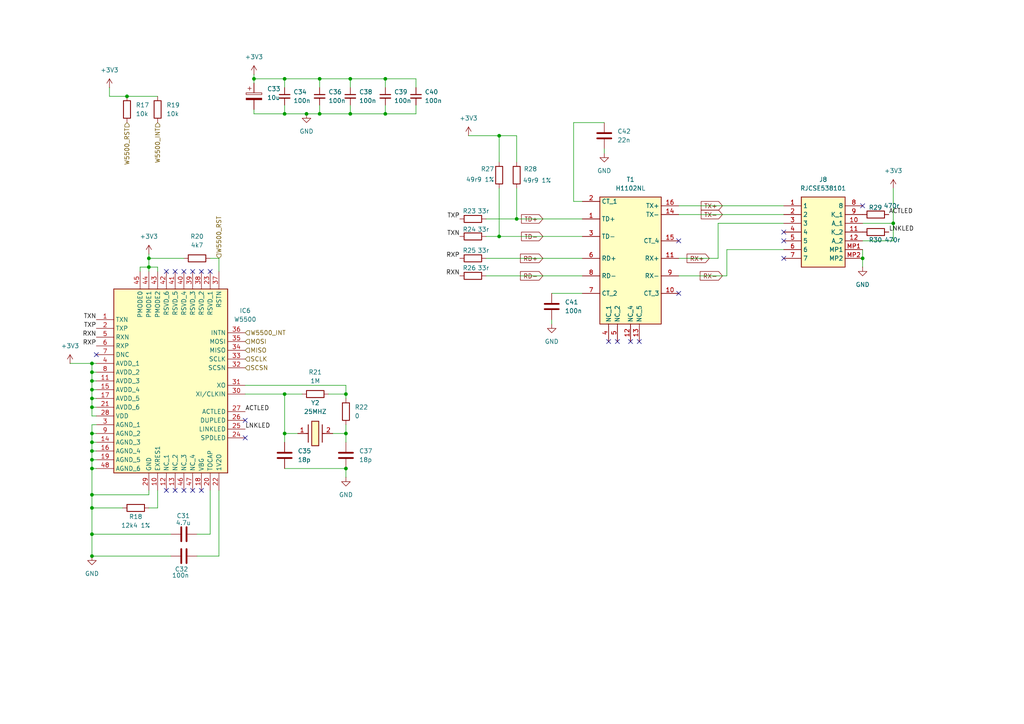
<source format=kicad_sch>
(kicad_sch
	(version 20250114)
	(generator "eeschema")
	(generator_version "9.0")
	(uuid "676efd5a-0507-4523-ac4b-d2f42e50a533")
	(paper "A4")
	(title_block
		(title "DiSEqc Motor Control")
		(company "M0DMF ")
	)
	(lib_symbols
		(symbol "H1102NL_1"
			(exclude_from_sim no)
			(in_bom yes)
			(on_board yes)
			(property "Reference" "T2"
				(at 13.97 7.62 0)
				(effects
					(font
						(size 1.27 1.27)
					)
				)
			)
			(property "Value" "H1102NL"
				(at 13.97 5.08 0)
				(effects
					(font
						(size 1.27 1.27)
					)
				)
			)
			(property "Footprint" "H1102NL:SOIC127P940X597-16N"
				(at 24.13 -94.92 0)
				(effects
					(font
						(size 1.27 1.27)
					)
					(justify left top)
					(hide yes)
				)
			)
			(property "Datasheet" "https://productfinder.pulseeng.com/products/datasheets/h1102nl.pdf"
				(at 24.13 -194.92 0)
				(effects
					(font
						(size 1.27 1.27)
					)
					(justify left top)
					(hide yes)
				)
			)
			(property "Description" "PULSE ELECTRONICS - H1102NL - TRANSFORMER, 1:1, 1PORT, 100BASE-TX, SMT"
				(at 0 0 0)
				(effects
					(font
						(size 1.27 1.27)
					)
					(hide yes)
				)
			)
			(property "Height" "5.97"
				(at 24.13 -394.92 0)
				(effects
					(font
						(size 1.27 1.27)
					)
					(justify left top)
					(hide yes)
				)
			)
			(property "Mouser Part Number" "673-H1102NL"
				(at 24.13 -494.92 0)
				(effects
					(font
						(size 1.27 1.27)
					)
					(justify left top)
					(hide yes)
				)
			)
			(property "Mouser Price/Stock" "https://www.mouser.co.uk/ProductDetail/Pulse-Electronics/H1102NL?qs=EKu32SdDin%2FHU33L94JZxw%3D%3D"
				(at 24.13 -594.92 0)
				(effects
					(font
						(size 1.27 1.27)
					)
					(justify left top)
					(hide yes)
				)
			)
			(property "Manufacturer_Name" "YAGEO"
				(at 24.13 -694.92 0)
				(effects
					(font
						(size 1.27 1.27)
					)
					(justify left top)
					(hide yes)
				)
			)
			(property "Manufacturer_Part_Number" "H1102NL"
				(at 24.13 -794.92 0)
				(effects
					(font
						(size 1.27 1.27)
					)
					(justify left top)
					(hide yes)
				)
			)
			(symbol "H1102NL_1_1_1"
				(rectangle
					(start 5.08 2.54)
					(end 22.86 -34.29)
					(stroke
						(width 0.254)
						(type default)
					)
					(fill
						(type background)
					)
				)
				(pin passive line
					(at 0 1.27 0)
					(length 5.08)
					(name "CT_1"
						(effects
							(font
								(size 1.27 1.27)
							)
						)
					)
					(number "2"
						(effects
							(font
								(size 1.27 1.27)
							)
						)
					)
				)
				(pin passive line
					(at 0 -3.81 0)
					(length 5.08)
					(name "TD+"
						(effects
							(font
								(size 1.27 1.27)
							)
						)
					)
					(number "1"
						(effects
							(font
								(size 1.27 1.27)
							)
						)
					)
				)
				(pin passive line
					(at 0 -8.89 0)
					(length 5.08)
					(name "TD-"
						(effects
							(font
								(size 1.27 1.27)
							)
						)
					)
					(number "3"
						(effects
							(font
								(size 1.27 1.27)
							)
						)
					)
				)
				(pin passive line
					(at 0 -15.24 0)
					(length 5.08)
					(name "RD+"
						(effects
							(font
								(size 1.27 1.27)
							)
						)
					)
					(number "6"
						(effects
							(font
								(size 1.27 1.27)
							)
						)
					)
				)
				(pin passive line
					(at 0 -20.32 0)
					(length 5.08)
					(name "RD-"
						(effects
							(font
								(size 1.27 1.27)
							)
						)
					)
					(number "8"
						(effects
							(font
								(size 1.27 1.27)
							)
						)
					)
				)
				(pin passive line
					(at 0 -25.4 0)
					(length 5.08)
					(name "CT_2"
						(effects
							(font
								(size 1.27 1.27)
							)
						)
					)
					(number "7"
						(effects
							(font
								(size 1.27 1.27)
							)
						)
					)
				)
				(pin passive line
					(at 7.62 -39.37 90)
					(length 5.08)
					(name "NC_1"
						(effects
							(font
								(size 1.27 1.27)
							)
						)
					)
					(number "4"
						(effects
							(font
								(size 1.27 1.27)
							)
						)
					)
				)
				(pin passive line
					(at 10.16 -39.37 90)
					(length 5.08)
					(name "NC_2"
						(effects
							(font
								(size 1.27 1.27)
							)
						)
					)
					(number "5"
						(effects
							(font
								(size 1.27 1.27)
							)
						)
					)
				)
				(pin passive line
					(at 13.97 -39.37 90)
					(length 5.08)
					(name "NC_4"
						(effects
							(font
								(size 1.27 1.27)
							)
						)
					)
					(number "12"
						(effects
							(font
								(size 1.27 1.27)
							)
						)
					)
				)
				(pin passive line
					(at 16.51 -39.37 90)
					(length 5.08)
					(name "NC_5"
						(effects
							(font
								(size 1.27 1.27)
							)
						)
					)
					(number "13"
						(effects
							(font
								(size 1.27 1.27)
							)
						)
					)
				)
				(pin passive line
					(at 27.94 0 180)
					(length 5.08)
					(name "TX+"
						(effects
							(font
								(size 1.27 1.27)
							)
						)
					)
					(number "16"
						(effects
							(font
								(size 1.27 1.27)
							)
						)
					)
				)
				(pin passive line
					(at 27.94 -2.54 180)
					(length 5.08)
					(name "TX-"
						(effects
							(font
								(size 1.27 1.27)
							)
						)
					)
					(number "14"
						(effects
							(font
								(size 1.27 1.27)
							)
						)
					)
				)
				(pin passive line
					(at 27.94 -10.16 180)
					(length 5.08)
					(name "CT_4"
						(effects
							(font
								(size 1.27 1.27)
							)
						)
					)
					(number "15"
						(effects
							(font
								(size 1.27 1.27)
							)
						)
					)
				)
				(pin passive line
					(at 27.94 -15.24 180)
					(length 5.08)
					(name "RX+"
						(effects
							(font
								(size 1.27 1.27)
							)
						)
					)
					(number "11"
						(effects
							(font
								(size 1.27 1.27)
							)
						)
					)
				)
				(pin passive line
					(at 27.94 -20.32 180)
					(length 5.08)
					(name "RX-"
						(effects
							(font
								(size 1.27 1.27)
							)
						)
					)
					(number "9"
						(effects
							(font
								(size 1.27 1.27)
							)
						)
					)
				)
				(pin passive line
					(at 27.94 -25.4 180)
					(length 5.08)
					(name "CT_3"
						(effects
							(font
								(size 1.27 1.27)
							)
						)
					)
					(number "10"
						(effects
							(font
								(size 1.27 1.27)
							)
						)
					)
				)
			)
			(embedded_fonts no)
		)
		(symbol "diseqc_cntrl:+3V3"
			(power)
			(pin_numbers
				(hide yes)
			)
			(pin_names
				(offset 0)
				(hide yes)
			)
			(exclude_from_sim no)
			(in_bom yes)
			(on_board yes)
			(property "Reference" "#PWR"
				(at 0 -3.81 0)
				(effects
					(font
						(size 1.27 1.27)
					)
					(hide yes)
				)
			)
			(property "Value" "+3V3"
				(at 0 3.556 0)
				(effects
					(font
						(size 1.27 1.27)
					)
				)
			)
			(property "Footprint" ""
				(at 0 0 0)
				(effects
					(font
						(size 1.27 1.27)
					)
					(hide yes)
				)
			)
			(property "Datasheet" ""
				(at 0 0 0)
				(effects
					(font
						(size 1.27 1.27)
					)
					(hide yes)
				)
			)
			(property "Description" "Power symbol creates a global label with name \"+3V3\""
				(at 0 0 0)
				(effects
					(font
						(size 1.27 1.27)
					)
					(hide yes)
				)
			)
			(property "ki_keywords" "global power"
				(at 0 0 0)
				(effects
					(font
						(size 1.27 1.27)
					)
					(hide yes)
				)
			)
			(symbol "+3V3_0_1"
				(polyline
					(pts
						(xy -0.762 1.27) (xy 0 2.54)
					)
					(stroke
						(width 0)
						(type default)
					)
					(fill
						(type none)
					)
				)
				(polyline
					(pts
						(xy 0 2.54) (xy 0.762 1.27)
					)
					(stroke
						(width 0)
						(type default)
					)
					(fill
						(type none)
					)
				)
				(polyline
					(pts
						(xy 0 0) (xy 0 2.54)
					)
					(stroke
						(width 0)
						(type default)
					)
					(fill
						(type none)
					)
				)
			)
			(symbol "+3V3_1_1"
				(pin power_in line
					(at 0 0 90)
					(length 0)
					(name "~"
						(effects
							(font
								(size 1.27 1.27)
							)
						)
					)
					(number "1"
						(effects
							(font
								(size 1.27 1.27)
							)
						)
					)
				)
			)
			(embedded_fonts no)
		)
		(symbol "diseqc_cntrl:ABLS-25.000MHZ-D-FT"
			(pin_names
				(hide yes)
			)
			(exclude_from_sim no)
			(in_bom yes)
			(on_board yes)
			(property "Reference" "Y"
				(at 8.89 6.35 0)
				(effects
					(font
						(size 1.27 1.27)
					)
					(justify left top)
				)
			)
			(property "Value" "ABLS-25.000MHZ-D-FT"
				(at 8.89 3.81 0)
				(effects
					(font
						(size 1.27 1.27)
					)
					(justify left top)
				)
			)
			(property "Footprint" "ABLS25000MHZDFT"
				(at 8.89 -96.19 0)
				(effects
					(font
						(size 1.27 1.27)
					)
					(justify left top)
					(hide yes)
				)
			)
			(property "Datasheet" "https://abracon.com/Resonators/abls.pdf"
				(at 8.89 -196.19 0)
				(effects
					(font
						(size 1.27 1.27)
					)
					(justify left top)
					(hide yes)
				)
			)
			(property "Description" "HC/49US (AT49) SMD LOW PROFILE CRYSTAL"
				(at 0 0 0)
				(effects
					(font
						(size 1.27 1.27)
					)
					(hide yes)
				)
			)
			(property "Height" "4.2"
				(at 8.89 -396.19 0)
				(effects
					(font
						(size 1.27 1.27)
					)
					(justify left top)
					(hide yes)
				)
			)
			(property "Mouser Part Number" "815-ABLS25.MHZDFT"
				(at 8.89 -496.19 0)
				(effects
					(font
						(size 1.27 1.27)
					)
					(justify left top)
					(hide yes)
				)
			)
			(property "Mouser Price/Stock" "https://www.mouser.co.uk/ProductDetail/ABRACON/ABLS-25.000MHZ-D-FT?qs=icabnvfcbsGU5fSAxtADwg%3D%3D"
				(at 8.89 -596.19 0)
				(effects
					(font
						(size 1.27 1.27)
					)
					(justify left top)
					(hide yes)
				)
			)
			(property "Manufacturer_Name" "ABRACON"
				(at 8.89 -696.19 0)
				(effects
					(font
						(size 1.27 1.27)
					)
					(justify left top)
					(hide yes)
				)
			)
			(property "Manufacturer_Part_Number" "ABLS-25.000MHZ-D-FT"
				(at 8.89 -796.19 0)
				(effects
					(font
						(size 1.27 1.27)
					)
					(justify left top)
					(hide yes)
				)
			)
			(symbol "ABLS-25.000MHZ-D-FT_1_1"
				(polyline
					(pts
						(xy 3.048 2.54) (xy 3.048 -2.54)
					)
					(stroke
						(width 0.254)
						(type default)
					)
					(fill
						(type none)
					)
				)
				(polyline
					(pts
						(xy 3.048 0) (xy 2.54 0)
					)
					(stroke
						(width 0.254)
						(type default)
					)
					(fill
						(type none)
					)
				)
				(rectangle
					(start 4.064 3.556)
					(end 6.096 -3.556)
					(stroke
						(width 0.254)
						(type default)
					)
					(fill
						(type background)
					)
				)
				(polyline
					(pts
						(xy 7.112 2.54) (xy 7.112 -2.54)
					)
					(stroke
						(width 0.254)
						(type default)
					)
					(fill
						(type none)
					)
				)
				(polyline
					(pts
						(xy 7.112 0) (xy 7.62 0)
					)
					(stroke
						(width 0.254)
						(type default)
					)
					(fill
						(type none)
					)
				)
				(pin passive line
					(at 0 0 0)
					(length 2.54)
					(name "1"
						(effects
							(font
								(size 1.27 1.27)
							)
						)
					)
					(number "1"
						(effects
							(font
								(size 1.27 1.27)
							)
						)
					)
				)
				(pin passive line
					(at 10.16 0 180)
					(length 2.54)
					(name "2"
						(effects
							(font
								(size 1.27 1.27)
							)
						)
					)
					(number "2"
						(effects
							(font
								(size 1.27 1.27)
							)
						)
					)
				)
			)
			(embedded_fonts no)
		)
		(symbol "diseqc_cntrl:C"
			(pin_numbers
				(hide yes)
			)
			(pin_names
				(offset 0.254)
			)
			(exclude_from_sim no)
			(in_bom yes)
			(on_board yes)
			(property "Reference" "C"
				(at 0.635 2.54 0)
				(effects
					(font
						(size 1.27 1.27)
					)
					(justify left)
				)
			)
			(property "Value" "C"
				(at 0.635 -2.54 0)
				(effects
					(font
						(size 1.27 1.27)
					)
					(justify left)
				)
			)
			(property "Footprint" ""
				(at 0.9652 -3.81 0)
				(effects
					(font
						(size 1.27 1.27)
					)
					(hide yes)
				)
			)
			(property "Datasheet" "~"
				(at 0 0 0)
				(effects
					(font
						(size 1.27 1.27)
					)
					(hide yes)
				)
			)
			(property "Description" "Unpolarized capacitor"
				(at 0 0 0)
				(effects
					(font
						(size 1.27 1.27)
					)
					(hide yes)
				)
			)
			(property "ki_keywords" "cap capacitor"
				(at 0 0 0)
				(effects
					(font
						(size 1.27 1.27)
					)
					(hide yes)
				)
			)
			(property "ki_fp_filters" "C_*"
				(at 0 0 0)
				(effects
					(font
						(size 1.27 1.27)
					)
					(hide yes)
				)
			)
			(symbol "C_0_1"
				(polyline
					(pts
						(xy -2.032 0.762) (xy 2.032 0.762)
					)
					(stroke
						(width 0.508)
						(type default)
					)
					(fill
						(type none)
					)
				)
				(polyline
					(pts
						(xy -2.032 -0.762) (xy 2.032 -0.762)
					)
					(stroke
						(width 0.508)
						(type default)
					)
					(fill
						(type none)
					)
				)
			)
			(symbol "C_1_1"
				(pin passive line
					(at 0 3.81 270)
					(length 2.794)
					(name "~"
						(effects
							(font
								(size 1.27 1.27)
							)
						)
					)
					(number "1"
						(effects
							(font
								(size 1.27 1.27)
							)
						)
					)
				)
				(pin passive line
					(at 0 -3.81 90)
					(length 2.794)
					(name "~"
						(effects
							(font
								(size 1.27 1.27)
							)
						)
					)
					(number "2"
						(effects
							(font
								(size 1.27 1.27)
							)
						)
					)
				)
			)
			(embedded_fonts no)
		)
		(symbol "diseqc_cntrl:C_Polarized"
			(pin_numbers
				(hide yes)
			)
			(pin_names
				(offset 0.254)
			)
			(exclude_from_sim no)
			(in_bom yes)
			(on_board yes)
			(property "Reference" "C"
				(at 0.635 2.54 0)
				(effects
					(font
						(size 1.27 1.27)
					)
					(justify left)
				)
			)
			(property "Value" "C_Polarized"
				(at 0.635 -2.54 0)
				(effects
					(font
						(size 1.27 1.27)
					)
					(justify left)
				)
			)
			(property "Footprint" ""
				(at 0.9652 -3.81 0)
				(effects
					(font
						(size 1.27 1.27)
					)
					(hide yes)
				)
			)
			(property "Datasheet" "~"
				(at 0 0 0)
				(effects
					(font
						(size 1.27 1.27)
					)
					(hide yes)
				)
			)
			(property "Description" "Polarized capacitor"
				(at 0 0 0)
				(effects
					(font
						(size 1.27 1.27)
					)
					(hide yes)
				)
			)
			(property "ki_keywords" "cap capacitor"
				(at 0 0 0)
				(effects
					(font
						(size 1.27 1.27)
					)
					(hide yes)
				)
			)
			(property "ki_fp_filters" "CP_*"
				(at 0 0 0)
				(effects
					(font
						(size 1.27 1.27)
					)
					(hide yes)
				)
			)
			(symbol "C_Polarized_0_1"
				(rectangle
					(start -2.286 0.508)
					(end 2.286 1.016)
					(stroke
						(width 0)
						(type default)
					)
					(fill
						(type none)
					)
				)
				(polyline
					(pts
						(xy -1.778 2.286) (xy -0.762 2.286)
					)
					(stroke
						(width 0)
						(type default)
					)
					(fill
						(type none)
					)
				)
				(polyline
					(pts
						(xy -1.27 2.794) (xy -1.27 1.778)
					)
					(stroke
						(width 0)
						(type default)
					)
					(fill
						(type none)
					)
				)
				(rectangle
					(start 2.286 -0.508)
					(end -2.286 -1.016)
					(stroke
						(width 0)
						(type default)
					)
					(fill
						(type outline)
					)
				)
			)
			(symbol "C_Polarized_1_1"
				(pin passive line
					(at 0 3.81 270)
					(length 2.794)
					(name "~"
						(effects
							(font
								(size 1.27 1.27)
							)
						)
					)
					(number "1"
						(effects
							(font
								(size 1.27 1.27)
							)
						)
					)
				)
				(pin passive line
					(at 0 -3.81 90)
					(length 2.794)
					(name "~"
						(effects
							(font
								(size 1.27 1.27)
							)
						)
					)
					(number "2"
						(effects
							(font
								(size 1.27 1.27)
							)
						)
					)
				)
			)
			(embedded_fonts no)
		)
		(symbol "diseqc_cntrl:C_Small"
			(pin_numbers
				(hide yes)
			)
			(pin_names
				(offset 0.254)
				(hide yes)
			)
			(exclude_from_sim no)
			(in_bom yes)
			(on_board yes)
			(property "Reference" "C"
				(at 0.254 1.778 0)
				(effects
					(font
						(size 1.27 1.27)
					)
					(justify left)
				)
			)
			(property "Value" "C_Small"
				(at 0.254 -2.032 0)
				(effects
					(font
						(size 1.27 1.27)
					)
					(justify left)
				)
			)
			(property "Footprint" ""
				(at 0 0 0)
				(effects
					(font
						(size 1.27 1.27)
					)
					(hide yes)
				)
			)
			(property "Datasheet" "~"
				(at 0 0 0)
				(effects
					(font
						(size 1.27 1.27)
					)
					(hide yes)
				)
			)
			(property "Description" "Unpolarized capacitor, small symbol"
				(at 0 0 0)
				(effects
					(font
						(size 1.27 1.27)
					)
					(hide yes)
				)
			)
			(property "ki_keywords" "capacitor cap"
				(at 0 0 0)
				(effects
					(font
						(size 1.27 1.27)
					)
					(hide yes)
				)
			)
			(property "ki_fp_filters" "C_*"
				(at 0 0 0)
				(effects
					(font
						(size 1.27 1.27)
					)
					(hide yes)
				)
			)
			(symbol "C_Small_0_1"
				(polyline
					(pts
						(xy -1.524 0.508) (xy 1.524 0.508)
					)
					(stroke
						(width 0.3048)
						(type default)
					)
					(fill
						(type none)
					)
				)
				(polyline
					(pts
						(xy -1.524 -0.508) (xy 1.524 -0.508)
					)
					(stroke
						(width 0.3302)
						(type default)
					)
					(fill
						(type none)
					)
				)
			)
			(symbol "C_Small_1_1"
				(pin passive line
					(at 0 2.54 270)
					(length 2.032)
					(name "~"
						(effects
							(font
								(size 1.27 1.27)
							)
						)
					)
					(number "1"
						(effects
							(font
								(size 1.27 1.27)
							)
						)
					)
				)
				(pin passive line
					(at 0 -2.54 90)
					(length 2.032)
					(name "~"
						(effects
							(font
								(size 1.27 1.27)
							)
						)
					)
					(number "2"
						(effects
							(font
								(size 1.27 1.27)
							)
						)
					)
				)
			)
			(embedded_fonts no)
		)
		(symbol "diseqc_cntrl:GND"
			(power)
			(pin_numbers
				(hide yes)
			)
			(pin_names
				(offset 0)
				(hide yes)
			)
			(exclude_from_sim no)
			(in_bom yes)
			(on_board yes)
			(property "Reference" "#PWR"
				(at 0 -6.35 0)
				(effects
					(font
						(size 1.27 1.27)
					)
					(hide yes)
				)
			)
			(property "Value" "GND"
				(at 0 -3.81 0)
				(effects
					(font
						(size 1.27 1.27)
					)
				)
			)
			(property "Footprint" ""
				(at 0 0 0)
				(effects
					(font
						(size 1.27 1.27)
					)
					(hide yes)
				)
			)
			(property "Datasheet" ""
				(at 0 0 0)
				(effects
					(font
						(size 1.27 1.27)
					)
					(hide yes)
				)
			)
			(property "Description" "Power symbol creates a global label with name \"GND\" , ground"
				(at 0 0 0)
				(effects
					(font
						(size 1.27 1.27)
					)
					(hide yes)
				)
			)
			(property "ki_keywords" "global power"
				(at 0 0 0)
				(effects
					(font
						(size 1.27 1.27)
					)
					(hide yes)
				)
			)
			(symbol "GND_0_1"
				(polyline
					(pts
						(xy 0 0) (xy 0 -1.27) (xy 1.27 -1.27) (xy 0 -2.54) (xy -1.27 -1.27) (xy 0 -1.27)
					)
					(stroke
						(width 0)
						(type default)
					)
					(fill
						(type none)
					)
				)
			)
			(symbol "GND_1_1"
				(pin power_in line
					(at 0 0 270)
					(length 0)
					(name "~"
						(effects
							(font
								(size 1.27 1.27)
							)
						)
					)
					(number "1"
						(effects
							(font
								(size 1.27 1.27)
							)
						)
					)
				)
			)
			(embedded_fonts no)
		)
		(symbol "diseqc_cntrl:R"
			(pin_numbers
				(hide yes)
			)
			(pin_names
				(offset 0)
			)
			(exclude_from_sim no)
			(in_bom yes)
			(on_board yes)
			(property "Reference" "R"
				(at 2.032 0 90)
				(effects
					(font
						(size 1.27 1.27)
					)
				)
			)
			(property "Value" "R"
				(at 0 0 90)
				(effects
					(font
						(size 1.27 1.27)
					)
				)
			)
			(property "Footprint" ""
				(at -1.778 0 90)
				(effects
					(font
						(size 1.27 1.27)
					)
					(hide yes)
				)
			)
			(property "Datasheet" "~"
				(at 0 0 0)
				(effects
					(font
						(size 1.27 1.27)
					)
					(hide yes)
				)
			)
			(property "Description" "Resistor"
				(at 0 0 0)
				(effects
					(font
						(size 1.27 1.27)
					)
					(hide yes)
				)
			)
			(property "ki_keywords" "R res resistor"
				(at 0 0 0)
				(effects
					(font
						(size 1.27 1.27)
					)
					(hide yes)
				)
			)
			(property "ki_fp_filters" "R_*"
				(at 0 0 0)
				(effects
					(font
						(size 1.27 1.27)
					)
					(hide yes)
				)
			)
			(symbol "R_0_1"
				(rectangle
					(start -1.016 -2.54)
					(end 1.016 2.54)
					(stroke
						(width 0.254)
						(type default)
					)
					(fill
						(type none)
					)
				)
			)
			(symbol "R_1_1"
				(pin passive line
					(at 0 3.81 270)
					(length 1.27)
					(name "~"
						(effects
							(font
								(size 1.27 1.27)
							)
						)
					)
					(number "1"
						(effects
							(font
								(size 1.27 1.27)
							)
						)
					)
				)
				(pin passive line
					(at 0 -3.81 90)
					(length 1.27)
					(name "~"
						(effects
							(font
								(size 1.27 1.27)
							)
						)
					)
					(number "2"
						(effects
							(font
								(size 1.27 1.27)
							)
						)
					)
				)
			)
			(embedded_fonts no)
		)
		(symbol "diseqc_cntrl:RJCSE-5381-01"
			(exclude_from_sim no)
			(in_bom yes)
			(on_board yes)
			(property "Reference" "J"
				(at 19.05 7.62 0)
				(effects
					(font
						(size 1.27 1.27)
					)
					(justify left top)
				)
			)
			(property "Value" "RJCSE-5381-01"
				(at 19.05 5.08 0)
				(effects
					(font
						(size 1.27 1.27)
					)
					(justify left top)
				)
			)
			(property "Footprint" "RJCSE538101"
				(at 19.05 -94.92 0)
				(effects
					(font
						(size 1.27 1.27)
					)
					(justify left top)
					(hide yes)
				)
			)
			(property "Datasheet" "https://cdn.amphenol-icc.com/media/wysiwyg/files/drawing/rjcsex38x01x.pdf"
				(at 19.05 -194.92 0)
				(effects
					(font
						(size 1.27 1.27)
					)
					(justify left top)
					(hide yes)
				)
			)
			(property "Description" "Modular Connectors / Ethernet Connectors RJ45;8 contacts;sh RA TH;SMT w/LEDs"
				(at 0 0 0)
				(effects
					(font
						(size 1.27 1.27)
					)
					(hide yes)
				)
			)
			(property "Height" "13.38"
				(at 19.05 -394.92 0)
				(effects
					(font
						(size 1.27 1.27)
					)
					(justify left top)
					(hide yes)
				)
			)
			(property "Mouser Part Number" "523-RJCSE-5381-01"
				(at 19.05 -494.92 0)
				(effects
					(font
						(size 1.27 1.27)
					)
					(justify left top)
					(hide yes)
				)
			)
			(property "Mouser Price/Stock" "https://www.mouser.co.uk/ProductDetail/Amphenol-Commercial-Products/RJCSE-5381-01?qs=oGPfoFmS6kRWy0pWJ8VWhw%3D%3D"
				(at 19.05 -594.92 0)
				(effects
					(font
						(size 1.27 1.27)
					)
					(justify left top)
					(hide yes)
				)
			)
			(property "Manufacturer_Name" "Amphenol"
				(at 19.05 -694.92 0)
				(effects
					(font
						(size 1.27 1.27)
					)
					(justify left top)
					(hide yes)
				)
			)
			(property "Manufacturer_Part_Number" "RJCSE-5381-01"
				(at 19.05 -794.92 0)
				(effects
					(font
						(size 1.27 1.27)
					)
					(justify left top)
					(hide yes)
				)
			)
			(symbol "RJCSE-5381-01_1_1"
				(rectangle
					(start 5.08 2.54)
					(end 17.78 -17.78)
					(stroke
						(width 0.254)
						(type default)
					)
					(fill
						(type background)
					)
				)
				(pin passive line
					(at 0 0 0)
					(length 5.08)
					(name "1"
						(effects
							(font
								(size 1.27 1.27)
							)
						)
					)
					(number "1"
						(effects
							(font
								(size 1.27 1.27)
							)
						)
					)
				)
				(pin passive line
					(at 0 -2.54 0)
					(length 5.08)
					(name "2"
						(effects
							(font
								(size 1.27 1.27)
							)
						)
					)
					(number "2"
						(effects
							(font
								(size 1.27 1.27)
							)
						)
					)
				)
				(pin passive line
					(at 0 -5.08 0)
					(length 5.08)
					(name "3"
						(effects
							(font
								(size 1.27 1.27)
							)
						)
					)
					(number "3"
						(effects
							(font
								(size 1.27 1.27)
							)
						)
					)
				)
				(pin passive line
					(at 0 -7.62 0)
					(length 5.08)
					(name "4"
						(effects
							(font
								(size 1.27 1.27)
							)
						)
					)
					(number "4"
						(effects
							(font
								(size 1.27 1.27)
							)
						)
					)
				)
				(pin passive line
					(at 0 -10.16 0)
					(length 5.08)
					(name "5"
						(effects
							(font
								(size 1.27 1.27)
							)
						)
					)
					(number "5"
						(effects
							(font
								(size 1.27 1.27)
							)
						)
					)
				)
				(pin passive line
					(at 0 -12.7 0)
					(length 5.08)
					(name "6"
						(effects
							(font
								(size 1.27 1.27)
							)
						)
					)
					(number "6"
						(effects
							(font
								(size 1.27 1.27)
							)
						)
					)
				)
				(pin passive line
					(at 0 -15.24 0)
					(length 5.08)
					(name "7"
						(effects
							(font
								(size 1.27 1.27)
							)
						)
					)
					(number "7"
						(effects
							(font
								(size 1.27 1.27)
							)
						)
					)
				)
				(pin passive line
					(at 22.86 0 180)
					(length 5.08)
					(name "8"
						(effects
							(font
								(size 1.27 1.27)
							)
						)
					)
					(number "8"
						(effects
							(font
								(size 1.27 1.27)
							)
						)
					)
				)
				(pin passive line
					(at 22.86 -2.54 180)
					(length 5.08)
					(name "K_1"
						(effects
							(font
								(size 1.27 1.27)
							)
						)
					)
					(number "9"
						(effects
							(font
								(size 1.27 1.27)
							)
						)
					)
				)
				(pin passive line
					(at 22.86 -5.08 180)
					(length 5.08)
					(name "A_1"
						(effects
							(font
								(size 1.27 1.27)
							)
						)
					)
					(number "10"
						(effects
							(font
								(size 1.27 1.27)
							)
						)
					)
				)
				(pin passive line
					(at 22.86 -7.62 180)
					(length 5.08)
					(name "K_2"
						(effects
							(font
								(size 1.27 1.27)
							)
						)
					)
					(number "11"
						(effects
							(font
								(size 1.27 1.27)
							)
						)
					)
				)
				(pin passive line
					(at 22.86 -10.16 180)
					(length 5.08)
					(name "A_2"
						(effects
							(font
								(size 1.27 1.27)
							)
						)
					)
					(number "12"
						(effects
							(font
								(size 1.27 1.27)
							)
						)
					)
				)
				(pin passive line
					(at 22.86 -12.7 180)
					(length 5.08)
					(name "MP1"
						(effects
							(font
								(size 1.27 1.27)
							)
						)
					)
					(number "MP1"
						(effects
							(font
								(size 1.27 1.27)
							)
						)
					)
				)
				(pin passive line
					(at 22.86 -15.24 180)
					(length 5.08)
					(name "MP2"
						(effects
							(font
								(size 1.27 1.27)
							)
						)
					)
					(number "MP2"
						(effects
							(font
								(size 1.27 1.27)
							)
						)
					)
				)
			)
			(embedded_fonts no)
		)
		(symbol "diseqc_cntrl:W5500"
			(exclude_from_sim no)
			(in_bom yes)
			(on_board yes)
			(property "Reference" "IC7"
				(at 43.18 6.4202 0)
				(effects
					(font
						(size 1.27 1.27)
					)
				)
			)
			(property "Value" "W5500"
				(at 43.18 3.8802 0)
				(effects
					(font
						(size 1.27 1.27)
					)
				)
			)
			(property "Footprint" "W5500:QFP50P900X900X160-48N"
				(at 39.37 -84.76 0)
				(effects
					(font
						(size 1.27 1.27)
					)
					(justify left top)
					(hide yes)
				)
			)
			(property "Datasheet" "http://wizwiki.net/wiki/lib/exe/fetch.php?media=products:w5500:w5500_ds_v106e_141230.pdf"
				(at 39.37 -184.76 0)
				(effects
					(font
						(size 1.27 1.27)
					)
					(justify left top)
					(hide yes)
				)
			)
			(property "Description" "Ethernet ICs 3in1 Enet Controller TCP/IP +MAC+PHY"
				(at 0 0 0)
				(effects
					(font
						(size 1.27 1.27)
					)
					(hide yes)
				)
			)
			(property "Height" "1.6"
				(at 39.37 -384.76 0)
				(effects
					(font
						(size 1.27 1.27)
					)
					(justify left top)
					(hide yes)
				)
			)
			(property "Mouser Part Number" "950-W5500"
				(at 39.37 -484.76 0)
				(effects
					(font
						(size 1.27 1.27)
					)
					(justify left top)
					(hide yes)
				)
			)
			(property "Mouser Price/Stock" "https://www.mouser.co.uk/ProductDetail/WIZnet/W5500?qs=2vh%252B45pPFtzthUpYPd4pqA%3D%3D"
				(at 39.37 -584.76 0)
				(effects
					(font
						(size 1.27 1.27)
					)
					(justify left top)
					(hide yes)
				)
			)
			(property "Manufacturer_Name" "WIZnet Inc"
				(at 39.37 -684.76 0)
				(effects
					(font
						(size 1.27 1.27)
					)
					(justify left top)
					(hide yes)
				)
			)
			(property "Manufacturer_Part_Number" "W5500"
				(at 39.37 -784.76 0)
				(effects
					(font
						(size 1.27 1.27)
					)
					(justify left top)
					(hide yes)
				)
			)
			(symbol "W5500_1_1"
				(rectangle
					(start 5.08 12.7)
					(end 38.1 -40.64)
					(stroke
						(width 0.254)
						(type default)
					)
					(fill
						(type background)
					)
				)
				(pin passive line
					(at 0 3.81 0)
					(length 5.08)
					(name "TXN"
						(effects
							(font
								(size 1.27 1.27)
							)
						)
					)
					(number "1"
						(effects
							(font
								(size 1.27 1.27)
							)
						)
					)
				)
				(pin passive line
					(at 0 1.27 0)
					(length 5.08)
					(name "TXP"
						(effects
							(font
								(size 1.27 1.27)
							)
						)
					)
					(number "2"
						(effects
							(font
								(size 1.27 1.27)
							)
						)
					)
				)
				(pin passive line
					(at 0 -1.27 0)
					(length 5.08)
					(name "RXN"
						(effects
							(font
								(size 1.27 1.27)
							)
						)
					)
					(number "5"
						(effects
							(font
								(size 1.27 1.27)
							)
						)
					)
				)
				(pin passive line
					(at 0 -3.81 0)
					(length 5.08)
					(name "RXP"
						(effects
							(font
								(size 1.27 1.27)
							)
						)
					)
					(number "6"
						(effects
							(font
								(size 1.27 1.27)
							)
						)
					)
				)
				(pin passive line
					(at 0 -6.35 0)
					(length 5.08)
					(name "DNC"
						(effects
							(font
								(size 1.27 1.27)
							)
						)
					)
					(number "7"
						(effects
							(font
								(size 1.27 1.27)
							)
						)
					)
				)
				(pin passive line
					(at 0 -8.89 0)
					(length 5.08)
					(name "AVDD_1"
						(effects
							(font
								(size 1.27 1.27)
							)
						)
					)
					(number "4"
						(effects
							(font
								(size 1.27 1.27)
							)
						)
					)
				)
				(pin passive line
					(at 0 -11.43 0)
					(length 5.08)
					(name "AVDD_2"
						(effects
							(font
								(size 1.27 1.27)
							)
						)
					)
					(number "8"
						(effects
							(font
								(size 1.27 1.27)
							)
						)
					)
				)
				(pin passive line
					(at 0 -13.97 0)
					(length 5.08)
					(name "AVDD_3"
						(effects
							(font
								(size 1.27 1.27)
							)
						)
					)
					(number "11"
						(effects
							(font
								(size 1.27 1.27)
							)
						)
					)
				)
				(pin passive line
					(at 0 -16.51 0)
					(length 5.08)
					(name "AVDD_4"
						(effects
							(font
								(size 1.27 1.27)
							)
						)
					)
					(number "15"
						(effects
							(font
								(size 1.27 1.27)
							)
						)
					)
				)
				(pin passive line
					(at 0 -19.05 0)
					(length 5.08)
					(name "AVDD_5"
						(effects
							(font
								(size 1.27 1.27)
							)
						)
					)
					(number "17"
						(effects
							(font
								(size 1.27 1.27)
							)
						)
					)
				)
				(pin passive line
					(at 0 -21.59 0)
					(length 5.08)
					(name "AVDD_6"
						(effects
							(font
								(size 1.27 1.27)
							)
						)
					)
					(number "21"
						(effects
							(font
								(size 1.27 1.27)
							)
						)
					)
				)
				(pin passive line
					(at 0 -24.13 0)
					(length 5.08)
					(name "VDD"
						(effects
							(font
								(size 1.27 1.27)
							)
						)
					)
					(number "28"
						(effects
							(font
								(size 1.27 1.27)
							)
						)
					)
				)
				(pin passive line
					(at 0 -26.67 0)
					(length 5.08)
					(name "AGND_1"
						(effects
							(font
								(size 1.27 1.27)
							)
						)
					)
					(number "3"
						(effects
							(font
								(size 1.27 1.27)
							)
						)
					)
				)
				(pin passive line
					(at 0 -29.21 0)
					(length 5.08)
					(name "AGND_2"
						(effects
							(font
								(size 1.27 1.27)
							)
						)
					)
					(number "9"
						(effects
							(font
								(size 1.27 1.27)
							)
						)
					)
				)
				(pin passive line
					(at 0 -31.75 0)
					(length 5.08)
					(name "AGND_3"
						(effects
							(font
								(size 1.27 1.27)
							)
						)
					)
					(number "14"
						(effects
							(font
								(size 1.27 1.27)
							)
						)
					)
				)
				(pin passive line
					(at 0 -34.29 0)
					(length 5.08)
					(name "AGND_4"
						(effects
							(font
								(size 1.27 1.27)
							)
						)
					)
					(number "16"
						(effects
							(font
								(size 1.27 1.27)
							)
						)
					)
				)
				(pin passive line
					(at 0 -36.83 0)
					(length 5.08)
					(name "AGND_5"
						(effects
							(font
								(size 1.27 1.27)
							)
						)
					)
					(number "19"
						(effects
							(font
								(size 1.27 1.27)
							)
						)
					)
				)
				(pin passive line
					(at 0 -39.37 0)
					(length 5.08)
					(name "AGND_6"
						(effects
							(font
								(size 1.27 1.27)
							)
						)
					)
					(number "48"
						(effects
							(font
								(size 1.27 1.27)
							)
						)
					)
				)
				(pin passive line
					(at 12.7 17.78 270)
					(length 5.08)
					(name "PMODE0"
						(effects
							(font
								(size 1.27 1.27)
							)
						)
					)
					(number "45"
						(effects
							(font
								(size 1.27 1.27)
							)
						)
					)
				)
				(pin passive line
					(at 15.24 17.78 270)
					(length 5.08)
					(name "PMODE1"
						(effects
							(font
								(size 1.27 1.27)
							)
						)
					)
					(number "44"
						(effects
							(font
								(size 1.27 1.27)
							)
						)
					)
				)
				(pin passive line
					(at 15.24 -45.72 90)
					(length 5.08)
					(name "GND"
						(effects
							(font
								(size 1.27 1.27)
							)
						)
					)
					(number "29"
						(effects
							(font
								(size 1.27 1.27)
							)
						)
					)
				)
				(pin passive line
					(at 17.78 17.78 270)
					(length 5.08)
					(name "PMODE2"
						(effects
							(font
								(size 1.27 1.27)
							)
						)
					)
					(number "43"
						(effects
							(font
								(size 1.27 1.27)
							)
						)
					)
				)
				(pin passive line
					(at 17.78 -45.72 90)
					(length 5.08)
					(name "EXRES1"
						(effects
							(font
								(size 1.27 1.27)
							)
						)
					)
					(number "10"
						(effects
							(font
								(size 1.27 1.27)
							)
						)
					)
				)
				(pin passive line
					(at 20.32 17.78 270)
					(length 5.08)
					(name "RSVD_6"
						(effects
							(font
								(size 1.27 1.27)
							)
						)
					)
					(number "42"
						(effects
							(font
								(size 1.27 1.27)
							)
						)
					)
				)
				(pin passive line
					(at 20.32 -45.72 90)
					(length 5.08)
					(name "NC_1"
						(effects
							(font
								(size 1.27 1.27)
							)
						)
					)
					(number "12"
						(effects
							(font
								(size 1.27 1.27)
							)
						)
					)
				)
				(pin passive line
					(at 22.86 17.78 270)
					(length 5.08)
					(name "RSVD_5"
						(effects
							(font
								(size 1.27 1.27)
							)
						)
					)
					(number "41"
						(effects
							(font
								(size 1.27 1.27)
							)
						)
					)
				)
				(pin passive line
					(at 22.86 -45.72 90)
					(length 5.08)
					(name "NC_2"
						(effects
							(font
								(size 1.27 1.27)
							)
						)
					)
					(number "13"
						(effects
							(font
								(size 1.27 1.27)
							)
						)
					)
				)
				(pin passive line
					(at 25.4 17.78 270)
					(length 5.08)
					(name "RSVD_4"
						(effects
							(font
								(size 1.27 1.27)
							)
						)
					)
					(number "40"
						(effects
							(font
								(size 1.27 1.27)
							)
						)
					)
				)
				(pin passive line
					(at 25.4 -45.72 90)
					(length 5.08)
					(name "NC_3"
						(effects
							(font
								(size 1.27 1.27)
							)
						)
					)
					(number "46"
						(effects
							(font
								(size 1.27 1.27)
							)
						)
					)
				)
				(pin passive line
					(at 27.94 17.78 270)
					(length 5.08)
					(name "RSVD_3"
						(effects
							(font
								(size 1.27 1.27)
							)
						)
					)
					(number "39"
						(effects
							(font
								(size 1.27 1.27)
							)
						)
					)
				)
				(pin passive line
					(at 27.94 -45.72 90)
					(length 5.08)
					(name "NC_4"
						(effects
							(font
								(size 1.27 1.27)
							)
						)
					)
					(number "47"
						(effects
							(font
								(size 1.27 1.27)
							)
						)
					)
				)
				(pin passive line
					(at 30.48 17.78 270)
					(length 5.08)
					(name "RSVD_2"
						(effects
							(font
								(size 1.27 1.27)
							)
						)
					)
					(number "38"
						(effects
							(font
								(size 1.27 1.27)
							)
						)
					)
				)
				(pin passive line
					(at 30.48 -45.72 90)
					(length 5.08)
					(name "VBG"
						(effects
							(font
								(size 1.27 1.27)
							)
						)
					)
					(number "18"
						(effects
							(font
								(size 1.27 1.27)
							)
						)
					)
				)
				(pin passive line
					(at 33.02 17.78 270)
					(length 5.08)
					(name "RSVD_1"
						(effects
							(font
								(size 1.27 1.27)
							)
						)
					)
					(number "23"
						(effects
							(font
								(size 1.27 1.27)
							)
						)
					)
				)
				(pin passive line
					(at 33.02 -45.72 90)
					(length 5.08)
					(name "TOCAP"
						(effects
							(font
								(size 1.27 1.27)
							)
						)
					)
					(number "20"
						(effects
							(font
								(size 1.27 1.27)
							)
						)
					)
				)
				(pin passive line
					(at 35.56 17.78 270)
					(length 5.08)
					(name "RSTN"
						(effects
							(font
								(size 1.27 1.27)
							)
						)
					)
					(number "37"
						(effects
							(font
								(size 1.27 1.27)
							)
						)
					)
				)
				(pin passive line
					(at 35.56 -45.72 90)
					(length 5.08)
					(name "1V2O"
						(effects
							(font
								(size 1.27 1.27)
							)
						)
					)
					(number "22"
						(effects
							(font
								(size 1.27 1.27)
							)
						)
					)
				)
				(pin passive line
					(at 43.18 0 180)
					(length 5.08)
					(name "INTN"
						(effects
							(font
								(size 1.27 1.27)
							)
						)
					)
					(number "36"
						(effects
							(font
								(size 1.27 1.27)
							)
						)
					)
				)
				(pin passive line
					(at 43.18 -2.54 180)
					(length 5.08)
					(name "MOSI"
						(effects
							(font
								(size 1.27 1.27)
							)
						)
					)
					(number "35"
						(effects
							(font
								(size 1.27 1.27)
							)
						)
					)
				)
				(pin passive line
					(at 43.18 -5.08 180)
					(length 5.08)
					(name "MISO"
						(effects
							(font
								(size 1.27 1.27)
							)
						)
					)
					(number "34"
						(effects
							(font
								(size 1.27 1.27)
							)
						)
					)
				)
				(pin passive line
					(at 43.18 -7.62 180)
					(length 5.08)
					(name "SCLK"
						(effects
							(font
								(size 1.27 1.27)
							)
						)
					)
					(number "33"
						(effects
							(font
								(size 1.27 1.27)
							)
						)
					)
				)
				(pin passive line
					(at 43.18 -10.16 180)
					(length 5.08)
					(name "SCSN"
						(effects
							(font
								(size 1.27 1.27)
							)
						)
					)
					(number "32"
						(effects
							(font
								(size 1.27 1.27)
							)
						)
					)
				)
				(pin passive line
					(at 43.18 -15.24 180)
					(length 5.08)
					(name "XO"
						(effects
							(font
								(size 1.27 1.27)
							)
						)
					)
					(number "31"
						(effects
							(font
								(size 1.27 1.27)
							)
						)
					)
				)
				(pin passive line
					(at 43.18 -17.78 180)
					(length 5.08)
					(name "XI/CLKIN"
						(effects
							(font
								(size 1.27 1.27)
							)
						)
					)
					(number "30"
						(effects
							(font
								(size 1.27 1.27)
							)
						)
					)
				)
				(pin passive line
					(at 43.18 -22.86 180)
					(length 5.08)
					(name "ACTLED"
						(effects
							(font
								(size 1.27 1.27)
							)
						)
					)
					(number "27"
						(effects
							(font
								(size 1.27 1.27)
							)
						)
					)
				)
				(pin passive line
					(at 43.18 -25.4 180)
					(length 5.08)
					(name "DUPLED"
						(effects
							(font
								(size 1.27 1.27)
							)
						)
					)
					(number "26"
						(effects
							(font
								(size 1.27 1.27)
							)
						)
					)
				)
				(pin passive line
					(at 43.18 -27.94 180)
					(length 5.08)
					(name "LINKLED"
						(effects
							(font
								(size 1.27 1.27)
							)
						)
					)
					(number "25"
						(effects
							(font
								(size 1.27 1.27)
							)
						)
					)
				)
				(pin passive line
					(at 43.18 -30.48 180)
					(length 5.08)
					(name "SPDLED"
						(effects
							(font
								(size 1.27 1.27)
							)
						)
					)
					(number "24"
						(effects
							(font
								(size 1.27 1.27)
							)
						)
					)
				)
			)
			(embedded_fonts no)
		)
	)
	(junction
		(at 92.71 33.02)
		(diameter 0)
		(color 0 0 0 0)
		(uuid "073d0cda-fc26-4e5e-8dc8-873fc9c52df9")
	)
	(junction
		(at 100.33 125.73)
		(diameter 0)
		(color 0 0 0 0)
		(uuid "18ddf067-e4bd-416e-867e-158f4764d252")
	)
	(junction
		(at 100.33 135.89)
		(diameter 0)
		(color 0 0 0 0)
		(uuid "1e6ddfdd-9274-441a-88d5-3188029de22a")
	)
	(junction
		(at 36.83 27.94)
		(diameter 0)
		(color 0 0 0 0)
		(uuid "212af73a-0a9f-4e25-be25-4fba88d4793b")
	)
	(junction
		(at 82.55 125.73)
		(diameter 0)
		(color 0 0 0 0)
		(uuid "2522501b-541e-4dd8-92d8-246e7e782147")
	)
	(junction
		(at 92.71 22.86)
		(diameter 0)
		(color 0 0 0 0)
		(uuid "2785b475-bb67-4ec7-b722-16c4983127a0")
	)
	(junction
		(at 111.76 33.02)
		(diameter 0)
		(color 0 0 0 0)
		(uuid "280778ff-c9a9-45be-9471-6298838dd5dc")
	)
	(junction
		(at 26.67 105.41)
		(diameter 0)
		(color 0 0 0 0)
		(uuid "2b6273f1-f19d-4a5e-b75e-9bf06c3040c4")
	)
	(junction
		(at 88.9 33.02)
		(diameter 0)
		(color 0 0 0 0)
		(uuid "3003f580-17f4-4828-9ecc-299e6a263448")
	)
	(junction
		(at 43.18 77.47)
		(diameter 0)
		(color 0 0 0 0)
		(uuid "3341de12-ec06-49b4-bd88-c0e40d71b2c7")
	)
	(junction
		(at 43.18 74.93)
		(diameter 0)
		(color 0 0 0 0)
		(uuid "3390e40b-9c83-4226-b060-f1493db6fd33")
	)
	(junction
		(at 100.33 114.3)
		(diameter 0)
		(color 0 0 0 0)
		(uuid "37fe83e2-8727-49e9-8077-8807c2f2c666")
	)
	(junction
		(at 26.67 154.94)
		(diameter 0)
		(color 0 0 0 0)
		(uuid "3a04e4a9-9e75-415b-9161-0271e7652b8a")
	)
	(junction
		(at 26.67 135.89)
		(diameter 0)
		(color 0 0 0 0)
		(uuid "3a77b4c5-c68b-4c43-af72-cb28cf97bfa8")
	)
	(junction
		(at 82.55 33.02)
		(diameter 0)
		(color 0 0 0 0)
		(uuid "40f6f2f7-e7f0-415a-b3d4-2939744d23ca")
	)
	(junction
		(at 149.86 63.5)
		(diameter 0)
		(color 0 0 0 0)
		(uuid "48406f37-cd00-4f10-8b34-c99273e8dd47")
	)
	(junction
		(at 26.67 107.95)
		(diameter 0)
		(color 0 0 0 0)
		(uuid "50e24dec-fbed-45ff-8e54-9b32ba457304")
	)
	(junction
		(at 101.6 22.86)
		(diameter 0)
		(color 0 0 0 0)
		(uuid "53eb9455-e32b-4a2d-adb9-4aa44a73d266")
	)
	(junction
		(at 26.67 130.81)
		(diameter 0)
		(color 0 0 0 0)
		(uuid "585ae41b-3626-4bc1-8e29-d7572a16f43a")
	)
	(junction
		(at 250.19 74.93)
		(diameter 0)
		(color 0 0 0 0)
		(uuid "6277a1fc-339b-4f0c-9965-50c5faac6415")
	)
	(junction
		(at 26.67 147.32)
		(diameter 0)
		(color 0 0 0 0)
		(uuid "65b6b3dc-282d-4ac7-966d-ee3cdccde382")
	)
	(junction
		(at 144.78 39.37)
		(diameter 0)
		(color 0 0 0 0)
		(uuid "876d0055-4461-4287-b954-b42d69ae5d7c")
	)
	(junction
		(at 26.67 161.29)
		(diameter 0)
		(color 0 0 0 0)
		(uuid "876d3ff2-a27c-4cba-baa7-0eb193a42be9")
	)
	(junction
		(at 26.67 118.11)
		(diameter 0)
		(color 0 0 0 0)
		(uuid "9f65719a-a6f9-4ae4-b1a7-ee20a6710119")
	)
	(junction
		(at 26.67 125.73)
		(diameter 0)
		(color 0 0 0 0)
		(uuid "aa8cc074-0302-48c2-b1cb-cef6ced19932")
	)
	(junction
		(at 26.67 143.51)
		(diameter 0)
		(color 0 0 0 0)
		(uuid "b3812858-8dc5-4873-928c-9b578368a1eb")
	)
	(junction
		(at 26.67 133.35)
		(diameter 0)
		(color 0 0 0 0)
		(uuid "b3a5b40d-e0f3-414c-a19b-c8578e635924")
	)
	(junction
		(at 73.66 22.86)
		(diameter 0)
		(color 0 0 0 0)
		(uuid "b441637e-4ad1-42ef-b441-00f60138ee77")
	)
	(junction
		(at 101.6 33.02)
		(diameter 0)
		(color 0 0 0 0)
		(uuid "b9ceacee-3f80-40d4-a247-5d04dc0c1f5b")
	)
	(junction
		(at 26.67 128.27)
		(diameter 0)
		(color 0 0 0 0)
		(uuid "cdb2df32-06df-4472-b917-718ec5ecae7c")
	)
	(junction
		(at 82.55 114.3)
		(diameter 0)
		(color 0 0 0 0)
		(uuid "d7df3014-5c8d-40a0-a44f-46301deca84e")
	)
	(junction
		(at 144.78 68.58)
		(diameter 0)
		(color 0 0 0 0)
		(uuid "db19ca27-2cc5-42d7-96c8-c6db0c9c48a0")
	)
	(junction
		(at 111.76 22.86)
		(diameter 0)
		(color 0 0 0 0)
		(uuid "e00504c3-e35a-41e5-9b69-14cbe806603b")
	)
	(junction
		(at 26.67 115.57)
		(diameter 0)
		(color 0 0 0 0)
		(uuid "e28896c5-6d3f-4c40-8303-629c9f486386")
	)
	(junction
		(at 82.55 22.86)
		(diameter 0)
		(color 0 0 0 0)
		(uuid "f202f810-8c58-41a3-b9a8-59bf2fa1121d")
	)
	(junction
		(at 26.67 113.03)
		(diameter 0)
		(color 0 0 0 0)
		(uuid "f6ee5808-1da9-4796-8952-64669679d853")
	)
	(junction
		(at 259.08 64.77)
		(diameter 0)
		(color 0 0 0 0)
		(uuid "fcf0702c-c80b-4f54-ac54-6b3836e39d28")
	)
	(junction
		(at 26.67 110.49)
		(diameter 0)
		(color 0 0 0 0)
		(uuid "ffb9902b-d480-4067-907a-45e3514f0a27")
	)
	(no_connect
		(at 182.88 99.06)
		(uuid "05598e61-bc36-4908-a47f-89aca0d0b6bd")
	)
	(no_connect
		(at 58.42 142.24)
		(uuid "13d8e60b-7794-4d0f-8636-a42d098d2184")
	)
	(no_connect
		(at 58.42 78.74)
		(uuid "175ee797-3649-4da8-a201-99aceb9321df")
	)
	(no_connect
		(at 27.94 102.87)
		(uuid "1f6544cc-84d2-44ae-ae42-0a556415d177")
	)
	(no_connect
		(at 50.8 78.74)
		(uuid "21a7deb2-664b-4f16-b54b-f36c9fa5a011")
	)
	(no_connect
		(at 196.85 85.09)
		(uuid "306e4ab5-12e2-4dcd-954b-5b9c9c431853")
	)
	(no_connect
		(at 71.12 121.92)
		(uuid "325bcfe5-aaa2-4b85-8652-5c2b1e007552")
	)
	(no_connect
		(at 227.33 67.31)
		(uuid "495d568e-3d07-4b36-83d1-9d5ef74151df")
	)
	(no_connect
		(at 176.53 99.06)
		(uuid "58dc2aab-de9d-4de3-ba50-0b69acdd3f74")
	)
	(no_connect
		(at 55.88 78.74)
		(uuid "5c1fbffc-f83d-4cad-b758-47d53b190292")
	)
	(no_connect
		(at 60.96 78.74)
		(uuid "682936ec-1dd3-4dcb-afab-c0b55e885513")
	)
	(no_connect
		(at 179.07 99.06)
		(uuid "77bad099-34a0-4edd-88e5-a2e542d733ea")
	)
	(no_connect
		(at 71.12 127)
		(uuid "8a895ccb-96fd-4aeb-a886-55541cf29937")
	)
	(no_connect
		(at 53.34 142.24)
		(uuid "8b27a08b-7806-4d9b-819f-458ba5dbd004")
	)
	(no_connect
		(at 250.19 59.69)
		(uuid "9de6b315-3480-42bc-8cdc-85e017e3de09")
	)
	(no_connect
		(at 227.33 69.85)
		(uuid "b2924ea6-76c0-46db-adb5-e8b8efd2cea5")
	)
	(no_connect
		(at 196.85 69.85)
		(uuid "c86f5175-fe06-44f8-91d3-7178b984d26d")
	)
	(no_connect
		(at 185.42 99.06)
		(uuid "d0fd1ec2-6407-405d-af1d-fad4a598246e")
	)
	(no_connect
		(at 50.8 142.24)
		(uuid "de590077-0302-4bd1-a086-d3657a6f37b6")
	)
	(no_connect
		(at 55.88 142.24)
		(uuid "e2809f06-4f23-4394-9b65-fd50c7606799")
	)
	(no_connect
		(at 48.26 78.74)
		(uuid "e433cd6e-33f9-4fa4-b08a-66a17b3696ee")
	)
	(no_connect
		(at 48.26 142.24)
		(uuid "e651c19a-4c40-4ef5-a38b-7bfc595682a3")
	)
	(no_connect
		(at 53.34 78.74)
		(uuid "f4b95cae-e3cd-40f3-8e79-3d86d55e3ea7")
	)
	(no_connect
		(at 227.33 74.93)
		(uuid "f621f647-2068-489c-9e75-80b2916f9600")
	)
	(wire
		(pts
			(xy 35.56 147.32) (xy 26.67 147.32)
		)
		(stroke
			(width 0)
			(type default)
		)
		(uuid "00d7a371-8ae5-4e96-91cd-5ae6263b66bf")
	)
	(wire
		(pts
			(xy 31.75 25.4) (xy 31.75 27.94)
		)
		(stroke
			(width 0)
			(type default)
		)
		(uuid "04a3904e-4e2f-45ea-82d5-984a1ca58ea7")
	)
	(wire
		(pts
			(xy 45.72 77.47) (xy 45.72 78.74)
		)
		(stroke
			(width 0)
			(type default)
		)
		(uuid "0653a178-686d-4622-8db3-acb60f47a21f")
	)
	(wire
		(pts
			(xy 45.72 142.24) (xy 45.72 147.32)
		)
		(stroke
			(width 0)
			(type default)
		)
		(uuid "0b70a2d5-e4e3-4ac5-b744-0b077e9497ef")
	)
	(wire
		(pts
			(xy 73.66 33.02) (xy 73.66 31.75)
		)
		(stroke
			(width 0)
			(type default)
		)
		(uuid "0bd18471-1a92-47cf-92aa-81ee80950b3d")
	)
	(wire
		(pts
			(xy 100.33 125.73) (xy 100.33 128.27)
		)
		(stroke
			(width 0)
			(type default)
		)
		(uuid "0c2a9e15-bc95-477e-947a-fe5679716679")
	)
	(wire
		(pts
			(xy 26.67 130.81) (xy 26.67 133.35)
		)
		(stroke
			(width 0)
			(type default)
		)
		(uuid "155364cd-6a2c-48af-aff5-520e7b628cb2")
	)
	(wire
		(pts
			(xy 73.66 22.86) (xy 73.66 24.13)
		)
		(stroke
			(width 0)
			(type default)
		)
		(uuid "1de3255a-e3e4-483c-89f4-07e736850798")
	)
	(wire
		(pts
			(xy 82.55 114.3) (xy 87.63 114.3)
		)
		(stroke
			(width 0)
			(type default)
		)
		(uuid "2068d4cf-a07d-4380-9e4b-d579abb12afc")
	)
	(wire
		(pts
			(xy 27.94 120.65) (xy 26.67 120.65)
		)
		(stroke
			(width 0)
			(type default)
		)
		(uuid "21cffc43-5f8b-43c2-8dd7-5330f7cad722")
	)
	(wire
		(pts
			(xy 196.85 59.69) (xy 227.33 59.69)
		)
		(stroke
			(width 0)
			(type default)
		)
		(uuid "22930b81-9f5e-4c2f-aa63-e0fd95ba2e8b")
	)
	(wire
		(pts
			(xy 250.19 72.39) (xy 250.19 74.93)
		)
		(stroke
			(width 0)
			(type default)
		)
		(uuid "242f76dc-dce7-4159-94cd-57c1c8c9f849")
	)
	(wire
		(pts
			(xy 196.85 62.23) (xy 227.33 62.23)
		)
		(stroke
			(width 0)
			(type default)
		)
		(uuid "24c18c8e-3050-4428-8ad8-24afaa16fc99")
	)
	(wire
		(pts
			(xy 43.18 74.93) (xy 53.34 74.93)
		)
		(stroke
			(width 0)
			(type default)
		)
		(uuid "27601f26-5d2d-44dc-a54b-3bb97af3dec1")
	)
	(wire
		(pts
			(xy 82.55 33.02) (xy 73.66 33.02)
		)
		(stroke
			(width 0)
			(type default)
		)
		(uuid "281cacb9-8776-413a-9157-a17c1d5bfec9")
	)
	(wire
		(pts
			(xy 26.67 113.03) (xy 27.94 113.03)
		)
		(stroke
			(width 0)
			(type default)
		)
		(uuid "2832b6a8-ce0f-4446-8260-251c39b6fc9c")
	)
	(wire
		(pts
			(xy 149.86 39.37) (xy 149.86 46.99)
		)
		(stroke
			(width 0)
			(type default)
		)
		(uuid "28dd175c-dfe1-48bc-83ac-0de9e170d4ce")
	)
	(wire
		(pts
			(xy 166.37 58.42) (xy 168.91 58.42)
		)
		(stroke
			(width 0)
			(type default)
		)
		(uuid "2bfabfb0-f68c-4ea4-94e4-32739d54e7fb")
	)
	(wire
		(pts
			(xy 140.97 68.58) (xy 144.78 68.58)
		)
		(stroke
			(width 0)
			(type default)
		)
		(uuid "2c883858-612a-40c2-97ad-d70a9992256d")
	)
	(wire
		(pts
			(xy 101.6 22.86) (xy 111.76 22.86)
		)
		(stroke
			(width 0)
			(type default)
		)
		(uuid "31c73179-d0cc-4e1b-90f5-bf3fe6aa1593")
	)
	(wire
		(pts
			(xy 82.55 22.86) (xy 73.66 22.86)
		)
		(stroke
			(width 0)
			(type default)
		)
		(uuid "33b1cf3b-f705-4cf0-b725-56dfec88a8d9")
	)
	(wire
		(pts
			(xy 71.12 111.76) (xy 100.33 111.76)
		)
		(stroke
			(width 0)
			(type default)
		)
		(uuid "35aaab00-3fe1-4004-9e04-355f8a0a7bca")
	)
	(wire
		(pts
			(xy 259.08 64.77) (xy 259.08 69.85)
		)
		(stroke
			(width 0)
			(type default)
		)
		(uuid "3636b471-7bfe-4a7e-ac61-607c2b23d866")
	)
	(wire
		(pts
			(xy 26.67 118.11) (xy 27.94 118.11)
		)
		(stroke
			(width 0)
			(type default)
		)
		(uuid "3651a3b2-936c-42a7-b89a-7bde647ee4f9")
	)
	(wire
		(pts
			(xy 144.78 68.58) (xy 168.91 68.58)
		)
		(stroke
			(width 0)
			(type default)
		)
		(uuid "37d958c0-3550-469d-b2a2-bf931b0342a4")
	)
	(wire
		(pts
			(xy 101.6 33.02) (xy 111.76 33.02)
		)
		(stroke
			(width 0)
			(type default)
		)
		(uuid "389ef23e-3677-447a-a713-3897ba644657")
	)
	(wire
		(pts
			(xy 160.02 85.09) (xy 168.91 85.09)
		)
		(stroke
			(width 0)
			(type default)
		)
		(uuid "3a068497-ecff-43a7-b15b-5bd3977b9ceb")
	)
	(wire
		(pts
			(xy 26.67 133.35) (xy 26.67 135.89)
		)
		(stroke
			(width 0)
			(type default)
		)
		(uuid "3c93b6ab-5bae-49dc-8d3e-00e8f8c3e897")
	)
	(wire
		(pts
			(xy 140.97 80.01) (xy 168.91 80.01)
		)
		(stroke
			(width 0)
			(type default)
		)
		(uuid "3f845d5d-5fce-492f-824c-8161cf460948")
	)
	(wire
		(pts
			(xy 208.28 64.77) (xy 227.33 64.77)
		)
		(stroke
			(width 0)
			(type default)
		)
		(uuid "4036ca61-058d-4650-98cd-f1fb25bc2dd1")
	)
	(wire
		(pts
			(xy 120.65 22.86) (xy 120.65 25.4)
		)
		(stroke
			(width 0)
			(type default)
		)
		(uuid "42f13806-d84f-4119-86ee-d0d1f30c6e5a")
	)
	(wire
		(pts
			(xy 26.67 115.57) (xy 26.67 113.03)
		)
		(stroke
			(width 0)
			(type default)
		)
		(uuid "44a63fcb-3ae0-4fa1-8a65-09af97e50798")
	)
	(wire
		(pts
			(xy 57.15 154.94) (xy 60.96 154.94)
		)
		(stroke
			(width 0)
			(type default)
		)
		(uuid "47aea2f8-a943-449f-a93c-26ca95696035")
	)
	(wire
		(pts
			(xy 82.55 135.89) (xy 100.33 135.89)
		)
		(stroke
			(width 0)
			(type default)
		)
		(uuid "4a2004c1-b5db-4131-bbcd-4f1e142dc12e")
	)
	(wire
		(pts
			(xy 26.67 130.81) (xy 27.94 130.81)
		)
		(stroke
			(width 0)
			(type default)
		)
		(uuid "539d6628-e5fb-4ad3-aba3-7f58b7159ee7")
	)
	(wire
		(pts
			(xy 26.67 123.19) (xy 26.67 125.73)
		)
		(stroke
			(width 0)
			(type default)
		)
		(uuid "55a83995-27e0-45d6-887a-655586e2f96f")
	)
	(wire
		(pts
			(xy 210.82 72.39) (xy 227.33 72.39)
		)
		(stroke
			(width 0)
			(type default)
		)
		(uuid "57aa6c97-4d90-48fd-bc24-be693d523c53")
	)
	(wire
		(pts
			(xy 82.55 125.73) (xy 82.55 128.27)
		)
		(stroke
			(width 0)
			(type default)
		)
		(uuid "58757a84-1b29-4435-918f-2290205bf43c")
	)
	(wire
		(pts
			(xy 26.67 143.51) (xy 26.67 135.89)
		)
		(stroke
			(width 0)
			(type default)
		)
		(uuid "59f1a84f-cde1-4992-a161-90794a5ad869")
	)
	(wire
		(pts
			(xy 250.19 69.85) (xy 259.08 69.85)
		)
		(stroke
			(width 0)
			(type default)
		)
		(uuid "5ae75436-d56f-4cf4-89e0-65989f0c1821")
	)
	(wire
		(pts
			(xy 100.33 125.73) (xy 96.52 125.73)
		)
		(stroke
			(width 0)
			(type default)
		)
		(uuid "5b057249-0557-4135-b071-3af1cd375c7d")
	)
	(wire
		(pts
			(xy 149.86 63.5) (xy 168.91 63.5)
		)
		(stroke
			(width 0)
			(type default)
		)
		(uuid "5fe86152-b7ec-44d6-ae6d-89bc48d500fe")
	)
	(wire
		(pts
			(xy 43.18 77.47) (xy 45.72 77.47)
		)
		(stroke
			(width 0)
			(type default)
		)
		(uuid "609c7aec-064a-4e50-bf3e-71434eb6823b")
	)
	(wire
		(pts
			(xy 196.85 74.93) (xy 208.28 74.93)
		)
		(stroke
			(width 0)
			(type default)
		)
		(uuid "63959300-c26b-44ba-a7f7-9d2d9fd75bc8")
	)
	(wire
		(pts
			(xy 26.67 125.73) (xy 26.67 128.27)
		)
		(stroke
			(width 0)
			(type default)
		)
		(uuid "65d806a2-13a9-434f-9bd2-0deccbfd1ad2")
	)
	(wire
		(pts
			(xy 92.71 22.86) (xy 101.6 22.86)
		)
		(stroke
			(width 0)
			(type default)
		)
		(uuid "66b53725-b0c6-458e-b445-6f4c59f2fa9c")
	)
	(wire
		(pts
			(xy 135.89 39.37) (xy 144.78 39.37)
		)
		(stroke
			(width 0)
			(type default)
		)
		(uuid "67824c30-d79f-43f4-bc9b-96e054bccc15")
	)
	(wire
		(pts
			(xy 149.86 54.61) (xy 149.86 63.5)
		)
		(stroke
			(width 0)
			(type default)
		)
		(uuid "6c20b9ac-879d-410e-b032-e271610702e1")
	)
	(wire
		(pts
			(xy 100.33 123.19) (xy 100.33 125.73)
		)
		(stroke
			(width 0)
			(type default)
		)
		(uuid "6d8a63dd-b916-40e1-afbb-7f238257563f")
	)
	(wire
		(pts
			(xy 60.96 74.93) (xy 63.5 74.93)
		)
		(stroke
			(width 0)
			(type default)
		)
		(uuid "6d99767a-8195-4e8d-9899-05121a15a068")
	)
	(wire
		(pts
			(xy 26.67 147.32) (xy 26.67 143.51)
		)
		(stroke
			(width 0)
			(type default)
		)
		(uuid "6dd05dab-d1c1-4482-bfa5-354b5df0f9ec")
	)
	(wire
		(pts
			(xy 63.5 74.93) (xy 63.5 78.74)
		)
		(stroke
			(width 0)
			(type default)
		)
		(uuid "737ec4e5-1610-497f-8d2d-2f6d97676d3e")
	)
	(wire
		(pts
			(xy 26.67 135.89) (xy 27.94 135.89)
		)
		(stroke
			(width 0)
			(type default)
		)
		(uuid "745c4512-b7e1-4450-9502-4245eb4f3ba3")
	)
	(wire
		(pts
			(xy 100.33 114.3) (xy 100.33 111.76)
		)
		(stroke
			(width 0)
			(type default)
		)
		(uuid "78c7aa33-f5f4-4230-9d69-7698b22347d6")
	)
	(wire
		(pts
			(xy 26.67 147.32) (xy 26.67 154.94)
		)
		(stroke
			(width 0)
			(type default)
		)
		(uuid "78d6b8c1-cfe6-4377-94ba-ff30f5649ec2")
	)
	(wire
		(pts
			(xy 26.67 105.41) (xy 27.94 105.41)
		)
		(stroke
			(width 0)
			(type default)
		)
		(uuid "7b430572-da52-44a9-a105-3c61e15f2c3c")
	)
	(wire
		(pts
			(xy 166.37 35.56) (xy 166.37 58.42)
		)
		(stroke
			(width 0)
			(type default)
		)
		(uuid "7d6a8129-042a-45e6-95cd-5199294e2a90")
	)
	(wire
		(pts
			(xy 208.28 74.93) (xy 208.28 64.77)
		)
		(stroke
			(width 0)
			(type default)
		)
		(uuid "8357e0ad-ef0a-4202-ab17-87235ad9725a")
	)
	(wire
		(pts
			(xy 92.71 33.02) (xy 88.9 33.02)
		)
		(stroke
			(width 0)
			(type default)
		)
		(uuid "8422a6e0-0ec4-4adc-9455-e11cb82efc11")
	)
	(wire
		(pts
			(xy 63.5 142.24) (xy 63.5 161.29)
		)
		(stroke
			(width 0)
			(type default)
		)
		(uuid "850442af-39fa-4e83-960e-a960e4ae201d")
	)
	(wire
		(pts
			(xy 120.65 30.48) (xy 120.65 33.02)
		)
		(stroke
			(width 0)
			(type default)
		)
		(uuid "8775c6d1-e034-4cc9-b71b-ccc44d2ca9e5")
	)
	(wire
		(pts
			(xy 26.67 125.73) (xy 27.94 125.73)
		)
		(stroke
			(width 0)
			(type default)
		)
		(uuid "8847a113-7601-408c-b25b-a586ef5136b4")
	)
	(wire
		(pts
			(xy 20.32 105.41) (xy 26.67 105.41)
		)
		(stroke
			(width 0)
			(type default)
		)
		(uuid "88816ee6-fc8e-4822-ba69-255fda36db07")
	)
	(wire
		(pts
			(xy 92.71 30.48) (xy 92.71 33.02)
		)
		(stroke
			(width 0)
			(type default)
		)
		(uuid "9093612f-0320-407a-9c87-ee9f0bd4789b")
	)
	(wire
		(pts
			(xy 40.64 78.74) (xy 40.64 77.47)
		)
		(stroke
			(width 0)
			(type default)
		)
		(uuid "9111e463-6ad9-4dba-b8b5-be821e790d4c")
	)
	(wire
		(pts
			(xy 26.67 118.11) (xy 26.67 115.57)
		)
		(stroke
			(width 0)
			(type default)
		)
		(uuid "91daff22-4751-489f-9a28-2c0be2874f3b")
	)
	(wire
		(pts
			(xy 43.18 77.47) (xy 43.18 78.74)
		)
		(stroke
			(width 0)
			(type default)
		)
		(uuid "928324b5-3b56-49d8-b832-a3a8b2bb6c74")
	)
	(wire
		(pts
			(xy 210.82 80.01) (xy 210.82 72.39)
		)
		(stroke
			(width 0)
			(type default)
		)
		(uuid "9617acf0-842f-49a7-b6bb-0fc81ad2c702")
	)
	(wire
		(pts
			(xy 49.53 161.29) (xy 26.67 161.29)
		)
		(stroke
			(width 0)
			(type default)
		)
		(uuid "977d67e7-e70d-40f4-8a9f-a15a5bc59fbb")
	)
	(wire
		(pts
			(xy 26.67 110.49) (xy 26.67 107.95)
		)
		(stroke
			(width 0)
			(type default)
		)
		(uuid "981b9b36-19c7-4429-ba73-af770430f529")
	)
	(wire
		(pts
			(xy 27.94 123.19) (xy 26.67 123.19)
		)
		(stroke
			(width 0)
			(type default)
		)
		(uuid "9a74331a-6a30-4f14-93f1-7a4d9351aa38")
	)
	(wire
		(pts
			(xy 26.67 128.27) (xy 27.94 128.27)
		)
		(stroke
			(width 0)
			(type default)
		)
		(uuid "9ba6dba7-9d4a-4091-9584-9d3a33d1194f")
	)
	(wire
		(pts
			(xy 82.55 114.3) (xy 82.55 125.73)
		)
		(stroke
			(width 0)
			(type default)
		)
		(uuid "9bc1211b-21bb-4df3-8fa6-4d7a6bfb8a53")
	)
	(wire
		(pts
			(xy 250.19 64.77) (xy 259.08 64.77)
		)
		(stroke
			(width 0)
			(type default)
		)
		(uuid "9f0166c9-1d0b-4371-856a-55a34c5f9107")
	)
	(wire
		(pts
			(xy 144.78 39.37) (xy 144.78 46.99)
		)
		(stroke
			(width 0)
			(type default)
		)
		(uuid "a396cbf9-b20b-4e94-816e-c2cee4e5b02e")
	)
	(wire
		(pts
			(xy 26.67 120.65) (xy 26.67 118.11)
		)
		(stroke
			(width 0)
			(type default)
		)
		(uuid "a3ee93e2-cf53-42d3-ba2c-cd8f37e85246")
	)
	(wire
		(pts
			(xy 82.55 33.02) (xy 82.55 30.48)
		)
		(stroke
			(width 0)
			(type default)
		)
		(uuid "a424c5e8-9379-4cf1-af93-84c6e9ce12a3")
	)
	(wire
		(pts
			(xy 111.76 22.86) (xy 120.65 22.86)
		)
		(stroke
			(width 0)
			(type default)
		)
		(uuid "a4c067af-17dc-464b-869a-5592171b9681")
	)
	(wire
		(pts
			(xy 88.9 33.02) (xy 82.55 33.02)
		)
		(stroke
			(width 0)
			(type default)
		)
		(uuid "a5875a99-b5f0-4cdf-ae64-6de237078239")
	)
	(wire
		(pts
			(xy 43.18 74.93) (xy 43.18 77.47)
		)
		(stroke
			(width 0)
			(type default)
		)
		(uuid "a6302e65-e57b-491f-bff9-b18511658648")
	)
	(wire
		(pts
			(xy 43.18 73.66) (xy 43.18 74.93)
		)
		(stroke
			(width 0)
			(type default)
		)
		(uuid "a90f0ef4-1da2-47d2-809b-6d1dc386d0df")
	)
	(wire
		(pts
			(xy 36.83 27.94) (xy 45.72 27.94)
		)
		(stroke
			(width 0)
			(type default)
		)
		(uuid "a9b6b1e3-fc1c-4a56-a9c3-e3dff92b95c4")
	)
	(wire
		(pts
			(xy 60.96 142.24) (xy 60.96 154.94)
		)
		(stroke
			(width 0)
			(type default)
		)
		(uuid "ad79ca19-f5af-4097-906c-776004df8142")
	)
	(wire
		(pts
			(xy 100.33 135.89) (xy 100.33 138.43)
		)
		(stroke
			(width 0)
			(type default)
		)
		(uuid "ae45c231-4de2-4267-82c6-c5558cbf2765")
	)
	(wire
		(pts
			(xy 86.36 125.73) (xy 82.55 125.73)
		)
		(stroke
			(width 0)
			(type default)
		)
		(uuid "b70f4d9e-9735-4514-8865-49a1085917d0")
	)
	(wire
		(pts
			(xy 92.71 22.86) (xy 92.71 25.4)
		)
		(stroke
			(width 0)
			(type default)
		)
		(uuid "b8401c54-cd8b-467e-8892-75d0300f0aad")
	)
	(wire
		(pts
			(xy 111.76 30.48) (xy 111.76 33.02)
		)
		(stroke
			(width 0)
			(type default)
		)
		(uuid "b86afb1e-5725-41f8-b1cb-c142ecd27fbf")
	)
	(wire
		(pts
			(xy 160.02 92.71) (xy 160.02 93.98)
		)
		(stroke
			(width 0)
			(type default)
		)
		(uuid "b8da69cf-9739-4ea5-a0fc-51b127dbc569")
	)
	(wire
		(pts
			(xy 43.18 142.24) (xy 43.18 143.51)
		)
		(stroke
			(width 0)
			(type default)
		)
		(uuid "ba1229cd-abba-4219-9fa4-637e11e60a41")
	)
	(wire
		(pts
			(xy 26.67 128.27) (xy 26.67 130.81)
		)
		(stroke
			(width 0)
			(type default)
		)
		(uuid "bb448224-28eb-41d4-9593-64e50874bd58")
	)
	(wire
		(pts
			(xy 101.6 30.48) (xy 101.6 33.02)
		)
		(stroke
			(width 0)
			(type default)
		)
		(uuid "bccf1dbb-759a-42a2-ba97-fe55217e3958")
	)
	(wire
		(pts
			(xy 95.25 114.3) (xy 100.33 114.3)
		)
		(stroke
			(width 0)
			(type default)
		)
		(uuid "bee74885-df92-4986-bb2b-c1a65002ee35")
	)
	(wire
		(pts
			(xy 175.26 35.56) (xy 166.37 35.56)
		)
		(stroke
			(width 0)
			(type default)
		)
		(uuid "c497dbb9-cb60-4388-8d59-fea0701522a9")
	)
	(wire
		(pts
			(xy 31.75 27.94) (xy 36.83 27.94)
		)
		(stroke
			(width 0)
			(type default)
		)
		(uuid "c60681bc-7072-4985-9e47-c0c59c0a4b5a")
	)
	(wire
		(pts
			(xy 92.71 33.02) (xy 101.6 33.02)
		)
		(stroke
			(width 0)
			(type default)
		)
		(uuid "c96115e7-c3dc-4b88-bae7-8e7dd73f3e69")
	)
	(wire
		(pts
			(xy 82.55 22.86) (xy 92.71 22.86)
		)
		(stroke
			(width 0)
			(type default)
		)
		(uuid "c9ff1586-7bc2-4fa9-a6ed-460d259413ea")
	)
	(wire
		(pts
			(xy 43.18 143.51) (xy 26.67 143.51)
		)
		(stroke
			(width 0)
			(type default)
		)
		(uuid "cbd35f5f-e04a-4ff5-88f7-d9723f385f30")
	)
	(wire
		(pts
			(xy 26.67 113.03) (xy 26.67 110.49)
		)
		(stroke
			(width 0)
			(type default)
		)
		(uuid "cc776caf-307c-4b82-a18c-0c91f3b29c9b")
	)
	(wire
		(pts
			(xy 149.86 63.5) (xy 140.97 63.5)
		)
		(stroke
			(width 0)
			(type default)
		)
		(uuid "cea67172-bffd-4ec4-9771-f4f197f21de0")
	)
	(wire
		(pts
			(xy 26.67 154.94) (xy 49.53 154.94)
		)
		(stroke
			(width 0)
			(type default)
		)
		(uuid "d2e8aaa9-c67d-4638-a7ca-2736762a06ce")
	)
	(wire
		(pts
			(xy 250.19 74.93) (xy 250.19 77.47)
		)
		(stroke
			(width 0)
			(type default)
		)
		(uuid "d7fca96f-5d4d-4cc4-9f28-a915cdfa5e5b")
	)
	(wire
		(pts
			(xy 82.55 25.4) (xy 82.55 22.86)
		)
		(stroke
			(width 0)
			(type default)
		)
		(uuid "d95cdd4d-f0f9-46d6-ad41-3b94990e5064")
	)
	(wire
		(pts
			(xy 26.67 115.57) (xy 27.94 115.57)
		)
		(stroke
			(width 0)
			(type default)
		)
		(uuid "d9ae2b42-8128-4435-b8e9-97c6ab040dc3")
	)
	(wire
		(pts
			(xy 100.33 115.57) (xy 100.33 114.3)
		)
		(stroke
			(width 0)
			(type default)
		)
		(uuid "db5d676a-50f0-49dd-848a-0aab4be14221")
	)
	(wire
		(pts
			(xy 144.78 39.37) (xy 149.86 39.37)
		)
		(stroke
			(width 0)
			(type default)
		)
		(uuid "e03c447f-ec53-46f9-8e8c-874fc5cae0d4")
	)
	(wire
		(pts
			(xy 101.6 22.86) (xy 101.6 25.4)
		)
		(stroke
			(width 0)
			(type default)
		)
		(uuid "e1786da4-f176-4801-8f56-7344768d6054")
	)
	(wire
		(pts
			(xy 26.67 110.49) (xy 27.94 110.49)
		)
		(stroke
			(width 0)
			(type default)
		)
		(uuid "e6779850-f626-4ed1-98e7-51b665720389")
	)
	(wire
		(pts
			(xy 40.64 77.47) (xy 43.18 77.47)
		)
		(stroke
			(width 0)
			(type default)
		)
		(uuid "e854e6b7-d4f8-40f6-baca-0bf904e3175a")
	)
	(wire
		(pts
			(xy 111.76 22.86) (xy 111.76 25.4)
		)
		(stroke
			(width 0)
			(type default)
		)
		(uuid "e9317b41-0b03-4f48-b73e-f894eb080947")
	)
	(wire
		(pts
			(xy 26.67 107.95) (xy 27.94 107.95)
		)
		(stroke
			(width 0)
			(type default)
		)
		(uuid "e9d8cd2d-c6ef-4615-b94c-0c9ca3f04c8c")
	)
	(wire
		(pts
			(xy 196.85 80.01) (xy 210.82 80.01)
		)
		(stroke
			(width 0)
			(type default)
		)
		(uuid "eb3ccf59-d56b-4952-8981-97c69d81c377")
	)
	(wire
		(pts
			(xy 140.97 74.93) (xy 168.91 74.93)
		)
		(stroke
			(width 0)
			(type default)
		)
		(uuid "ed67a5bb-d78b-4d51-8e1c-de0e37e33f3c")
	)
	(wire
		(pts
			(xy 71.12 114.3) (xy 82.55 114.3)
		)
		(stroke
			(width 0)
			(type default)
		)
		(uuid "ee60b857-cb95-4624-9394-19e60e4ceb5c")
	)
	(wire
		(pts
			(xy 26.67 154.94) (xy 26.67 161.29)
		)
		(stroke
			(width 0)
			(type default)
		)
		(uuid "f1d7ad2c-ce6f-477d-9bc2-644285b6b612")
	)
	(wire
		(pts
			(xy 26.67 107.95) (xy 26.67 105.41)
		)
		(stroke
			(width 0)
			(type default)
		)
		(uuid "f402be39-7283-468a-a2f6-bb1b537079f0")
	)
	(wire
		(pts
			(xy 45.72 147.32) (xy 43.18 147.32)
		)
		(stroke
			(width 0)
			(type default)
		)
		(uuid "f4416976-cfcc-4152-8619-397cc17510b8")
	)
	(wire
		(pts
			(xy 259.08 54.61) (xy 259.08 64.77)
		)
		(stroke
			(width 0)
			(type default)
		)
		(uuid "f5e157bf-5092-4904-a782-29d716dec253")
	)
	(wire
		(pts
			(xy 144.78 54.61) (xy 144.78 68.58)
		)
		(stroke
			(width 0)
			(type default)
		)
		(uuid "f8f28351-7db4-4fc1-8805-e3aaddd39aa5")
	)
	(wire
		(pts
			(xy 73.66 21.59) (xy 73.66 22.86)
		)
		(stroke
			(width 0)
			(type default)
		)
		(uuid "f939f881-0128-4174-a661-68d8138e504d")
	)
	(wire
		(pts
			(xy 63.5 161.29) (xy 57.15 161.29)
		)
		(stroke
			(width 0)
			(type default)
		)
		(uuid "fb762c14-44f3-41d5-8459-d8062a37c6e3")
	)
	(wire
		(pts
			(xy 175.26 43.18) (xy 175.26 44.45)
		)
		(stroke
			(width 0)
			(type default)
		)
		(uuid "fd9610ed-cb48-4636-bb85-86f42ef89dd5")
	)
	(wire
		(pts
			(xy 111.76 33.02) (xy 120.65 33.02)
		)
		(stroke
			(width 0)
			(type default)
		)
		(uuid "fdb752e7-bd54-4418-89d5-b464b086bd24")
	)
	(wire
		(pts
			(xy 26.67 133.35) (xy 27.94 133.35)
		)
		(stroke
			(width 0)
			(type default)
		)
		(uuid "febff838-0a1b-4976-8ae6-7cc4cad0bc40")
	)
	(label "ACTLED"
		(at 257.81 62.23 0)
		(effects
			(font
				(size 1.27 1.27)
			)
			(justify left bottom)
		)
		(uuid "06492b09-82dd-4450-9ce0-491d488dc5eb")
	)
	(label "LNKLED"
		(at 71.12 124.46 0)
		(effects
			(font
				(size 1.27 1.27)
			)
			(justify left bottom)
		)
		(uuid "2db87377-3af2-441d-9dd4-9b794f085124")
	)
	(label "TXN"
		(at 27.94 92.71 180)
		(effects
			(font
				(size 1.27 1.27)
			)
			(justify right bottom)
		)
		(uuid "35b9ef05-c29b-40a4-a3e5-209901aa0471")
	)
	(label "TXP"
		(at 27.94 95.25 180)
		(effects
			(font
				(size 1.27 1.27)
			)
			(justify right bottom)
		)
		(uuid "4fefc5e8-4633-43cf-975f-4e903eff43a5")
	)
	(label "RXP"
		(at 27.94 100.33 180)
		(effects
			(font
				(size 1.27 1.27)
			)
			(justify right bottom)
		)
		(uuid "54f58375-d4f0-4d5b-afdd-b6dc4e4ef794")
	)
	(label "RXN"
		(at 133.35 80.01 180)
		(effects
			(font
				(size 1.27 1.27)
			)
			(justify right bottom)
		)
		(uuid "7b8f25f7-6de6-49c4-9e75-e8327e84418b")
	)
	(label "TXN"
		(at 133.35 68.58 180)
		(effects
			(font
				(size 1.27 1.27)
			)
			(justify right bottom)
		)
		(uuid "8306c5d7-a8b4-47df-b79f-5fdcbbf0eaea")
	)
	(label "TXP"
		(at 133.35 63.5 180)
		(effects
			(font
				(size 1.27 1.27)
			)
			(justify right bottom)
		)
		(uuid "d2a801a3-1163-4bf5-b0f4-86800cd928ca")
	)
	(label "LNKLED"
		(at 257.81 67.31 0)
		(effects
			(font
				(size 1.27 1.27)
			)
			(justify left bottom)
		)
		(uuid "d7ae4522-88e5-4ac4-8e17-100a1dddefdd")
	)
	(label "ACTLED"
		(at 71.12 119.38 0)
		(effects
			(font
				(size 1.27 1.27)
			)
			(justify left bottom)
		)
		(uuid "d81415ce-b9a4-4959-91cd-5f77115c48fd")
	)
	(label "RXP"
		(at 133.35 74.93 180)
		(effects
			(font
				(size 1.27 1.27)
			)
			(justify right bottom)
		)
		(uuid "ee2144db-86b8-49a5-af8b-b22d3bc4e4a6")
	)
	(label "RXN"
		(at 27.94 97.79 180)
		(effects
			(font
				(size 1.27 1.27)
			)
			(justify right bottom)
		)
		(uuid "fd3127fa-d560-4941-b524-fb031f089842")
	)
	(global_label "RD-"
		(shape input)
		(at 157.48 80.01 180)
		(fields_autoplaced yes)
		(effects
			(font
				(size 1.27 1.27)
			)
			(justify right)
		)
		(uuid "08d808e1-5490-43e6-9e1c-e4e0cf63c996")
		(property "Intersheetrefs" "${INTERSHEET_REFS}"
			(at 151.0366 80.01 0)
			(effects
				(font
					(size 1.27 1.27)
				)
				(justify right)
				(hide yes)
			)
		)
	)
	(global_label "TX+"
		(shape input)
		(at 209.55 59.69 180)
		(fields_autoplaced yes)
		(effects
			(font
				(size 1.27 1.27)
			)
			(justify right)
		)
		(uuid "558d990a-687e-4be0-8c6d-82aa5a36f675")
		(property "Intersheetrefs" "${INTERSHEET_REFS}"
			(at 203.4695 59.69 0)
			(effects
				(font
					(size 1.27 1.27)
				)
				(justify right)
				(hide yes)
			)
		)
	)
	(global_label "TX-"
		(shape input)
		(at 209.55 62.23 180)
		(fields_autoplaced yes)
		(effects
			(font
				(size 1.27 1.27)
			)
			(justify right)
		)
		(uuid "6043e5a8-0b09-4bcb-af43-3142e8ca7c5f")
		(property "Intersheetrefs" "${INTERSHEET_REFS}"
			(at 203.4695 62.23 0)
			(effects
				(font
					(size 1.27 1.27)
				)
				(justify right)
				(hide yes)
			)
		)
	)
	(global_label "TD+"
		(shape input)
		(at 157.48 63.5 180)
		(fields_autoplaced yes)
		(effects
			(font
				(size 1.27 1.27)
			)
			(justify right)
		)
		(uuid "6a5c3c05-0969-4f11-8f3f-872a5fcfb273")
		(property "Intersheetrefs" "${INTERSHEET_REFS}"
			(at 151.339 63.5 0)
			(effects
				(font
					(size 1.27 1.27)
				)
				(justify right)
				(hide yes)
			)
		)
	)
	(global_label "TD-"
		(shape input)
		(at 157.48 68.58 180)
		(fields_autoplaced yes)
		(effects
			(font
				(size 1.27 1.27)
			)
			(justify right)
		)
		(uuid "b33cf4ec-d0e1-4ae2-9dde-a90c6395824a")
		(property "Intersheetrefs" "${INTERSHEET_REFS}"
			(at 151.339 68.58 0)
			(effects
				(font
					(size 1.27 1.27)
				)
				(justify right)
				(hide yes)
			)
		)
	)
	(global_label "RX+"
		(shape input)
		(at 205.74 74.93 180)
		(fields_autoplaced yes)
		(effects
			(font
				(size 1.27 1.27)
			)
			(justify right)
		)
		(uuid "c8f50fdb-5668-4151-a162-6306d5693ede")
		(property "Intersheetrefs" "${INTERSHEET_REFS}"
			(at 199.3571 74.93 0)
			(effects
				(font
					(size 1.27 1.27)
				)
				(justify right)
				(hide yes)
			)
		)
	)
	(global_label "RD+"
		(shape input)
		(at 157.48 74.93 180)
		(fields_autoplaced yes)
		(effects
			(font
				(size 1.27 1.27)
			)
			(justify right)
		)
		(uuid "cf2f0521-9a57-4497-8d23-14a8d195272a")
		(property "Intersheetrefs" "${INTERSHEET_REFS}"
			(at 151.0366 74.93 0)
			(effects
				(font
					(size 1.27 1.27)
				)
				(justify right)
				(hide yes)
			)
		)
	)
	(global_label "RX-"
		(shape input)
		(at 209.55 80.01 180)
		(fields_autoplaced yes)
		(effects
			(font
				(size 1.27 1.27)
			)
			(justify right)
		)
		(uuid "ed4519d7-6f8f-406f-a16f-2e197ca0d8a2")
		(property "Intersheetrefs" "${INTERSHEET_REFS}"
			(at 203.1671 80.01 0)
			(effects
				(font
					(size 1.27 1.27)
				)
				(justify right)
				(hide yes)
			)
		)
	)
	(hierarchical_label "SCLK"
		(shape input)
		(at 71.12 104.14 0)
		(effects
			(font
				(size 1.27 1.27)
			)
			(justify left)
		)
		(uuid "1d1a27ea-ef1a-4ca7-a03b-771818a394e8")
	)
	(hierarchical_label "W5500_INT"
		(shape input)
		(at 45.72 35.56 270)
		(effects
			(font
				(size 1.27 1.27)
			)
			(justify right)
		)
		(uuid "2c305bf3-b145-4f23-991c-708bf2b76fa8")
	)
	(hierarchical_label "W5500_INT"
		(shape input)
		(at 71.12 96.52 0)
		(effects
			(font
				(size 1.27 1.27)
			)
			(justify left)
		)
		(uuid "9655bcf2-9115-417b-b785-55b00a0cde87")
	)
	(hierarchical_label "SCSN"
		(shape input)
		(at 71.12 106.68 0)
		(effects
			(font
				(size 1.27 1.27)
			)
			(justify left)
		)
		(uuid "acec0fa4-4e60-48c3-ac2c-acb0cea05762")
	)
	(hierarchical_label "MOSI"
		(shape input)
		(at 71.12 99.06 0)
		(effects
			(font
				(size 1.27 1.27)
			)
			(justify left)
		)
		(uuid "c6cdd244-16c7-491d-a7d9-8f7041fe5ccd")
	)
	(hierarchical_label "W5500_RST"
		(shape input)
		(at 36.83 35.56 270)
		(effects
			(font
				(size 1.27 1.27)
			)
			(justify right)
		)
		(uuid "d415b2de-b81a-4743-8154-a85bf31b03d6")
	)
	(hierarchical_label "MISO"
		(shape input)
		(at 71.12 101.6 0)
		(effects
			(font
				(size 1.27 1.27)
			)
			(justify left)
		)
		(uuid "da2a3697-529b-4a74-97f9-378d18614475")
	)
	(hierarchical_label "W5500_RST"
		(shape input)
		(at 63.5 74.93 90)
		(effects
			(font
				(size 1.27 1.27)
			)
			(justify left)
		)
		(uuid "e04d89b0-0ca6-41b9-a004-a542a7918fdb")
	)
	(symbol
		(lib_id "diseqc_cntrl:R")
		(at 137.16 80.01 270)
		(unit 1)
		(exclude_from_sim no)
		(in_bom yes)
		(on_board yes)
		(dnp no)
		(uuid "01403847-6c38-4de8-8ec8-88f8f3880258")
		(property "Reference" "R26"
			(at 136.144 77.724 90)
			(effects
				(font
					(size 1.27 1.27)
				)
			)
		)
		(property "Value" "33r"
			(at 140.208 77.724 90)
			(effects
				(font
					(size 1.27 1.27)
				)
			)
		)
		(property "Footprint" "Resistor_SMD:R_0603_1608Metric_Pad0.98x0.95mm_HandSolder"
			(at 137.16 78.232 90)
			(effects
				(font
					(size 1.27 1.27)
				)
				(hide yes)
			)
		)
		(property "Datasheet" "https://www.te.com/commerce/DocumentDelivery/DDEController?Action=srchrtrv&DocNm=1622922&DocType=Customer+Drawing&DocLang=English&PartCntxt=1622922-1"
			(at 137.16 80.01 0)
			(effects
				(font
					(size 1.27 1.27)
				)
				(hide yes)
			)
		)
		(property "Description" "Resistor"
			(at 137.16 80.01 0)
			(effects
				(font
					(size 1.27 1.27)
				)
				(hide yes)
			)
		)
		(property "Maufacturer_Part_Number" ""
			(at 137.16 80.01 90)
			(effects
				(font
					(size 1.27 1.27)
				)
				(hide yes)
			)
		)
		(property "Manufacturer_Part_Code" ""
			(at 137.16 80.01 90)
			(effects
				(font
					(size 1.27 1.27)
				)
				(hide yes)
			)
		)
		(property "Mouser_Part_Number" ""
			(at 137.16 80.01 90)
			(effects
				(font
					(size 1.27 1.27)
				)
				(hide yes)
			)
		)
		(property "Mouser Part Number" "279-CRG0603F33R"
			(at 137.16 80.01 90)
			(effects
				(font
					(size 1.27 1.27)
				)
				(hide yes)
			)
		)
		(pin "2"
			(uuid "88213a14-8c93-409e-b4af-a8d887c32b56")
		)
		(pin "1"
			(uuid "0a05863c-66f0-4aab-b465-abde3c2fa8fe")
		)
		(instances
			(project "diseqc_cntrl"
				(path "/82a905d8-f1d7-4995-9c16-94cf3cdcaad9/65fcf1a0-d0f2-4bf0-9977-67dd9f84afa5/c3566c1b-5b35-45f5-a2c2-ef4b58c9ebfd"
					(reference "R26")
					(unit 1)
				)
			)
		)
	)
	(symbol
		(lib_id "diseqc_cntrl:C_Small")
		(at 111.76 27.94 0)
		(unit 1)
		(exclude_from_sim no)
		(in_bom yes)
		(on_board yes)
		(dnp no)
		(uuid "052ea6a2-c656-4f11-baf3-508d203c6939")
		(property "Reference" "C39"
			(at 114.3 26.67 0)
			(effects
				(font
					(size 1.27 1.27)
				)
				(justify left)
			)
		)
		(property "Value" "100n"
			(at 114.3 29.21 0)
			(effects
				(font
					(size 1.27 1.27)
				)
				(justify left)
			)
		)
		(property "Footprint" "Capacitor_SMD:C_0603_1608Metric_Pad1.08x0.95mm_HandSolder"
			(at 111.76 27.94 0)
			(effects
				(font
					(size 1.27 1.27)
				)
				(hide yes)
			)
		)
		(property "Datasheet" "https://pim.murata.com/asset/pim4/ceramicCapacitorSMD/GRM188R71C104KA01-01-EN_PDF_CERAMICCAPACITORSMD"
			(at 111.76 27.94 0)
			(effects
				(font
					(size 1.27 1.27)
				)
				(hide yes)
			)
		)
		(property "Description" ""
			(at 111.76 27.94 0)
			(effects
				(font
					(size 1.27 1.27)
				)
			)
		)
		(property "LCSC Part #" "C1525"
			(at 111.76 27.94 0)
			(effects
				(font
					(size 1.27 1.27)
				)
				(hide yes)
			)
		)
		(property "Maufacturer_Part_Number" ""
			(at 111.76 27.94 0)
			(effects
				(font
					(size 1.27 1.27)
				)
				(hide yes)
			)
		)
		(property "Manufacturer_Part_Code" ""
			(at 111.76 27.94 0)
			(effects
				(font
					(size 1.27 1.27)
				)
				(hide yes)
			)
		)
		(property "Mouser_Part_Number" ""
			(at 111.76 27.94 0)
			(effects
				(font
					(size 1.27 1.27)
				)
				(hide yes)
			)
		)
		(property "Mouser Part Number" "81-GRM39X104K16"
			(at 111.76 27.94 0)
			(effects
				(font
					(size 1.27 1.27)
				)
				(hide yes)
			)
		)
		(pin "1"
			(uuid "6d42628d-d732-4891-9507-035de99c3e33")
		)
		(pin "2"
			(uuid "9d79caf3-79f6-441c-be8c-bed64e2bacae")
		)
		(instances
			(project "diseqc_cntrl"
				(path "/82a905d8-f1d7-4995-9c16-94cf3cdcaad9/65fcf1a0-d0f2-4bf0-9977-67dd9f84afa5/c3566c1b-5b35-45f5-a2c2-ef4b58c9ebfd"
					(reference "C39")
					(unit 1)
				)
			)
		)
	)
	(symbol
		(lib_id "diseqc_cntrl:C_Small")
		(at 92.71 27.94 0)
		(unit 1)
		(exclude_from_sim no)
		(in_bom yes)
		(on_board yes)
		(dnp no)
		(uuid "09f3fede-c739-4b36-8da9-3e8bb5e37ae7")
		(property "Reference" "C36"
			(at 95.25 26.67 0)
			(effects
				(font
					(size 1.27 1.27)
				)
				(justify left)
			)
		)
		(property "Value" "100n"
			(at 95.25 29.21 0)
			(effects
				(font
					(size 1.27 1.27)
				)
				(justify left)
			)
		)
		(property "Footprint" "Capacitor_SMD:C_0603_1608Metric_Pad1.08x0.95mm_HandSolder"
			(at 92.71 27.94 0)
			(effects
				(font
					(size 1.27 1.27)
				)
				(hide yes)
			)
		)
		(property "Datasheet" "https://pim.murata.com/asset/pim4/ceramicCapacitorSMD/GRM188R71C104KA01-01-EN_PDF_CERAMICCAPACITORSMD"
			(at 92.71 27.94 0)
			(effects
				(font
					(size 1.27 1.27)
				)
				(hide yes)
			)
		)
		(property "Description" ""
			(at 92.71 27.94 0)
			(effects
				(font
					(size 1.27 1.27)
				)
			)
		)
		(property "LCSC Part #" "C1525"
			(at 92.71 27.94 0)
			(effects
				(font
					(size 1.27 1.27)
				)
				(hide yes)
			)
		)
		(property "Maufacturer_Part_Number" ""
			(at 92.71 27.94 0)
			(effects
				(font
					(size 1.27 1.27)
				)
				(hide yes)
			)
		)
		(property "Manufacturer_Part_Code" ""
			(at 92.71 27.94 0)
			(effects
				(font
					(size 1.27 1.27)
				)
				(hide yes)
			)
		)
		(property "Mouser_Part_Number" ""
			(at 92.71 27.94 0)
			(effects
				(font
					(size 1.27 1.27)
				)
				(hide yes)
			)
		)
		(property "Mouser Part Number" "81-GRM39X104K16"
			(at 92.71 27.94 0)
			(effects
				(font
					(size 1.27 1.27)
				)
				(hide yes)
			)
		)
		(pin "2"
			(uuid "fe9e9129-da11-4825-bb1c-c046a6a940af")
		)
		(pin "1"
			(uuid "b5234b3c-4836-4a4c-918f-ae778942c6f2")
		)
		(instances
			(project "diseqc_cntrl"
				(path "/82a905d8-f1d7-4995-9c16-94cf3cdcaad9/65fcf1a0-d0f2-4bf0-9977-67dd9f84afa5/c3566c1b-5b35-45f5-a2c2-ef4b58c9ebfd"
					(reference "C36")
					(unit 1)
				)
			)
		)
	)
	(symbol
		(lib_id "diseqc_cntrl:GND")
		(at 88.9 33.02 0)
		(unit 1)
		(exclude_from_sim no)
		(in_bom yes)
		(on_board yes)
		(dnp no)
		(fields_autoplaced yes)
		(uuid "0b257f3a-8330-49e6-8ed7-a92531b62d77")
		(property "Reference" "#PWR053"
			(at 88.9 39.37 0)
			(effects
				(font
					(size 1.27 1.27)
				)
				(hide yes)
			)
		)
		(property "Value" "GND"
			(at 88.9 38.1 0)
			(effects
				(font
					(size 1.27 1.27)
				)
			)
		)
		(property "Footprint" ""
			(at 88.9 33.02 0)
			(effects
				(font
					(size 1.27 1.27)
				)
				(hide yes)
			)
		)
		(property "Datasheet" ""
			(at 88.9 33.02 0)
			(effects
				(font
					(size 1.27 1.27)
				)
				(hide yes)
			)
		)
		(property "Description" "Power symbol creates a global label with name \"GND\" , ground"
			(at 88.9 33.02 0)
			(effects
				(font
					(size 1.27 1.27)
				)
				(hide yes)
			)
		)
		(pin "1"
			(uuid "217edea0-7407-411b-8b1d-82da4a6cb971")
		)
		(instances
			(project "diseqc_cntrl"
				(path "/82a905d8-f1d7-4995-9c16-94cf3cdcaad9/65fcf1a0-d0f2-4bf0-9977-67dd9f84afa5/c3566c1b-5b35-45f5-a2c2-ef4b58c9ebfd"
					(reference "#PWR053")
					(unit 1)
				)
			)
		)
	)
	(symbol
		(lib_id "diseqc_cntrl:R")
		(at 254 62.23 270)
		(unit 1)
		(exclude_from_sim no)
		(in_bom yes)
		(on_board yes)
		(dnp no)
		(uuid "0eb94f53-6d7d-4a67-ada9-0dc17fc5d572")
		(property "Reference" "R29"
			(at 251.968 60.198 90)
			(effects
				(font
					(size 1.27 1.27)
				)
				(justify left)
			)
		)
		(property "Value" "470r"
			(at 256.286 59.69 90)
			(effects
				(font
					(size 1.27 1.27)
				)
				(justify left)
			)
		)
		(property "Footprint" "Resistor_SMD:R_0603_1608Metric_Pad0.98x0.95mm_HandSolder"
			(at 254 60.452 90)
			(effects
				(font
					(size 1.27 1.27)
				)
				(hide yes)
			)
		)
		(property "Datasheet" "https://www.mouser.co.uk/datasheet/3/508/1/PYu-AC_51_RoHS_L_11.pdf"
			(at 254 62.23 0)
			(effects
				(font
					(size 1.27 1.27)
				)
				(hide yes)
			)
		)
		(property "Description" "Resistor"
			(at 254 62.23 0)
			(effects
				(font
					(size 1.27 1.27)
				)
				(hide yes)
			)
		)
		(property "Maufacturer_Part_Number" ""
			(at 254 62.23 90)
			(effects
				(font
					(size 1.27 1.27)
				)
				(hide yes)
			)
		)
		(property "Manufacturer_Part_Code" ""
			(at 254 62.23 90)
			(effects
				(font
					(size 1.27 1.27)
				)
				(hide yes)
			)
		)
		(property "Mouser_Part_Number" ""
			(at 254 62.23 90)
			(effects
				(font
					(size 1.27 1.27)
				)
				(hide yes)
			)
		)
		(property "Mouser Part Number" "603-AC0603FR-13470RL"
			(at 254 62.23 90)
			(effects
				(font
					(size 1.27 1.27)
				)
				(hide yes)
			)
		)
		(pin "2"
			(uuid "09dbf159-7d78-4a2a-869c-0f4afc21c8c4")
		)
		(pin "1"
			(uuid "361748d3-26ba-4f1e-916d-09c9fb0c25e8")
		)
		(instances
			(project "diseqc_cntrl"
				(path "/82a905d8-f1d7-4995-9c16-94cf3cdcaad9/65fcf1a0-d0f2-4bf0-9977-67dd9f84afa5/c3566c1b-5b35-45f5-a2c2-ef4b58c9ebfd"
					(reference "R29")
					(unit 1)
				)
			)
		)
	)
	(symbol
		(lib_id "diseqc_cntrl:C_Small")
		(at 82.55 27.94 0)
		(unit 1)
		(exclude_from_sim no)
		(in_bom yes)
		(on_board yes)
		(dnp no)
		(uuid "0fb03766-ed93-4195-a558-6458a3adf1a0")
		(property "Reference" "C34"
			(at 85.09 26.67 0)
			(effects
				(font
					(size 1.27 1.27)
				)
				(justify left)
			)
		)
		(property "Value" "100n"
			(at 85.09 29.21 0)
			(effects
				(font
					(size 1.27 1.27)
				)
				(justify left)
			)
		)
		(property "Footprint" "Capacitor_SMD:C_0603_1608Metric_Pad1.08x0.95mm_HandSolder"
			(at 82.55 27.94 0)
			(effects
				(font
					(size 1.27 1.27)
				)
				(hide yes)
			)
		)
		(property "Datasheet" "https://pim.murata.com/asset/pim4/ceramicCapacitorSMD/GRM188R71C104KA01-01-EN_PDF_CERAMICCAPACITORSMD"
			(at 82.55 27.94 0)
			(effects
				(font
					(size 1.27 1.27)
				)
				(hide yes)
			)
		)
		(property "Description" ""
			(at 82.55 27.94 0)
			(effects
				(font
					(size 1.27 1.27)
				)
			)
		)
		(property "LCSC Part #" "C1525"
			(at 82.55 27.94 0)
			(effects
				(font
					(size 1.27 1.27)
				)
				(hide yes)
			)
		)
		(property "Maufacturer_Part_Number" ""
			(at 82.55 27.94 0)
			(effects
				(font
					(size 1.27 1.27)
				)
				(hide yes)
			)
		)
		(property "Manufacturer_Part_Code" ""
			(at 82.55 27.94 0)
			(effects
				(font
					(size 1.27 1.27)
				)
				(hide yes)
			)
		)
		(property "Mouser_Part_Number" ""
			(at 82.55 27.94 0)
			(effects
				(font
					(size 1.27 1.27)
				)
				(hide yes)
			)
		)
		(property "Mouser Part Number" "81-GRM39X104K16"
			(at 82.55 27.94 0)
			(effects
				(font
					(size 1.27 1.27)
				)
				(hide yes)
			)
		)
		(pin "1"
			(uuid "b14c4134-47b2-4c88-bf0e-456090dc5988")
		)
		(pin "2"
			(uuid "cfbcdbee-2dcd-4934-a9b8-130096a7ff64")
		)
		(instances
			(project "diseqc_cntrl"
				(path "/82a905d8-f1d7-4995-9c16-94cf3cdcaad9/65fcf1a0-d0f2-4bf0-9977-67dd9f84afa5/c3566c1b-5b35-45f5-a2c2-ef4b58c9ebfd"
					(reference "C34")
					(unit 1)
				)
			)
		)
	)
	(symbol
		(lib_id "diseqc_cntrl:GND")
		(at 100.33 138.43 0)
		(unit 1)
		(exclude_from_sim no)
		(in_bom yes)
		(on_board yes)
		(dnp no)
		(fields_autoplaced yes)
		(uuid "12193731-b09b-427b-bfa7-6abd6dcf2927")
		(property "Reference" "#PWR054"
			(at 100.33 144.78 0)
			(effects
				(font
					(size 1.27 1.27)
				)
				(hide yes)
			)
		)
		(property "Value" "GND"
			(at 100.33 143.51 0)
			(effects
				(font
					(size 1.27 1.27)
				)
			)
		)
		(property "Footprint" ""
			(at 100.33 138.43 0)
			(effects
				(font
					(size 1.27 1.27)
				)
				(hide yes)
			)
		)
		(property "Datasheet" ""
			(at 100.33 138.43 0)
			(effects
				(font
					(size 1.27 1.27)
				)
				(hide yes)
			)
		)
		(property "Description" "Power symbol creates a global label with name \"GND\" , ground"
			(at 100.33 138.43 0)
			(effects
				(font
					(size 1.27 1.27)
				)
				(hide yes)
			)
		)
		(pin "1"
			(uuid "8a2ffa05-7926-418c-b7ce-aaf066ab0e00")
		)
		(instances
			(project "diseqc_cntrl"
				(path "/82a905d8-f1d7-4995-9c16-94cf3cdcaad9/65fcf1a0-d0f2-4bf0-9977-67dd9f84afa5/c3566c1b-5b35-45f5-a2c2-ef4b58c9ebfd"
					(reference "#PWR054")
					(unit 1)
				)
			)
		)
	)
	(symbol
		(lib_id "diseqc_cntrl:R")
		(at 91.44 114.3 90)
		(unit 1)
		(exclude_from_sim no)
		(in_bom yes)
		(on_board yes)
		(dnp no)
		(fields_autoplaced yes)
		(uuid "1dbfeaac-7897-4000-aba7-11bec50104a4")
		(property "Reference" "R21"
			(at 91.44 107.95 90)
			(effects
				(font
					(size 1.27 1.27)
				)
			)
		)
		(property "Value" "1M"
			(at 91.44 110.49 90)
			(effects
				(font
					(size 1.27 1.27)
				)
			)
		)
		(property "Footprint" "Resistor_SMD:R_0603_1608Metric_Pad0.98x0.95mm_HandSolder"
			(at 91.44 116.078 90)
			(effects
				(font
					(size 1.27 1.27)
				)
				(hide yes)
			)
		)
		(property "Datasheet" "https://www.mouser.co.uk/datasheet/3/508/1/PYu-RC_Group_51_RoHS_L_12.pdf"
			(at 91.44 114.3 0)
			(effects
				(font
					(size 1.27 1.27)
				)
				(hide yes)
			)
		)
		(property "Description" "Resistor"
			(at 91.44 114.3 0)
			(effects
				(font
					(size 1.27 1.27)
				)
				(hide yes)
			)
		)
		(property "Maufacturer_Part_Number" ""
			(at 91.44 114.3 90)
			(effects
				(font
					(size 1.27 1.27)
				)
				(hide yes)
			)
		)
		(property "Manufacturer_Part_Code" ""
			(at 91.44 114.3 90)
			(effects
				(font
					(size 1.27 1.27)
				)
				(hide yes)
			)
		)
		(property "Mouser_Part_Number" ""
			(at 91.44 114.3 90)
			(effects
				(font
					(size 1.27 1.27)
				)
				(hide yes)
			)
		)
		(property "Mouser Part Number" "603-RC0603JR-131ML"
			(at 91.44 114.3 90)
			(effects
				(font
					(size 1.27 1.27)
				)
				(hide yes)
			)
		)
		(pin "1"
			(uuid "b1a70b89-6685-4ff2-9e8b-04bcd43a4638")
		)
		(pin "2"
			(uuid "205006a4-1598-4fa6-b155-82763d1fcafa")
		)
		(instances
			(project "diseqc_cntrl"
				(path "/82a905d8-f1d7-4995-9c16-94cf3cdcaad9/65fcf1a0-d0f2-4bf0-9977-67dd9f84afa5/c3566c1b-5b35-45f5-a2c2-ef4b58c9ebfd"
					(reference "R21")
					(unit 1)
				)
			)
		)
	)
	(symbol
		(lib_id "diseqc_cntrl:R")
		(at 144.78 50.8 180)
		(unit 1)
		(exclude_from_sim no)
		(in_bom yes)
		(on_board yes)
		(dnp no)
		(uuid "204bc696-00f5-4b9e-9fd3-6bfb825855b6")
		(property "Reference" "R27"
			(at 139.446 49.022 0)
			(effects
				(font
					(size 1.27 1.27)
				)
				(justify right)
			)
		)
		(property "Value" "49r9 1%"
			(at 135.128 52.07 0)
			(effects
				(font
					(size 1.27 1.27)
				)
				(justify right)
			)
		)
		(property "Footprint" "Resistor_SMD:R_0603_1608Metric_Pad0.98x0.95mm_HandSolder"
			(at 146.558 50.8 90)
			(effects
				(font
					(size 1.27 1.27)
				)
				(hide yes)
			)
		)
		(property "Datasheet" "https://www.mouser.co.uk/datasheet/3/508/1/PYu-AF_51_RoHS_L_9.pdf"
			(at 144.78 50.8 0)
			(effects
				(font
					(size 1.27 1.27)
				)
				(hide yes)
			)
		)
		(property "Description" "Resistor"
			(at 144.78 50.8 0)
			(effects
				(font
					(size 1.27 1.27)
				)
				(hide yes)
			)
		)
		(property "Maufacturer_Part_Number" ""
			(at 144.78 50.8 0)
			(effects
				(font
					(size 1.27 1.27)
				)
				(hide yes)
			)
		)
		(property "Manufacturer_Part_Code" ""
			(at 144.78 50.8 0)
			(effects
				(font
					(size 1.27 1.27)
				)
				(hide yes)
			)
		)
		(property "Mouser_Part_Number" ""
			(at 144.78 50.8 0)
			(effects
				(font
					(size 1.27 1.27)
				)
				(hide yes)
			)
		)
		(property "Mouser Part Number" "603-AF0603FR-0749R9L"
			(at 144.78 50.8 0)
			(effects
				(font
					(size 1.27 1.27)
				)
				(hide yes)
			)
		)
		(pin "2"
			(uuid "4bbc6013-31f7-4826-9cd8-d655e6a25e3f")
		)
		(pin "1"
			(uuid "dbcc8cf5-e432-4ea2-9f73-c5aa1c4417a1")
		)
		(instances
			(project "diseqc_cntrl"
				(path "/82a905d8-f1d7-4995-9c16-94cf3cdcaad9/65fcf1a0-d0f2-4bf0-9977-67dd9f84afa5/c3566c1b-5b35-45f5-a2c2-ef4b58c9ebfd"
					(reference "R27")
					(unit 1)
				)
			)
		)
	)
	(symbol
		(lib_id "diseqc_cntrl:+3V3")
		(at 43.18 73.66 0)
		(unit 1)
		(exclude_from_sim no)
		(in_bom yes)
		(on_board yes)
		(dnp no)
		(fields_autoplaced yes)
		(uuid "2d767e71-df3b-42f7-b848-336a3a9a3adc")
		(property "Reference" "#PWR051"
			(at 43.18 77.47 0)
			(effects
				(font
					(size 1.27 1.27)
				)
				(hide yes)
			)
		)
		(property "Value" "+3V3"
			(at 43.18 68.58 0)
			(effects
				(font
					(size 1.27 1.27)
				)
			)
		)
		(property "Footprint" ""
			(at 43.18 73.66 0)
			(effects
				(font
					(size 1.27 1.27)
				)
				(hide yes)
			)
		)
		(property "Datasheet" ""
			(at 43.18 73.66 0)
			(effects
				(font
					(size 1.27 1.27)
				)
				(hide yes)
			)
		)
		(property "Description" "Power symbol creates a global label with name \"+3V3\""
			(at 43.18 73.66 0)
			(effects
				(font
					(size 1.27 1.27)
				)
				(hide yes)
			)
		)
		(pin "1"
			(uuid "377b6c0f-45e0-4b2e-addc-2451038567d9")
		)
		(instances
			(project ""
				(path "/82a905d8-f1d7-4995-9c16-94cf3cdcaad9/65fcf1a0-d0f2-4bf0-9977-67dd9f84afa5/c3566c1b-5b35-45f5-a2c2-ef4b58c9ebfd"
					(reference "#PWR051")
					(unit 1)
				)
			)
		)
	)
	(symbol
		(lib_id "diseqc_cntrl:C_Polarized")
		(at 73.66 27.94 0)
		(unit 1)
		(exclude_from_sim no)
		(in_bom yes)
		(on_board yes)
		(dnp no)
		(fields_autoplaced yes)
		(uuid "35e3a57a-7e67-4e49-b831-f643fa0c351a")
		(property "Reference" "C33"
			(at 77.47 25.7809 0)
			(effects
				(font
					(size 1.27 1.27)
				)
				(justify left)
			)
		)
		(property "Value" "10u"
			(at 77.47 28.3209 0)
			(effects
				(font
					(size 1.27 1.27)
				)
				(justify left)
			)
		)
		(property "Footprint" "Capacitor_SMD:C_0603_1608Metric_Pad1.08x0.95mm_HandSolder"
			(at 74.6252 31.75 0)
			(effects
				(font
					(size 1.27 1.27)
				)
				(hide yes)
			)
		)
		(property "Datasheet" "https://datasheets.kyocera-avx.com/cx5r.pdf"
			(at 73.66 27.94 0)
			(effects
				(font
					(size 1.27 1.27)
				)
				(hide yes)
			)
		)
		(property "Description" "Polarized capacitor"
			(at 73.66 27.94 0)
			(effects
				(font
					(size 1.27 1.27)
				)
				(hide yes)
			)
		)
		(property "Maufacturer_Part_Number" ""
			(at 73.66 27.94 0)
			(effects
				(font
					(size 1.27 1.27)
				)
				(hide yes)
			)
		)
		(property "Manufacturer_Part_Code" ""
			(at 73.66 27.94 0)
			(effects
				(font
					(size 1.27 1.27)
				)
				(hide yes)
			)
		)
		(property "Mouser_Part_Number" ""
			(at 73.66 27.94 0)
			(effects
				(font
					(size 1.27 1.27)
				)
				(hide yes)
			)
		)
		(property "Mouser Part Number" "581-KGM15CR51E106MT"
			(at 73.66 27.94 0)
			(effects
				(font
					(size 1.27 1.27)
				)
				(hide yes)
			)
		)
		(pin "2"
			(uuid "d67787a0-e85c-46d4-a92b-70db83db8e0c")
		)
		(pin "1"
			(uuid "823b8e92-7e0e-4db7-a7c7-c7812d026289")
		)
		(instances
			(project ""
				(path "/82a905d8-f1d7-4995-9c16-94cf3cdcaad9/65fcf1a0-d0f2-4bf0-9977-67dd9f84afa5/c3566c1b-5b35-45f5-a2c2-ef4b58c9ebfd"
					(reference "C33")
					(unit 1)
				)
			)
		)
	)
	(symbol
		(lib_id "diseqc_cntrl:+3V3")
		(at 73.66 21.59 0)
		(unit 1)
		(exclude_from_sim no)
		(in_bom yes)
		(on_board yes)
		(dnp no)
		(fields_autoplaced yes)
		(uuid "3d4814b3-2930-4336-8671-78be027614fb")
		(property "Reference" "#PWR052"
			(at 73.66 25.4 0)
			(effects
				(font
					(size 1.27 1.27)
				)
				(hide yes)
			)
		)
		(property "Value" "+3V3"
			(at 73.66 16.51 0)
			(effects
				(font
					(size 1.27 1.27)
				)
			)
		)
		(property "Footprint" ""
			(at 73.66 21.59 0)
			(effects
				(font
					(size 1.27 1.27)
				)
				(hide yes)
			)
		)
		(property "Datasheet" ""
			(at 73.66 21.59 0)
			(effects
				(font
					(size 1.27 1.27)
				)
				(hide yes)
			)
		)
		(property "Description" "Power symbol creates a global label with name \"+3V3\""
			(at 73.66 21.59 0)
			(effects
				(font
					(size 1.27 1.27)
				)
				(hide yes)
			)
		)
		(pin "1"
			(uuid "92590eb5-d363-41eb-8c87-66b8040a30f0")
		)
		(instances
			(project "diseqc_cntrl"
				(path "/82a905d8-f1d7-4995-9c16-94cf3cdcaad9/65fcf1a0-d0f2-4bf0-9977-67dd9f84afa5/c3566c1b-5b35-45f5-a2c2-ef4b58c9ebfd"
					(reference "#PWR052")
					(unit 1)
				)
			)
		)
	)
	(symbol
		(lib_id "diseqc_cntrl:R")
		(at 137.16 68.58 270)
		(unit 1)
		(exclude_from_sim no)
		(in_bom yes)
		(on_board yes)
		(dnp no)
		(uuid "4a42aea8-7ea7-446c-b8d5-8e6a5c0aecf9")
		(property "Reference" "R24"
			(at 136.144 66.548 90)
			(effects
				(font
					(size 1.27 1.27)
				)
			)
		)
		(property "Value" "33r"
			(at 140.208 66.548 90)
			(effects
				(font
					(size 1.27 1.27)
				)
			)
		)
		(property "Footprint" "Resistor_SMD:R_0603_1608Metric_Pad0.98x0.95mm_HandSolder"
			(at 137.16 66.802 90)
			(effects
				(font
					(size 1.27 1.27)
				)
				(hide yes)
			)
		)
		(property "Datasheet" "https://www.te.com/commerce/DocumentDelivery/DDEController?Action=srchrtrv&DocNm=1622922&DocType=Customer+Drawing&DocLang=English&PartCntxt=1622922-1"
			(at 137.16 68.58 0)
			(effects
				(font
					(size 1.27 1.27)
				)
				(hide yes)
			)
		)
		(property "Description" "Resistor"
			(at 137.16 68.58 0)
			(effects
				(font
					(size 1.27 1.27)
				)
				(hide yes)
			)
		)
		(property "Maufacturer_Part_Number" ""
			(at 137.16 68.58 90)
			(effects
				(font
					(size 1.27 1.27)
				)
				(hide yes)
			)
		)
		(property "Manufacturer_Part_Code" ""
			(at 137.16 68.58 90)
			(effects
				(font
					(size 1.27 1.27)
				)
				(hide yes)
			)
		)
		(property "Mouser_Part_Number" ""
			(at 137.16 68.58 90)
			(effects
				(font
					(size 1.27 1.27)
				)
				(hide yes)
			)
		)
		(property "Mouser Part Number" "279-CRG0603F33R"
			(at 137.16 68.58 90)
			(effects
				(font
					(size 1.27 1.27)
				)
				(hide yes)
			)
		)
		(pin "2"
			(uuid "c02025c0-d707-43a4-9e7f-f0a42cf9894a")
		)
		(pin "1"
			(uuid "606e0e53-cf93-4cec-8a19-dff33320a2a8")
		)
		(instances
			(project "diseqc_cntrl"
				(path "/82a905d8-f1d7-4995-9c16-94cf3cdcaad9/65fcf1a0-d0f2-4bf0-9977-67dd9f84afa5/c3566c1b-5b35-45f5-a2c2-ef4b58c9ebfd"
					(reference "R24")
					(unit 1)
				)
			)
		)
	)
	(symbol
		(lib_id "diseqc_cntrl:GND")
		(at 160.02 93.98 0)
		(unit 1)
		(exclude_from_sim no)
		(in_bom yes)
		(on_board yes)
		(dnp no)
		(fields_autoplaced yes)
		(uuid "533490bf-8995-4a9c-86ee-b41799f785e0")
		(property "Reference" "#PWR056"
			(at 160.02 100.33 0)
			(effects
				(font
					(size 1.27 1.27)
				)
				(hide yes)
			)
		)
		(property "Value" "GND"
			(at 160.02 99.06 0)
			(effects
				(font
					(size 1.27 1.27)
				)
			)
		)
		(property "Footprint" ""
			(at 160.02 93.98 0)
			(effects
				(font
					(size 1.27 1.27)
				)
				(hide yes)
			)
		)
		(property "Datasheet" ""
			(at 160.02 93.98 0)
			(effects
				(font
					(size 1.27 1.27)
				)
				(hide yes)
			)
		)
		(property "Description" "Power symbol creates a global label with name \"GND\" , ground"
			(at 160.02 93.98 0)
			(effects
				(font
					(size 1.27 1.27)
				)
				(hide yes)
			)
		)
		(pin "1"
			(uuid "b155f4bf-a054-4d85-b2cc-b0e76129e28c")
		)
		(instances
			(project ""
				(path "/82a905d8-f1d7-4995-9c16-94cf3cdcaad9/65fcf1a0-d0f2-4bf0-9977-67dd9f84afa5/c3566c1b-5b35-45f5-a2c2-ef4b58c9ebfd"
					(reference "#PWR056")
					(unit 1)
				)
			)
		)
	)
	(symbol
		(lib_id "diseqc_cntrl:+3V3")
		(at 20.32 105.41 0)
		(unit 1)
		(exclude_from_sim no)
		(in_bom yes)
		(on_board yes)
		(dnp no)
		(fields_autoplaced yes)
		(uuid "5aab5a5d-6e49-485c-adca-cb985a59daef")
		(property "Reference" "#PWR048"
			(at 20.32 109.22 0)
			(effects
				(font
					(size 1.27 1.27)
				)
				(hide yes)
			)
		)
		(property "Value" "+3V3"
			(at 20.32 100.33 0)
			(effects
				(font
					(size 1.27 1.27)
				)
			)
		)
		(property "Footprint" ""
			(at 20.32 105.41 0)
			(effects
				(font
					(size 1.27 1.27)
				)
				(hide yes)
			)
		)
		(property "Datasheet" ""
			(at 20.32 105.41 0)
			(effects
				(font
					(size 1.27 1.27)
				)
				(hide yes)
			)
		)
		(property "Description" "Power symbol creates a global label with name \"+3V3\""
			(at 20.32 105.41 0)
			(effects
				(font
					(size 1.27 1.27)
				)
				(hide yes)
			)
		)
		(pin "1"
			(uuid "aa37306a-ee36-4b8b-8ebb-0e84b65c0292")
		)
		(instances
			(project ""
				(path "/82a905d8-f1d7-4995-9c16-94cf3cdcaad9/65fcf1a0-d0f2-4bf0-9977-67dd9f84afa5/c3566c1b-5b35-45f5-a2c2-ef4b58c9ebfd"
					(reference "#PWR048")
					(unit 1)
				)
			)
		)
	)
	(symbol
		(lib_id "diseqc_cntrl:C")
		(at 175.26 39.37 0)
		(unit 1)
		(exclude_from_sim no)
		(in_bom yes)
		(on_board yes)
		(dnp no)
		(fields_autoplaced yes)
		(uuid "5ecd2d48-8b51-48ac-b253-4813afad66f0")
		(property "Reference" "C42"
			(at 179.07 38.0999 0)
			(effects
				(font
					(size 1.27 1.27)
				)
				(justify left)
			)
		)
		(property "Value" "22n"
			(at 179.07 40.6399 0)
			(effects
				(font
					(size 1.27 1.27)
				)
				(justify left)
			)
		)
		(property "Footprint" "Capacitor_SMD:C_0603_1608Metric_Pad1.08x0.95mm_HandSolder"
			(at 176.2252 43.18 0)
			(effects
				(font
					(size 1.27 1.27)
				)
				(hide yes)
			)
		)
		(property "Datasheet" "https://www.mouser.co.uk/datasheet/3/72/1/C0603C223K4RACTU.pdf"
			(at 175.26 39.37 0)
			(effects
				(font
					(size 1.27 1.27)
				)
				(hide yes)
			)
		)
		(property "Description" "Unpolarized capacitor"
			(at 175.26 39.37 0)
			(effects
				(font
					(size 1.27 1.27)
				)
				(hide yes)
			)
		)
		(property "Maufacturer_Part_Number" ""
			(at 175.26 39.37 0)
			(effects
				(font
					(size 1.27 1.27)
				)
				(hide yes)
			)
		)
		(property "Manufacturer_Part_Code" ""
			(at 175.26 39.37 0)
			(effects
				(font
					(size 1.27 1.27)
				)
				(hide yes)
			)
		)
		(property "Mouser_Part_Number" ""
			(at 175.26 39.37 0)
			(effects
				(font
					(size 1.27 1.27)
				)
				(hide yes)
			)
		)
		(property "Mouser Part Number" "80-C0603C223K4R"
			(at 175.26 39.37 0)
			(effects
				(font
					(size 1.27 1.27)
				)
				(hide yes)
			)
		)
		(pin "1"
			(uuid "2288089b-0a54-42f7-84aa-a1076be2f5ba")
		)
		(pin "2"
			(uuid "db377042-c849-4fe8-96b7-5733d5922138")
		)
		(instances
			(project "diseqc_cntrl"
				(path "/82a905d8-f1d7-4995-9c16-94cf3cdcaad9/65fcf1a0-d0f2-4bf0-9977-67dd9f84afa5/c3566c1b-5b35-45f5-a2c2-ef4b58c9ebfd"
					(reference "C42")
					(unit 1)
				)
			)
		)
	)
	(symbol
		(lib_id "diseqc_cntrl:C")
		(at 53.34 161.29 90)
		(unit 1)
		(exclude_from_sim no)
		(in_bom yes)
		(on_board yes)
		(dnp no)
		(uuid "66d0a947-c835-4927-8321-dbe2edbb2004")
		(property "Reference" "C32"
			(at 54.61 165.1 90)
			(effects
				(font
					(size 1.27 1.27)
				)
				(justify left)
			)
		)
		(property "Value" "100n"
			(at 54.864 166.878 90)
			(effects
				(font
					(size 1.27 1.27)
				)
				(justify left)
			)
		)
		(property "Footprint" "Capacitor_SMD:C_0603_1608Metric_Pad1.08x0.95mm_HandSolder"
			(at 57.15 160.3248 0)
			(effects
				(font
					(size 1.27 1.27)
				)
				(hide yes)
			)
		)
		(property "Datasheet" "https://pim.murata.com/asset/pim4/ceramicCapacitorSMD/GRM188R71C104KA01-01-EN_PDF_CERAMICCAPACITORSMD"
			(at 53.34 161.29 0)
			(effects
				(font
					(size 1.27 1.27)
				)
				(hide yes)
			)
		)
		(property "Description" "Unpolarized capacitor"
			(at 53.34 161.29 0)
			(effects
				(font
					(size 1.27 1.27)
				)
				(hide yes)
			)
		)
		(property "Maufacturer_Part_Number" ""
			(at 53.34 161.29 90)
			(effects
				(font
					(size 1.27 1.27)
				)
				(hide yes)
			)
		)
		(property "Manufacturer_Part_Code" ""
			(at 53.34 161.29 90)
			(effects
				(font
					(size 1.27 1.27)
				)
				(hide yes)
			)
		)
		(property "Mouser_Part_Number" ""
			(at 53.34 161.29 90)
			(effects
				(font
					(size 1.27 1.27)
				)
				(hide yes)
			)
		)
		(property "Mouser Part Number" "81-GRM39X104K16"
			(at 53.34 161.29 90)
			(effects
				(font
					(size 1.27 1.27)
				)
				(hide yes)
			)
		)
		(pin "1"
			(uuid "b77deef6-20eb-4fb3-8227-3b14b256a137")
		)
		(pin "2"
			(uuid "c7cc2d67-af92-4800-a33d-6ff995ead230")
		)
		(instances
			(project "diseqc_cntrl"
				(path "/82a905d8-f1d7-4995-9c16-94cf3cdcaad9/65fcf1a0-d0f2-4bf0-9977-67dd9f84afa5/c3566c1b-5b35-45f5-a2c2-ef4b58c9ebfd"
					(reference "C32")
					(unit 1)
				)
			)
		)
	)
	(symbol
		(lib_id "diseqc_cntrl:C")
		(at 160.02 88.9 0)
		(unit 1)
		(exclude_from_sim no)
		(in_bom yes)
		(on_board yes)
		(dnp no)
		(fields_autoplaced yes)
		(uuid "6f562f26-91ba-4806-a9e7-2f2344bf78c5")
		(property "Reference" "C41"
			(at 163.83 87.6299 0)
			(effects
				(font
					(size 1.27 1.27)
				)
				(justify left)
			)
		)
		(property "Value" "100n"
			(at 163.83 90.1699 0)
			(effects
				(font
					(size 1.27 1.27)
				)
				(justify left)
			)
		)
		(property "Footprint" "Capacitor_SMD:C_0603_1608Metric_Pad1.08x0.95mm_HandSolder"
			(at 160.9852 92.71 0)
			(effects
				(font
					(size 1.27 1.27)
				)
				(hide yes)
			)
		)
		(property "Datasheet" "https://pim.murata.com/asset/pim4/ceramicCapacitorSMD/GRM188R71C104KA01-01-EN_PDF_CERAMICCAPACITORSMD"
			(at 160.02 88.9 0)
			(effects
				(font
					(size 1.27 1.27)
				)
				(hide yes)
			)
		)
		(property "Description" "Unpolarized capacitor"
			(at 160.02 88.9 0)
			(effects
				(font
					(size 1.27 1.27)
				)
				(hide yes)
			)
		)
		(property "Maufacturer_Part_Number" ""
			(at 160.02 88.9 0)
			(effects
				(font
					(size 1.27 1.27)
				)
				(hide yes)
			)
		)
		(property "Manufacturer_Part_Code" ""
			(at 160.02 88.9 0)
			(effects
				(font
					(size 1.27 1.27)
				)
				(hide yes)
			)
		)
		(property "Mouser_Part_Number" ""
			(at 160.02 88.9 0)
			(effects
				(font
					(size 1.27 1.27)
				)
				(hide yes)
			)
		)
		(property "Mouser Part Number" "81-GRM39X104K16"
			(at 160.02 88.9 0)
			(effects
				(font
					(size 1.27 1.27)
				)
				(hide yes)
			)
		)
		(pin "1"
			(uuid "60c9220f-11ea-4b6a-833a-6b696432fa83")
		)
		(pin "2"
			(uuid "fe8770a9-930f-4553-848d-5a1ce7dc031f")
		)
		(instances
			(project ""
				(path "/82a905d8-f1d7-4995-9c16-94cf3cdcaad9/65fcf1a0-d0f2-4bf0-9977-67dd9f84afa5/c3566c1b-5b35-45f5-a2c2-ef4b58c9ebfd"
					(reference "C41")
					(unit 1)
				)
			)
		)
	)
	(symbol
		(lib_id "diseqc_cntrl:C")
		(at 53.34 154.94 90)
		(unit 1)
		(exclude_from_sim no)
		(in_bom yes)
		(on_board yes)
		(dnp no)
		(uuid "77f522c2-485f-4b54-a75c-694f27e52420")
		(property "Reference" "C31"
			(at 55.118 149.606 90)
			(effects
				(font
					(size 1.27 1.27)
				)
				(justify left)
			)
		)
		(property "Value" "4.7u"
			(at 55.372 151.638 90)
			(effects
				(font
					(size 1.27 1.27)
				)
				(justify left)
			)
		)
		(property "Footprint" "Capacitor_SMD:C_0603_1608Metric_Pad1.08x0.95mm_HandSolder"
			(at 57.15 153.9748 0)
			(effects
				(font
					(size 1.27 1.27)
				)
				(hide yes)
			)
		)
		(property "Datasheet" "https://www.mouser.com/catalog/specsheets/taiyo%20yuden_12132018_mlcc11_hq_e.pdf"
			(at 53.34 154.94 0)
			(effects
				(font
					(size 1.27 1.27)
				)
				(hide yes)
			)
		)
		(property "Description" "Unpolarized capacitor"
			(at 53.34 154.94 0)
			(effects
				(font
					(size 1.27 1.27)
				)
				(hide yes)
			)
		)
		(property "Maufacturer_Part_Number" ""
			(at 53.34 154.94 90)
			(effects
				(font
					(size 1.27 1.27)
				)
				(hide yes)
			)
		)
		(property "Manufacturer_Part_Code" ""
			(at 53.34 154.94 90)
			(effects
				(font
					(size 1.27 1.27)
				)
				(hide yes)
			)
		)
		(property "Mouser_Part_Number" ""
			(at 53.34 154.94 90)
			(effects
				(font
					(size 1.27 1.27)
				)
				(hide yes)
			)
		)
		(property "Mouser Part Number" "963-JMK107BJ475KAHT"
			(at 53.34 154.94 90)
			(effects
				(font
					(size 1.27 1.27)
				)
				(hide yes)
			)
		)
		(pin "1"
			(uuid "d474c38c-4b6d-4ebd-83f7-fca89cc611be")
		)
		(pin "2"
			(uuid "e99ea649-7f2e-4590-8c5c-9108ebfd3c11")
		)
		(instances
			(project "diseqc_cntrl"
				(path "/82a905d8-f1d7-4995-9c16-94cf3cdcaad9/65fcf1a0-d0f2-4bf0-9977-67dd9f84afa5/c3566c1b-5b35-45f5-a2c2-ef4b58c9ebfd"
					(reference "C31")
					(unit 1)
				)
			)
		)
	)
	(symbol
		(lib_id "diseqc_cntrl:+3V3")
		(at 259.08 54.61 0)
		(unit 1)
		(exclude_from_sim no)
		(in_bom yes)
		(on_board yes)
		(dnp no)
		(fields_autoplaced yes)
		(uuid "7e2d07d7-89b7-4e81-866f-6ddc7cbec430")
		(property "Reference" "#PWR058"
			(at 259.08 58.42 0)
			(effects
				(font
					(size 1.27 1.27)
				)
				(hide yes)
			)
		)
		(property "Value" "+3V3"
			(at 259.08 49.53 0)
			(effects
				(font
					(size 1.27 1.27)
				)
			)
		)
		(property "Footprint" ""
			(at 259.08 54.61 0)
			(effects
				(font
					(size 1.27 1.27)
				)
				(hide yes)
			)
		)
		(property "Datasheet" ""
			(at 259.08 54.61 0)
			(effects
				(font
					(size 1.27 1.27)
				)
				(hide yes)
			)
		)
		(property "Description" "Power symbol creates a global label with name \"+3V3\""
			(at 259.08 54.61 0)
			(effects
				(font
					(size 1.27 1.27)
				)
				(hide yes)
			)
		)
		(pin "1"
			(uuid "ebdbc912-4abd-4cf9-9076-7df5a26320d2")
		)
		(instances
			(project "diseqc_cntrl"
				(path "/82a905d8-f1d7-4995-9c16-94cf3cdcaad9/65fcf1a0-d0f2-4bf0-9977-67dd9f84afa5/c3566c1b-5b35-45f5-a2c2-ef4b58c9ebfd"
					(reference "#PWR058")
					(unit 1)
				)
			)
		)
	)
	(symbol
		(lib_id "diseqc_cntrl:GND")
		(at 175.26 44.45 0)
		(unit 1)
		(exclude_from_sim no)
		(in_bom yes)
		(on_board yes)
		(dnp no)
		(fields_autoplaced yes)
		(uuid "81e53f87-95d4-4342-83f5-09130c2ca9ee")
		(property "Reference" "#PWR057"
			(at 175.26 50.8 0)
			(effects
				(font
					(size 1.27 1.27)
				)
				(hide yes)
			)
		)
		(property "Value" "GND"
			(at 175.26 49.53 0)
			(effects
				(font
					(size 1.27 1.27)
				)
			)
		)
		(property "Footprint" ""
			(at 175.26 44.45 0)
			(effects
				(font
					(size 1.27 1.27)
				)
				(hide yes)
			)
		)
		(property "Datasheet" ""
			(at 175.26 44.45 0)
			(effects
				(font
					(size 1.27 1.27)
				)
				(hide yes)
			)
		)
		(property "Description" "Power symbol creates a global label with name \"GND\" , ground"
			(at 175.26 44.45 0)
			(effects
				(font
					(size 1.27 1.27)
				)
				(hide yes)
			)
		)
		(pin "1"
			(uuid "f3eef2eb-319f-45e7-b243-2c643dc7b745")
		)
		(instances
			(project "diseqc_cntrl"
				(path "/82a905d8-f1d7-4995-9c16-94cf3cdcaad9/65fcf1a0-d0f2-4bf0-9977-67dd9f84afa5/c3566c1b-5b35-45f5-a2c2-ef4b58c9ebfd"
					(reference "#PWR057")
					(unit 1)
				)
			)
		)
	)
	(symbol
		(lib_id "diseqc_cntrl:R")
		(at 100.33 119.38 180)
		(unit 1)
		(exclude_from_sim no)
		(in_bom yes)
		(on_board yes)
		(dnp no)
		(fields_autoplaced yes)
		(uuid "8487b6ad-ddef-4788-92c2-d5283b28b952")
		(property "Reference" "R22"
			(at 102.87 118.1099 0)
			(effects
				(font
					(size 1.27 1.27)
				)
				(justify right)
			)
		)
		(property "Value" "0"
			(at 102.87 120.6499 0)
			(effects
				(font
					(size 1.27 1.27)
				)
				(justify right)
			)
		)
		(property "Footprint" "Resistor_SMD:R_0603_1608Metric_Pad0.98x0.95mm_HandSolder"
			(at 102.108 119.38 90)
			(effects
				(font
					(size 1.27 1.27)
				)
				(hide yes)
			)
		)
		(property "Datasheet" "https://www.mouser.com/catalog/specsheets/Yageo_06282023_ACseries.pdf?_gl=1*sklq6b*_gcl_au*MTI3NDQ0Mzk2NC4xNzY2NDEzNTk1LjIwMzY5MzAxODkuMTc3MDA1MDY4MS4xNzcwMDU4MDc5*_ga*MTk2NjYzNzAxOS4xNzU4NjIyMzM4*_ga_15W4STQT4T*czE3NzAwNTA2ODAkbzI0JGcxJHQxNzcwMDU4MDk1JGoyNiRsMCRoMA.."
			(at 100.33 119.38 0)
			(effects
				(font
					(size 1.27 1.27)
				)
				(hide yes)
			)
		)
		(property "Description" "Resistor"
			(at 100.33 119.38 0)
			(effects
				(font
					(size 1.27 1.27)
				)
				(hide yes)
			)
		)
		(property "Maufacturer_Part_Number" ""
			(at 100.33 119.38 0)
			(effects
				(font
					(size 1.27 1.27)
				)
				(hide yes)
			)
		)
		(property "Manufacturer_Part_Code" ""
			(at 100.33 119.38 0)
			(effects
				(font
					(size 1.27 1.27)
				)
				(hide yes)
			)
		)
		(property "Mouser_Part_Number" ""
			(at 100.33 119.38 0)
			(effects
				(font
					(size 1.27 1.27)
				)
				(hide yes)
			)
		)
		(property "Mouser Part Number" "603-AC0603JR-130RL"
			(at 100.33 119.38 0)
			(effects
				(font
					(size 1.27 1.27)
				)
				(hide yes)
			)
		)
		(pin "1"
			(uuid "2289cab2-fb6f-46d1-83c8-f52311c2b512")
		)
		(pin "2"
			(uuid "ad97da6c-0d6e-43cc-9eff-0679c9e15cc1")
		)
		(instances
			(project "diseqc_cntrl"
				(path "/82a905d8-f1d7-4995-9c16-94cf3cdcaad9/65fcf1a0-d0f2-4bf0-9977-67dd9f84afa5/c3566c1b-5b35-45f5-a2c2-ef4b58c9ebfd"
					(reference "R22")
					(unit 1)
				)
			)
		)
	)
	(symbol
		(lib_id "diseqc_cntrl:R")
		(at 45.72 31.75 0)
		(unit 1)
		(exclude_from_sim no)
		(in_bom yes)
		(on_board yes)
		(dnp no)
		(fields_autoplaced yes)
		(uuid "8b9c77af-a017-4694-9e50-eab1ea9be959")
		(property "Reference" "R19"
			(at 48.26 30.4799 0)
			(effects
				(font
					(size 1.27 1.27)
				)
				(justify left)
			)
		)
		(property "Value" "10k"
			(at 48.26 33.0199 0)
			(effects
				(font
					(size 1.27 1.27)
				)
				(justify left)
			)
		)
		(property "Footprint" "Resistor_SMD:R_0603_1608Metric_Pad0.98x0.95mm_HandSolder"
			(at 43.942 31.75 90)
			(effects
				(font
					(size 1.27 1.27)
				)
				(hide yes)
			)
		)
		(property "Datasheet" "https://www.mouser.co.uk/datasheet/3/508/1/PYu-RC_Group_51_RoHS_L_12.pdf"
			(at 45.72 31.75 0)
			(effects
				(font
					(size 1.27 1.27)
				)
				(hide yes)
			)
		)
		(property "Description" "Resistor"
			(at 45.72 31.75 0)
			(effects
				(font
					(size 1.27 1.27)
				)
				(hide yes)
			)
		)
		(property "Maufacturer_Part_Number" ""
			(at 45.72 31.75 0)
			(effects
				(font
					(size 1.27 1.27)
				)
				(hide yes)
			)
		)
		(property "Manufacturer_Part_Code" ""
			(at 45.72 31.75 0)
			(effects
				(font
					(size 1.27 1.27)
				)
				(hide yes)
			)
		)
		(property "Mouser_Part_Number" ""
			(at 45.72 31.75 0)
			(effects
				(font
					(size 1.27 1.27)
				)
				(hide yes)
			)
		)
		(property "Mouser Part Number" "603-RC0603DR-0710KL"
			(at 45.72 31.75 0)
			(effects
				(font
					(size 1.27 1.27)
				)
				(hide yes)
			)
		)
		(pin "2"
			(uuid "7bba8100-4fe3-455d-afa4-0563eed18fde")
		)
		(pin "1"
			(uuid "f513a962-75ae-4e2d-8d8f-4910acefd581")
		)
		(instances
			(project "diseqc_cntrl"
				(path "/82a905d8-f1d7-4995-9c16-94cf3cdcaad9/65fcf1a0-d0f2-4bf0-9977-67dd9f84afa5/c3566c1b-5b35-45f5-a2c2-ef4b58c9ebfd"
					(reference "R19")
					(unit 1)
				)
			)
		)
	)
	(symbol
		(lib_id "diseqc_cntrl:+3V3")
		(at 135.89 39.37 0)
		(unit 1)
		(exclude_from_sim no)
		(in_bom yes)
		(on_board yes)
		(dnp no)
		(fields_autoplaced yes)
		(uuid "8fb7c4d5-0f6b-42cc-a0b2-e5b32f111786")
		(property "Reference" "#PWR055"
			(at 135.89 43.18 0)
			(effects
				(font
					(size 1.27 1.27)
				)
				(hide yes)
			)
		)
		(property "Value" "+3V3"
			(at 135.89 34.29 0)
			(effects
				(font
					(size 1.27 1.27)
				)
			)
		)
		(property "Footprint" ""
			(at 135.89 39.37 0)
			(effects
				(font
					(size 1.27 1.27)
				)
				(hide yes)
			)
		)
		(property "Datasheet" ""
			(at 135.89 39.37 0)
			(effects
				(font
					(size 1.27 1.27)
				)
				(hide yes)
			)
		)
		(property "Description" "Power symbol creates a global label with name \"+3V3\""
			(at 135.89 39.37 0)
			(effects
				(font
					(size 1.27 1.27)
				)
				(hide yes)
			)
		)
		(pin "1"
			(uuid "3b2441c9-93e7-4d1a-9585-3fae35696a32")
		)
		(instances
			(project "diseqc_cntrl"
				(path "/82a905d8-f1d7-4995-9c16-94cf3cdcaad9/65fcf1a0-d0f2-4bf0-9977-67dd9f84afa5/c3566c1b-5b35-45f5-a2c2-ef4b58c9ebfd"
					(reference "#PWR055")
					(unit 1)
				)
			)
		)
	)
	(symbol
		(lib_id "diseqc_cntrl:C_Small")
		(at 101.6 27.94 0)
		(unit 1)
		(exclude_from_sim no)
		(in_bom yes)
		(on_board yes)
		(dnp no)
		(uuid "916f80e5-dea9-4e6c-bc2c-2530feef6f82")
		(property "Reference" "C38"
			(at 104.14 26.67 0)
			(effects
				(font
					(size 1.27 1.27)
				)
				(justify left)
			)
		)
		(property "Value" "100n"
			(at 104.14 29.21 0)
			(effects
				(font
					(size 1.27 1.27)
				)
				(justify left)
			)
		)
		(property "Footprint" "Capacitor_SMD:C_0603_1608Metric_Pad1.08x0.95mm_HandSolder"
			(at 101.6 27.94 0)
			(effects
				(font
					(size 1.27 1.27)
				)
				(hide yes)
			)
		)
		(property "Datasheet" "https://pim.murata.com/asset/pim4/ceramicCapacitorSMD/GRM188R71C104KA01-01-EN_PDF_CERAMICCAPACITORSMD"
			(at 101.6 27.94 0)
			(effects
				(font
					(size 1.27 1.27)
				)
				(hide yes)
			)
		)
		(property "Description" ""
			(at 101.6 27.94 0)
			(effects
				(font
					(size 1.27 1.27)
				)
			)
		)
		(property "LCSC Part #" "C1525"
			(at 101.6 27.94 0)
			(effects
				(font
					(size 1.27 1.27)
				)
				(hide yes)
			)
		)
		(property "Maufacturer_Part_Number" ""
			(at 101.6 27.94 0)
			(effects
				(font
					(size 1.27 1.27)
				)
				(hide yes)
			)
		)
		(property "Manufacturer_Part_Code" ""
			(at 101.6 27.94 0)
			(effects
				(font
					(size 1.27 1.27)
				)
				(hide yes)
			)
		)
		(property "Mouser_Part_Number" ""
			(at 101.6 27.94 0)
			(effects
				(font
					(size 1.27 1.27)
				)
				(hide yes)
			)
		)
		(property "Mouser Part Number" "81-GRM39X104K16"
			(at 101.6 27.94 0)
			(effects
				(font
					(size 1.27 1.27)
				)
				(hide yes)
			)
		)
		(pin "2"
			(uuid "d4141923-1463-47d9-a3d6-e9dc88619268")
		)
		(pin "1"
			(uuid "753b3cd8-252e-4640-b6d9-ff6c83d0430f")
		)
		(instances
			(project "diseqc_cntrl"
				(path "/82a905d8-f1d7-4995-9c16-94cf3cdcaad9/65fcf1a0-d0f2-4bf0-9977-67dd9f84afa5/c3566c1b-5b35-45f5-a2c2-ef4b58c9ebfd"
					(reference "C38")
					(unit 1)
				)
			)
		)
	)
	(symbol
		(lib_id "diseqc_cntrl:R")
		(at 39.37 147.32 270)
		(unit 1)
		(exclude_from_sim no)
		(in_bom yes)
		(on_board yes)
		(dnp no)
		(uuid "9212e80c-a1aa-41db-aadb-41b5d983eb5b")
		(property "Reference" "R18"
			(at 39.37 149.86 90)
			(effects
				(font
					(size 1.27 1.27)
				)
			)
		)
		(property "Value" "12k4 1%"
			(at 39.37 152.4 90)
			(effects
				(font
					(size 1.27 1.27)
				)
			)
		)
		(property "Footprint" "Resistor_SMD:R_0603_1608Metric_Pad0.98x0.95mm_HandSolder"
			(at 39.37 145.542 90)
			(effects
				(font
					(size 1.27 1.27)
				)
				(hide yes)
			)
		)
		(property "Datasheet" "https://www.mouser.co.uk/datasheet/3/508/1/PYU_AC_51_ROHS_L.pdf"
			(at 39.37 147.32 0)
			(effects
				(font
					(size 1.27 1.27)
				)
				(hide yes)
			)
		)
		(property "Description" "Resistor"
			(at 39.37 147.32 0)
			(effects
				(font
					(size 1.27 1.27)
				)
				(hide yes)
			)
		)
		(property "Maufacturer_Part_Number" ""
			(at 39.37 147.32 90)
			(effects
				(font
					(size 1.27 1.27)
				)
				(hide yes)
			)
		)
		(property "Manufacturer_Part_Code" ""
			(at 39.37 147.32 90)
			(effects
				(font
					(size 1.27 1.27)
				)
				(hide yes)
			)
		)
		(property "Mouser_Part_Number" ""
			(at 39.37 147.32 90)
			(effects
				(font
					(size 1.27 1.27)
				)
				(hide yes)
			)
		)
		(property "Mouser Part Number" "603-AC0603FR-0712K4L"
			(at 39.37 147.32 90)
			(effects
				(font
					(size 1.27 1.27)
				)
				(hide yes)
			)
		)
		(pin "1"
			(uuid "ae38df7f-59e0-4f48-8f01-96c74b07cc31")
		)
		(pin "2"
			(uuid "dc34d9b4-ddaf-424b-b2e4-9c432a3ed8a4")
		)
		(instances
			(project "diseqc_cntrl"
				(path "/82a905d8-f1d7-4995-9c16-94cf3cdcaad9/65fcf1a0-d0f2-4bf0-9977-67dd9f84afa5/c3566c1b-5b35-45f5-a2c2-ef4b58c9ebfd"
					(reference "R18")
					(unit 1)
				)
			)
		)
	)
	(symbol
		(lib_id "diseqc_cntrl:GND")
		(at 26.67 161.29 0)
		(unit 1)
		(exclude_from_sim no)
		(in_bom yes)
		(on_board yes)
		(dnp no)
		(fields_autoplaced yes)
		(uuid "99bc43b1-7ef9-41a6-866d-d2aa61b994d4")
		(property "Reference" "#PWR049"
			(at 26.67 167.64 0)
			(effects
				(font
					(size 1.27 1.27)
				)
				(hide yes)
			)
		)
		(property "Value" "GND"
			(at 26.67 166.37 0)
			(effects
				(font
					(size 1.27 1.27)
				)
			)
		)
		(property "Footprint" ""
			(at 26.67 161.29 0)
			(effects
				(font
					(size 1.27 1.27)
				)
				(hide yes)
			)
		)
		(property "Datasheet" ""
			(at 26.67 161.29 0)
			(effects
				(font
					(size 1.27 1.27)
				)
				(hide yes)
			)
		)
		(property "Description" "Power symbol creates a global label with name \"GND\" , ground"
			(at 26.67 161.29 0)
			(effects
				(font
					(size 1.27 1.27)
				)
				(hide yes)
			)
		)
		(pin "1"
			(uuid "efd2a8ae-74e5-400c-a651-1e70ee79cfa0")
		)
		(instances
			(project ""
				(path "/82a905d8-f1d7-4995-9c16-94cf3cdcaad9/65fcf1a0-d0f2-4bf0-9977-67dd9f84afa5/c3566c1b-5b35-45f5-a2c2-ef4b58c9ebfd"
					(reference "#PWR049")
					(unit 1)
				)
			)
		)
	)
	(symbol
		(lib_id "diseqc_cntrl:C")
		(at 82.55 132.08 0)
		(unit 1)
		(exclude_from_sim no)
		(in_bom yes)
		(on_board yes)
		(dnp no)
		(fields_autoplaced yes)
		(uuid "ae5b3d47-e7dc-4df0-9f20-015a4b917e8d")
		(property "Reference" "C35"
			(at 86.36 130.8099 0)
			(effects
				(font
					(size 1.27 1.27)
				)
				(justify left)
			)
		)
		(property "Value" "18p"
			(at 86.36 133.3499 0)
			(effects
				(font
					(size 1.27 1.27)
				)
				(justify left)
			)
		)
		(property "Footprint" "Capacitor_SMD:C_0603_1608Metric_Pad1.08x0.95mm_HandSolder"
			(at 83.5152 135.89 0)
			(effects
				(font
					(size 1.27 1.27)
				)
				(hide yes)
			)
		)
		(property "Datasheet" "https://www.mouser.co.uk/datasheet/3/5926/1/C0GNP0_Dielectric.pdf"
			(at 82.55 132.08 0)
			(effects
				(font
					(size 1.27 1.27)
				)
				(hide yes)
			)
		)
		(property "Description" "Unpolarized capacitor"
			(at 82.55 132.08 0)
			(effects
				(font
					(size 1.27 1.27)
				)
				(hide yes)
			)
		)
		(property "Maufacturer_Part_Number" ""
			(at 82.55 132.08 0)
			(effects
				(font
					(size 1.27 1.27)
				)
				(hide yes)
			)
		)
		(property "Manufacturer_Part_Code" ""
			(at 82.55 132.08 0)
			(effects
				(font
					(size 1.27 1.27)
				)
				(hide yes)
			)
		)
		(property "Mouser_Part_Number" ""
			(at 82.55 132.08 0)
			(effects
				(font
					(size 1.27 1.27)
				)
				(hide yes)
			)
		)
		(property "Mouser Part Number" "581-06031A180CAT2A"
			(at 82.55 132.08 0)
			(effects
				(font
					(size 1.27 1.27)
				)
				(hide yes)
			)
		)
		(pin "1"
			(uuid "631d9a25-e222-446b-aa4f-4d0e8c78a566")
		)
		(pin "2"
			(uuid "a2fb1e22-fe26-4169-b59f-bb99be4997dc")
		)
		(instances
			(project "diseqc_cntrl"
				(path "/82a905d8-f1d7-4995-9c16-94cf3cdcaad9/65fcf1a0-d0f2-4bf0-9977-67dd9f84afa5/c3566c1b-5b35-45f5-a2c2-ef4b58c9ebfd"
					(reference "C35")
					(unit 1)
				)
			)
		)
	)
	(symbol
		(lib_id "diseqc_cntrl:W5500")
		(at 27.94 96.52 0)
		(unit 1)
		(exclude_from_sim no)
		(in_bom yes)
		(on_board yes)
		(dnp no)
		(fields_autoplaced yes)
		(uuid "aed5112a-4a5f-42e5-8f38-fb799f7d18e5")
		(property "Reference" "IC6"
			(at 71.12 90.0998 0)
			(effects
				(font
					(size 1.27 1.27)
				)
			)
		)
		(property "Value" "W5500"
			(at 71.12 92.6398 0)
			(effects
				(font
					(size 1.27 1.27)
				)
			)
		)
		(property "Footprint" "diseqc_cntrl:QFP50P900X900X160-48N"
			(at 67.31 181.28 0)
			(effects
				(font
					(size 1.27 1.27)
				)
				(justify left top)
				(hide yes)
			)
		)
		(property "Datasheet" "http://wizwiki.net/wiki/lib/exe/fetch.php?media=products:w5500:w5500_ds_v106e_141230.pdf"
			(at 67.31 281.28 0)
			(effects
				(font
					(size 1.27 1.27)
				)
				(justify left top)
				(hide yes)
			)
		)
		(property "Description" "Ethernet ICs 3in1 Enet Controller TCP/IP +MAC+PHY"
			(at 27.94 96.52 0)
			(effects
				(font
					(size 1.27 1.27)
				)
				(hide yes)
			)
		)
		(property "Height" "1.6"
			(at 67.31 481.28 0)
			(effects
				(font
					(size 1.27 1.27)
				)
				(justify left top)
				(hide yes)
			)
		)
		(property "Mouser Part Number" "950-W5500"
			(at 67.31 581.28 0)
			(effects
				(font
					(size 1.27 1.27)
				)
				(justify left top)
				(hide yes)
			)
		)
		(property "Mouser Price/Stock" "https://www.mouser.co.uk/ProductDetail/WIZnet/W5500?qs=2vh%252B45pPFtzthUpYPd4pqA%3D%3D"
			(at 67.31 681.28 0)
			(effects
				(font
					(size 1.27 1.27)
				)
				(justify left top)
				(hide yes)
			)
		)
		(property "Manufacturer_Name" "WIZnet Inc"
			(at 67.31 781.28 0)
			(effects
				(font
					(size 1.27 1.27)
				)
				(justify left top)
				(hide yes)
			)
		)
		(property "Manufacturer_Part_Number" "W5500"
			(at 67.31 881.28 0)
			(effects
				(font
					(size 1.27 1.27)
				)
				(justify left top)
				(hide yes)
			)
		)
		(property "Maufacturer_Part_Number" ""
			(at 27.94 96.52 0)
			(effects
				(font
					(size 1.27 1.27)
				)
				(hide yes)
			)
		)
		(property "Manufacturer_Part_Code" ""
			(at 27.94 96.52 0)
			(effects
				(font
					(size 1.27 1.27)
				)
				(hide yes)
			)
		)
		(property "Mouser_Part_Number" ""
			(at 27.94 96.52 0)
			(effects
				(font
					(size 1.27 1.27)
				)
				(hide yes)
			)
		)
		(pin "17"
			(uuid "464aa3fe-95fe-4e0f-94dc-bbca45a5ed22")
		)
		(pin "47"
			(uuid "e20475fc-81bf-4975-a708-691ca93a8ad9")
		)
		(pin "1"
			(uuid "93117c2f-380c-4da6-82f3-ee2a5fea2eff")
		)
		(pin "2"
			(uuid "d17effa8-6cbf-41df-900c-33ad0a3655d2")
		)
		(pin "3"
			(uuid "f29a7395-7a95-4d64-800d-394d809a3fb3")
		)
		(pin "5"
			(uuid "99c798b0-76b6-423d-bfed-e9ef28ee7ea3")
		)
		(pin "6"
			(uuid "55c0df70-045c-4511-9d34-b3dc8fdc1c91")
		)
		(pin "10"
			(uuid "57b6dfaa-28c8-4b19-9790-aa53615434e6")
		)
		(pin "44"
			(uuid "280c7abc-f065-4912-8634-40be450e6b97")
		)
		(pin "11"
			(uuid "52e52cd1-6d3e-4349-a2c1-f68d06add3a3")
		)
		(pin "12"
			(uuid "013780dc-d8e9-443d-ab26-440e89d813b6")
		)
		(pin "14"
			(uuid "2da407f9-4de4-4922-bddb-e7a7fb678617")
		)
		(pin "9"
			(uuid "831683f2-78ea-496c-9f2e-82f8deb950c0")
		)
		(pin "8"
			(uuid "596c4140-b504-46db-a366-e262ede805d2")
		)
		(pin "16"
			(uuid "e7bcb65d-a6e1-45ab-b90a-50c66f356b77")
		)
		(pin "39"
			(uuid "35818ebb-8487-4d15-b057-bfff36cd10bc")
		)
		(pin "36"
			(uuid "d4a2dc6d-3a4a-4159-a18b-c5102bdbce86")
		)
		(pin "31"
			(uuid "ce8d21f4-6d28-4a5c-a80a-40ba212d96c9")
		)
		(pin "4"
			(uuid "3887a397-e0fc-4b55-88ea-cc4424f3a9d0")
		)
		(pin "7"
			(uuid "fccbd517-b332-45a4-b62a-92d30a235ed5")
		)
		(pin "13"
			(uuid "2d0e0131-49ed-45b0-ad88-2e26b1bad5a0")
		)
		(pin "46"
			(uuid "613b34e7-b5d8-41a8-8b66-55958ab0161f")
		)
		(pin "15"
			(uuid "50209aac-0283-47de-9ad2-d630ce0df835")
		)
		(pin "48"
			(uuid "60c3fef7-d933-4d39-895d-b996cbe2859d")
		)
		(pin "45"
			(uuid "fc33d9c5-b5bf-434c-a976-a080489fa300")
		)
		(pin "43"
			(uuid "e6e8f282-acea-4640-b148-30e1b6f73a74")
		)
		(pin "18"
			(uuid "f288f72b-2811-4bae-ad24-2ce7c65eca73")
		)
		(pin "42"
			(uuid "36dbcc01-5eaa-4490-ad3b-aba78614ac55")
		)
		(pin "40"
			(uuid "b07b4112-425e-40b3-952c-7c6f2dc547ec")
		)
		(pin "21"
			(uuid "15003da4-e073-4302-aaac-e72bdf2fc5f6")
		)
		(pin "23"
			(uuid "52bce15d-78dc-409b-8215-f774b65d144d")
		)
		(pin "38"
			(uuid "ac76cbd1-8ac2-4437-8107-bcdfa0c07db1")
		)
		(pin "20"
			(uuid "25deda57-aac8-4835-b3c5-c76c1ec99212")
		)
		(pin "35"
			(uuid "78212572-8290-4a7a-8885-7d6eba922d4b")
		)
		(pin "33"
			(uuid "eebf7f39-7bbd-4d49-9f99-474ed276efa0")
		)
		(pin "34"
			(uuid "5e85c147-9ab7-4f98-b45a-f5d9d96206b3")
		)
		(pin "19"
			(uuid "53c9cadf-d826-444a-8e72-62ad144fc071")
		)
		(pin "41"
			(uuid "01b37946-c7a7-4689-98d0-e36c296289c6")
		)
		(pin "22"
			(uuid "cf9f2eb9-4b92-4e17-806d-f72d262b8f2f")
		)
		(pin "37"
			(uuid "4a4d3f00-8d19-47b0-8d4a-d9ffb9ef264d")
		)
		(pin "24"
			(uuid "6ca1ff16-5723-4362-9bd7-997e04d8d8ea")
		)
		(pin "32"
			(uuid "1e4bb647-645c-4495-807e-fd277919d553")
		)
		(pin "27"
			(uuid "b4c73631-154e-4835-ac25-d29a360ae181")
		)
		(pin "26"
			(uuid "0d158e6d-d4e2-41c8-a465-ce9f4e008c8f")
		)
		(pin "28"
			(uuid "71d13591-bcf2-4fcb-92a0-184b542a3894")
		)
		(pin "29"
			(uuid "395bb9f4-a39d-464b-9633-546158bd8e61")
		)
		(pin "25"
			(uuid "a34b74a2-e09f-4dd1-846b-b8b69990eb11")
		)
		(pin "30"
			(uuid "9a8b272c-dd61-4d56-a6bd-1caa9ad71e98")
		)
		(instances
			(project "diseqc_cntrl"
				(path "/82a905d8-f1d7-4995-9c16-94cf3cdcaad9/65fcf1a0-d0f2-4bf0-9977-67dd9f84afa5/c3566c1b-5b35-45f5-a2c2-ef4b58c9ebfd"
					(reference "IC6")
					(unit 1)
				)
			)
		)
	)
	(symbol
		(lib_id "diseqc_cntrl:RJCSE-5381-01")
		(at 227.33 59.69 0)
		(unit 1)
		(exclude_from_sim no)
		(in_bom yes)
		(on_board yes)
		(dnp no)
		(fields_autoplaced yes)
		(uuid "b302cf2e-667f-4ee1-8f94-f7f201746b4b")
		(property "Reference" "J8"
			(at 238.76 52.07 0)
			(effects
				(font
					(size 1.27 1.27)
				)
			)
		)
		(property "Value" "RJCSE538101"
			(at 238.76 54.61 0)
			(effects
				(font
					(size 1.27 1.27)
				)
			)
		)
		(property "Footprint" "diseqc_cntrl:RJCSE538101"
			(at 246.38 154.61 0)
			(effects
				(font
					(size 1.27 1.27)
				)
				(justify left top)
				(hide yes)
			)
		)
		(property "Datasheet" "https://cdn.amphenol-icc.com/media/wysiwyg/files/drawing/rjcsex38x01x.pdf"
			(at 246.38 254.61 0)
			(effects
				(font
					(size 1.27 1.27)
				)
				(justify left top)
				(hide yes)
			)
		)
		(property "Description" "Modular Connectors / Ethernet Connectors RJ45;8 contacts;sh RA TH;SMT w/LEDs"
			(at 227.33 59.69 0)
			(effects
				(font
					(size 1.27 1.27)
				)
				(hide yes)
			)
		)
		(property "Height" "13.38"
			(at 246.38 454.61 0)
			(effects
				(font
					(size 1.27 1.27)
				)
				(justify left top)
				(hide yes)
			)
		)
		(property "Mouser Part Number" "523-RJCSE-5381-01"
			(at 246.38 554.61 0)
			(effects
				(font
					(size 1.27 1.27)
				)
				(justify left top)
				(hide yes)
			)
		)
		(property "Mouser Price/Stock" "https://www.mouser.co.uk/ProductDetail/Amphenol-Commercial-Products/RJCSE-5381-01?qs=oGPfoFmS6kRWy0pWJ8VWhw%3D%3D"
			(at 246.38 654.61 0)
			(effects
				(font
					(size 1.27 1.27)
				)
				(justify left top)
				(hide yes)
			)
		)
		(property "Manufacturer_Name" "Amphenol"
			(at 246.38 754.61 0)
			(effects
				(font
					(size 1.27 1.27)
				)
				(justify left top)
				(hide yes)
			)
		)
		(property "Manufacturer_Part_Number" "RJCSE-5381-01"
			(at 246.38 854.61 0)
			(effects
				(font
					(size 1.27 1.27)
				)
				(justify left top)
				(hide yes)
			)
		)
		(property "Maufacturer_Part_Number" ""
			(at 227.33 59.69 0)
			(effects
				(font
					(size 1.27 1.27)
				)
				(hide yes)
			)
		)
		(property "Manufacturer_Part_Code" ""
			(at 227.33 59.69 0)
			(effects
				(font
					(size 1.27 1.27)
				)
				(hide yes)
			)
		)
		(property "Mouser_Part_Number" ""
			(at 227.33 59.69 0)
			(effects
				(font
					(size 1.27 1.27)
				)
				(hide yes)
			)
		)
		(pin "4"
			(uuid "45563dcf-9304-4c95-a1c8-fd16f4a7de7d")
		)
		(pin "2"
			(uuid "f1781134-fdcd-4795-9d09-eb5439281439")
		)
		(pin "6"
			(uuid "c4838bc8-8c1d-45c4-8815-0796ef99641a")
		)
		(pin "MP1"
			(uuid "36310b5f-891d-4b91-b103-c90e05bdaffc")
		)
		(pin "1"
			(uuid "a82114a1-4076-4d35-a56d-3416ddc04d7c")
		)
		(pin "11"
			(uuid "4f88fafd-70f8-4f26-b13e-28ade5f232da")
		)
		(pin "MP2"
			(uuid "d1d2fdf4-7507-4f68-8447-422928317f2f")
		)
		(pin "7"
			(uuid "6f6708ca-4b2f-4b99-b782-1ebebba3972b")
		)
		(pin "8"
			(uuid "2560ba83-8b94-4f59-aabe-fbf2fb29f090")
		)
		(pin "5"
			(uuid "3c41c11b-9a92-4730-bdb4-18f406713cd4")
		)
		(pin "10"
			(uuid "4eb2ea5b-25cd-419c-91fc-cf6307862bb3")
		)
		(pin "3"
			(uuid "e538d5ff-5ab7-45df-bd88-d8115639af76")
		)
		(pin "12"
			(uuid "f7dd1a15-961e-4625-a720-4743cbf0101a")
		)
		(pin "9"
			(uuid "2c4281b3-9103-45c5-aaf4-ece171a13f77")
		)
		(instances
			(project ""
				(path "/82a905d8-f1d7-4995-9c16-94cf3cdcaad9/65fcf1a0-d0f2-4bf0-9977-67dd9f84afa5/c3566c1b-5b35-45f5-a2c2-ef4b58c9ebfd"
					(reference "J8")
					(unit 1)
				)
			)
		)
	)
	(symbol
		(lib_id "diseqc_cntrl:R")
		(at 137.16 74.93 270)
		(unit 1)
		(exclude_from_sim no)
		(in_bom yes)
		(on_board yes)
		(dnp no)
		(uuid "b374ed20-6441-4186-bb88-daed98d2a695")
		(property "Reference" "R25"
			(at 136.144 72.644 90)
			(effects
				(font
					(size 1.27 1.27)
				)
			)
		)
		(property "Value" "33r"
			(at 140.208 72.644 90)
			(effects
				(font
					(size 1.27 1.27)
				)
			)
		)
		(property "Footprint" "Resistor_SMD:R_0603_1608Metric_Pad0.98x0.95mm_HandSolder"
			(at 137.16 73.152 90)
			(effects
				(font
					(size 1.27 1.27)
				)
				(hide yes)
			)
		)
		(property "Datasheet" "https://www.te.com/commerce/DocumentDelivery/DDEController?Action=srchrtrv&DocNm=1622922&DocType=Customer+Drawing&DocLang=English&PartCntxt=1622922-1"
			(at 137.16 74.93 0)
			(effects
				(font
					(size 1.27 1.27)
				)
				(hide yes)
			)
		)
		(property "Description" "Resistor"
			(at 137.16 74.93 0)
			(effects
				(font
					(size 1.27 1.27)
				)
				(hide yes)
			)
		)
		(property "Maufacturer_Part_Number" ""
			(at 137.16 74.93 90)
			(effects
				(font
					(size 1.27 1.27)
				)
				(hide yes)
			)
		)
		(property "Manufacturer_Part_Code" ""
			(at 137.16 74.93 90)
			(effects
				(font
					(size 1.27 1.27)
				)
				(hide yes)
			)
		)
		(property "Mouser_Part_Number" ""
			(at 137.16 74.93 90)
			(effects
				(font
					(size 1.27 1.27)
				)
				(hide yes)
			)
		)
		(property "Mouser Part Number" "279-CRG0603F33R"
			(at 137.16 74.93 90)
			(effects
				(font
					(size 1.27 1.27)
				)
				(hide yes)
			)
		)
		(pin "2"
			(uuid "0b036582-22a9-46a5-98b1-3e6c1e77917f")
		)
		(pin "1"
			(uuid "8dafc440-990a-47dc-9545-e10351b9a800")
		)
		(instances
			(project "diseqc_cntrl"
				(path "/82a905d8-f1d7-4995-9c16-94cf3cdcaad9/65fcf1a0-d0f2-4bf0-9977-67dd9f84afa5/c3566c1b-5b35-45f5-a2c2-ef4b58c9ebfd"
					(reference "R25")
					(unit 1)
				)
			)
		)
	)
	(symbol
		(lib_id "diseqc_cntrl:C")
		(at 100.33 132.08 0)
		(unit 1)
		(exclude_from_sim no)
		(in_bom yes)
		(on_board yes)
		(dnp no)
		(fields_autoplaced yes)
		(uuid "b40d2bcb-aa09-49e0-bcad-91d7fc6478da")
		(property "Reference" "C37"
			(at 104.14 130.8099 0)
			(effects
				(font
					(size 1.27 1.27)
				)
				(justify left)
			)
		)
		(property "Value" "18p"
			(at 104.14 133.3499 0)
			(effects
				(font
					(size 1.27 1.27)
				)
				(justify left)
			)
		)
		(property "Footprint" "Capacitor_SMD:C_0603_1608Metric_Pad1.08x0.95mm_HandSolder"
			(at 101.2952 135.89 0)
			(effects
				(font
					(size 1.27 1.27)
				)
				(hide yes)
			)
		)
		(property "Datasheet" "https://www.mouser.co.uk/datasheet/3/5926/1/C0GNP0_Dielectric.pdf"
			(at 100.33 132.08 0)
			(effects
				(font
					(size 1.27 1.27)
				)
				(hide yes)
			)
		)
		(property "Description" "Unpolarized capacitor"
			(at 100.33 132.08 0)
			(effects
				(font
					(size 1.27 1.27)
				)
				(hide yes)
			)
		)
		(property "Maufacturer_Part_Number" ""
			(at 100.33 132.08 0)
			(effects
				(font
					(size 1.27 1.27)
				)
				(hide yes)
			)
		)
		(property "Manufacturer_Part_Code" ""
			(at 100.33 132.08 0)
			(effects
				(font
					(size 1.27 1.27)
				)
				(hide yes)
			)
		)
		(property "Mouser_Part_Number" ""
			(at 100.33 132.08 0)
			(effects
				(font
					(size 1.27 1.27)
				)
				(hide yes)
			)
		)
		(property "Mouser Part Number" "581-06031A180CAT2A"
			(at 100.33 132.08 0)
			(effects
				(font
					(size 1.27 1.27)
				)
				(hide yes)
			)
		)
		(pin "1"
			(uuid "cd8a8963-e20e-4b74-8561-236ef4d50d4f")
		)
		(pin "2"
			(uuid "fe518f47-0209-4ead-9534-7870d23a18b5")
		)
		(instances
			(project "diseqc_cntrl"
				(path "/82a905d8-f1d7-4995-9c16-94cf3cdcaad9/65fcf1a0-d0f2-4bf0-9977-67dd9f84afa5/c3566c1b-5b35-45f5-a2c2-ef4b58c9ebfd"
					(reference "C37")
					(unit 1)
				)
			)
		)
	)
	(symbol
		(lib_id "diseqc_cntrl:ABLS-25.000MHZ-D-FT")
		(at 86.36 125.73 0)
		(unit 1)
		(exclude_from_sim no)
		(in_bom yes)
		(on_board yes)
		(dnp no)
		(fields_autoplaced yes)
		(uuid "b67daf22-5b07-4dff-b257-9ac702da6c3f")
		(property "Reference" "Y2"
			(at 91.44 116.84 0)
			(effects
				(font
					(size 1.27 1.27)
				)
			)
		)
		(property "Value" "25MHZ"
			(at 91.44 119.38 0)
			(effects
				(font
					(size 1.27 1.27)
				)
			)
		)
		(property "Footprint" "diseqc_cntrl:ABLS25000MHZDFT"
			(at 95.25 221.92 0)
			(effects
				(font
					(size 1.27 1.27)
				)
				(justify left top)
				(hide yes)
			)
		)
		(property "Datasheet" "https://abracon.com/Resonators/abls.pdf"
			(at 95.25 321.92 0)
			(effects
				(font
					(size 1.27 1.27)
				)
				(justify left top)
				(hide yes)
			)
		)
		(property "Description" "HC/49US (AT49) SMD LOW PROFILE CRYSTAL"
			(at 86.36 125.73 0)
			(effects
				(font
					(size 1.27 1.27)
				)
				(hide yes)
			)
		)
		(property "Height" "4.2"
			(at 95.25 521.92 0)
			(effects
				(font
					(size 1.27 1.27)
				)
				(justify left top)
				(hide yes)
			)
		)
		(property "Mouser Part Number" "815-ABLS25.MHZDFT"
			(at 95.25 621.92 0)
			(effects
				(font
					(size 1.27 1.27)
				)
				(justify left top)
				(hide yes)
			)
		)
		(property "Mouser Price/Stock" "https://www.mouser.co.uk/ProductDetail/ABRACON/ABLS-25.000MHZ-D-FT?qs=icabnvfcbsGU5fSAxtADwg%3D%3D"
			(at 95.25 721.92 0)
			(effects
				(font
					(size 1.27 1.27)
				)
				(justify left top)
				(hide yes)
			)
		)
		(property "Manufacturer_Name" "ABRACON"
			(at 95.25 821.92 0)
			(effects
				(font
					(size 1.27 1.27)
				)
				(justify left top)
				(hide yes)
			)
		)
		(property "Manufacturer_Part_Number" "ABLS-25.000MHZ-D-FT"
			(at 95.25 921.92 0)
			(effects
				(font
					(size 1.27 1.27)
				)
				(justify left top)
				(hide yes)
			)
		)
		(property "Maufacturer_Part_Number" ""
			(at 86.36 125.73 0)
			(effects
				(font
					(size 1.27 1.27)
				)
				(hide yes)
			)
		)
		(property "Manufacturer_Part_Code" ""
			(at 86.36 125.73 0)
			(effects
				(font
					(size 1.27 1.27)
				)
				(hide yes)
			)
		)
		(property "Mouser_Part_Number" ""
			(at 86.36 125.73 0)
			(effects
				(font
					(size 1.27 1.27)
				)
				(hide yes)
			)
		)
		(pin "1"
			(uuid "28759aae-7cfd-4227-9567-db0a926d74ee")
		)
		(pin "2"
			(uuid "df735db6-227f-464b-b13e-d264c79ae759")
		)
		(instances
			(project "diseqc_cntrl"
				(path "/82a905d8-f1d7-4995-9c16-94cf3cdcaad9/65fcf1a0-d0f2-4bf0-9977-67dd9f84afa5/c3566c1b-5b35-45f5-a2c2-ef4b58c9ebfd"
					(reference "Y2")
					(unit 1)
				)
			)
		)
	)
	(symbol
		(lib_id "diseqc_cntrl:R")
		(at 254 67.31 270)
		(unit 1)
		(exclude_from_sim no)
		(in_bom yes)
		(on_board yes)
		(dnp no)
		(uuid "b78425a8-d4dc-424b-bc5d-303623f3e37f")
		(property "Reference" "R30"
			(at 251.968 69.596 90)
			(effects
				(font
					(size 1.27 1.27)
				)
				(justify left)
			)
		)
		(property "Value" "470r"
			(at 256.54 69.596 90)
			(effects
				(font
					(size 1.27 1.27)
				)
				(justify left)
			)
		)
		(property "Footprint" "Resistor_SMD:R_0603_1608Metric_Pad0.98x0.95mm_HandSolder"
			(at 254 65.532 90)
			(effects
				(font
					(size 1.27 1.27)
				)
				(hide yes)
			)
		)
		(property "Datasheet" "https://www.mouser.co.uk/datasheet/3/508/1/PYu-AC_51_RoHS_L_11.pdf"
			(at 254 67.31 0)
			(effects
				(font
					(size 1.27 1.27)
				)
				(hide yes)
			)
		)
		(property "Description" "Resistor"
			(at 254 67.31 0)
			(effects
				(font
					(size 1.27 1.27)
				)
				(hide yes)
			)
		)
		(property "Maufacturer_Part_Number" ""
			(at 254 67.31 90)
			(effects
				(font
					(size 1.27 1.27)
				)
				(hide yes)
			)
		)
		(property "Manufacturer_Part_Code" ""
			(at 254 67.31 90)
			(effects
				(font
					(size 1.27 1.27)
				)
				(hide yes)
			)
		)
		(property "Mouser_Part_Number" ""
			(at 254 67.31 90)
			(effects
				(font
					(size 1.27 1.27)
				)
				(hide yes)
			)
		)
		(property "Mouser Part Number" "603-AC0603FR-13470RL"
			(at 254 67.31 90)
			(effects
				(font
					(size 1.27 1.27)
				)
				(hide yes)
			)
		)
		(pin "2"
			(uuid "7e2ae7c4-d092-4680-a6aa-aca0c5e76cbc")
		)
		(pin "1"
			(uuid "447dd761-22a2-4ad6-aa85-2eab74fba571")
		)
		(instances
			(project "diseqc_cntrl"
				(path "/82a905d8-f1d7-4995-9c16-94cf3cdcaad9/65fcf1a0-d0f2-4bf0-9977-67dd9f84afa5/c3566c1b-5b35-45f5-a2c2-ef4b58c9ebfd"
					(reference "R30")
					(unit 1)
				)
			)
		)
	)
	(symbol
		(lib_id "diseqc_cntrl:R")
		(at 137.16 63.5 270)
		(unit 1)
		(exclude_from_sim no)
		(in_bom yes)
		(on_board yes)
		(dnp no)
		(uuid "c4f83e23-4146-4509-afbd-55b1a0462dcf")
		(property "Reference" "R23"
			(at 136.144 61.214 90)
			(effects
				(font
					(size 1.27 1.27)
				)
			)
		)
		(property "Value" "33r"
			(at 140.208 61.214 90)
			(effects
				(font
					(size 1.27 1.27)
				)
			)
		)
		(property "Footprint" "Resistor_SMD:R_0603_1608Metric_Pad0.98x0.95mm_HandSolder"
			(at 137.16 61.722 90)
			(effects
				(font
					(size 1.27 1.27)
				)
				(hide yes)
			)
		)
		(property "Datasheet" "https://www.te.com/commerce/DocumentDelivery/DDEController?Action=srchrtrv&DocNm=1622922&DocType=Customer+Drawing&DocLang=English&PartCntxt=1622922-1"
			(at 137.16 63.5 0)
			(effects
				(font
					(size 1.27 1.27)
				)
				(hide yes)
			)
		)
		(property "Description" "Resistor"
			(at 137.16 63.5 0)
			(effects
				(font
					(size 1.27 1.27)
				)
				(hide yes)
			)
		)
		(property "Maufacturer_Part_Number" ""
			(at 137.16 63.5 90)
			(effects
				(font
					(size 1.27 1.27)
				)
				(hide yes)
			)
		)
		(property "Manufacturer_Part_Code" ""
			(at 137.16 63.5 90)
			(effects
				(font
					(size 1.27 1.27)
				)
				(hide yes)
			)
		)
		(property "Mouser_Part_Number" ""
			(at 137.16 63.5 90)
			(effects
				(font
					(size 1.27 1.27)
				)
				(hide yes)
			)
		)
		(property "Mouser Part Number" "279-CRG0603F33R"
			(at 137.16 63.5 90)
			(effects
				(font
					(size 1.27 1.27)
				)
				(hide yes)
			)
		)
		(pin "2"
			(uuid "bcb7f66e-10f0-4f3c-bac5-7df47176c1b9")
		)
		(pin "1"
			(uuid "e382fc0c-47cf-4eba-bf4a-87b0e114cbb3")
		)
		(instances
			(project "diseqc_cntrl"
				(path "/82a905d8-f1d7-4995-9c16-94cf3cdcaad9/65fcf1a0-d0f2-4bf0-9977-67dd9f84afa5/c3566c1b-5b35-45f5-a2c2-ef4b58c9ebfd"
					(reference "R23")
					(unit 1)
				)
			)
		)
	)
	(symbol
		(lib_id "diseqc_cntrl:R")
		(at 149.86 50.8 180)
		(unit 1)
		(exclude_from_sim no)
		(in_bom yes)
		(on_board yes)
		(dnp no)
		(uuid "c80254b8-0f20-4b01-8fe5-44c574d935c7")
		(property "Reference" "R28"
			(at 151.892 49.022 0)
			(effects
				(font
					(size 1.27 1.27)
				)
				(justify right)
			)
		)
		(property "Value" "49r9 1%"
			(at 151.638 52.324 0)
			(effects
				(font
					(size 1.27 1.27)
				)
				(justify right)
			)
		)
		(property "Footprint" "Resistor_SMD:R_0603_1608Metric_Pad0.98x0.95mm_HandSolder"
			(at 151.638 50.8 90)
			(effects
				(font
					(size 1.27 1.27)
				)
				(hide yes)
			)
		)
		(property "Datasheet" "https://www.mouser.co.uk/datasheet/3/508/1/PYu-AF_51_RoHS_L_9.pdf"
			(at 149.86 50.8 0)
			(effects
				(font
					(size 1.27 1.27)
				)
				(hide yes)
			)
		)
		(property "Description" "Resistor"
			(at 149.86 50.8 0)
			(effects
				(font
					(size 1.27 1.27)
				)
				(hide yes)
			)
		)
		(property "Maufacturer_Part_Number" ""
			(at 149.86 50.8 0)
			(effects
				(font
					(size 1.27 1.27)
				)
				(hide yes)
			)
		)
		(property "Manufacturer_Part_Code" ""
			(at 149.86 50.8 0)
			(effects
				(font
					(size 1.27 1.27)
				)
				(hide yes)
			)
		)
		(property "Mouser_Part_Number" ""
			(at 149.86 50.8 0)
			(effects
				(font
					(size 1.27 1.27)
				)
				(hide yes)
			)
		)
		(property "Mouser Part Number" "603-AF0603FR-0749R9L"
			(at 149.86 50.8 0)
			(effects
				(font
					(size 1.27 1.27)
				)
				(hide yes)
			)
		)
		(pin "2"
			(uuid "3afbf06e-e53b-4106-b53f-8723015d1eb3")
		)
		(pin "1"
			(uuid "bbc7850a-3667-4613-aaef-fb26fd5118e8")
		)
		(instances
			(project "diseqc_cntrl"
				(path "/82a905d8-f1d7-4995-9c16-94cf3cdcaad9/65fcf1a0-d0f2-4bf0-9977-67dd9f84afa5/c3566c1b-5b35-45f5-a2c2-ef4b58c9ebfd"
					(reference "R28")
					(unit 1)
				)
			)
		)
	)
	(symbol
		(lib_id "diseqc_cntrl:R")
		(at 36.83 31.75 0)
		(unit 1)
		(exclude_from_sim no)
		(in_bom yes)
		(on_board yes)
		(dnp no)
		(fields_autoplaced yes)
		(uuid "dabd64ad-52c7-400b-b66c-e9b7c7a4bfb7")
		(property "Reference" "R17"
			(at 39.37 30.4799 0)
			(effects
				(font
					(size 1.27 1.27)
				)
				(justify left)
			)
		)
		(property "Value" "10k"
			(at 39.37 33.0199 0)
			(effects
				(font
					(size 1.27 1.27)
				)
				(justify left)
			)
		)
		(property "Footprint" "Resistor_SMD:R_0603_1608Metric_Pad0.98x0.95mm_HandSolder"
			(at 35.052 31.75 90)
			(effects
				(font
					(size 1.27 1.27)
				)
				(hide yes)
			)
		)
		(property "Datasheet" "https://www.mouser.co.uk/datasheet/3/508/1/PYu-RC_Group_51_RoHS_L_12.pdf"
			(at 36.83 31.75 0)
			(effects
				(font
					(size 1.27 1.27)
				)
				(hide yes)
			)
		)
		(property "Description" "Resistor"
			(at 36.83 31.75 0)
			(effects
				(font
					(size 1.27 1.27)
				)
				(hide yes)
			)
		)
		(property "Maufacturer_Part_Number" ""
			(at 36.83 31.75 0)
			(effects
				(font
					(size 1.27 1.27)
				)
				(hide yes)
			)
		)
		(property "Manufacturer_Part_Code" ""
			(at 36.83 31.75 0)
			(effects
				(font
					(size 1.27 1.27)
				)
				(hide yes)
			)
		)
		(property "Mouser_Part_Number" ""
			(at 36.83 31.75 0)
			(effects
				(font
					(size 1.27 1.27)
				)
				(hide yes)
			)
		)
		(property "Mouser Part Number" "603-RC0603DR-0710KL"
			(at 36.83 31.75 0)
			(effects
				(font
					(size 1.27 1.27)
				)
				(hide yes)
			)
		)
		(pin "2"
			(uuid "76b02d69-8d8c-4479-8960-0b86cf9551be")
		)
		(pin "1"
			(uuid "bf849eae-c138-4d99-b787-4d4f79e16060")
		)
		(instances
			(project "diseqc_cntrl"
				(path "/82a905d8-f1d7-4995-9c16-94cf3cdcaad9/65fcf1a0-d0f2-4bf0-9977-67dd9f84afa5/c3566c1b-5b35-45f5-a2c2-ef4b58c9ebfd"
					(reference "R17")
					(unit 1)
				)
			)
		)
	)
	(symbol
		(lib_id "diseqc_cntrl:C_Small")
		(at 120.65 27.94 0)
		(unit 1)
		(exclude_from_sim no)
		(in_bom yes)
		(on_board yes)
		(dnp no)
		(uuid "e200ee8e-78b5-4944-8518-89810f4f395c")
		(property "Reference" "C40"
			(at 123.19 26.67 0)
			(effects
				(font
					(size 1.27 1.27)
				)
				(justify left)
			)
		)
		(property "Value" "100n"
			(at 123.19 29.21 0)
			(effects
				(font
					(size 1.27 1.27)
				)
				(justify left)
			)
		)
		(property "Footprint" "Capacitor_SMD:C_0603_1608Metric_Pad1.08x0.95mm_HandSolder"
			(at 120.65 27.94 0)
			(effects
				(font
					(size 1.27 1.27)
				)
				(hide yes)
			)
		)
		(property "Datasheet" "https://pim.murata.com/asset/pim4/ceramicCapacitorSMD/GRM188R71C104KA01-01-EN_PDF_CERAMICCAPACITORSMD"
			(at 120.65 27.94 0)
			(effects
				(font
					(size 1.27 1.27)
				)
				(hide yes)
			)
		)
		(property "Description" ""
			(at 120.65 27.94 0)
			(effects
				(font
					(size 1.27 1.27)
				)
			)
		)
		(property "LCSC Part #" "C1525"
			(at 120.65 27.94 0)
			(effects
				(font
					(size 1.27 1.27)
				)
				(hide yes)
			)
		)
		(property "Maufacturer_Part_Number" ""
			(at 120.65 27.94 0)
			(effects
				(font
					(size 1.27 1.27)
				)
				(hide yes)
			)
		)
		(property "Manufacturer_Part_Code" ""
			(at 120.65 27.94 0)
			(effects
				(font
					(size 1.27 1.27)
				)
				(hide yes)
			)
		)
		(property "Mouser_Part_Number" ""
			(at 120.65 27.94 0)
			(effects
				(font
					(size 1.27 1.27)
				)
				(hide yes)
			)
		)
		(property "Mouser Part Number" "81-GRM39X104K16"
			(at 120.65 27.94 0)
			(effects
				(font
					(size 1.27 1.27)
				)
				(hide yes)
			)
		)
		(pin "2"
			(uuid "da75e4ec-93c4-45eb-adb7-2228acc3ef86")
		)
		(pin "1"
			(uuid "b0e3d58e-9007-4766-9545-e8a6c8df77a7")
		)
		(instances
			(project "diseqc_cntrl"
				(path "/82a905d8-f1d7-4995-9c16-94cf3cdcaad9/65fcf1a0-d0f2-4bf0-9977-67dd9f84afa5/c3566c1b-5b35-45f5-a2c2-ef4b58c9ebfd"
					(reference "C40")
					(unit 1)
				)
			)
		)
	)
	(symbol
		(lib_id "diseqc_cntrl:GND")
		(at 250.19 77.47 0)
		(unit 1)
		(exclude_from_sim no)
		(in_bom yes)
		(on_board yes)
		(dnp no)
		(fields_autoplaced yes)
		(uuid "f5f41d70-b8d3-4bff-9730-28e98a4e03ff")
		(property "Reference" "#PWR059"
			(at 250.19 83.82 0)
			(effects
				(font
					(size 1.27 1.27)
				)
				(hide yes)
			)
		)
		(property "Value" "GND"
			(at 250.19 82.55 0)
			(effects
				(font
					(size 1.27 1.27)
				)
			)
		)
		(property "Footprint" ""
			(at 250.19 77.47 0)
			(effects
				(font
					(size 1.27 1.27)
				)
				(hide yes)
			)
		)
		(property "Datasheet" ""
			(at 250.19 77.47 0)
			(effects
				(font
					(size 1.27 1.27)
				)
				(hide yes)
			)
		)
		(property "Description" "Power symbol creates a global label with name \"GND\" , ground"
			(at 250.19 77.47 0)
			(effects
				(font
					(size 1.27 1.27)
				)
				(hide yes)
			)
		)
		(pin "1"
			(uuid "64bf6ac9-6539-4205-ae36-982191b279d6")
		)
		(instances
			(project ""
				(path "/82a905d8-f1d7-4995-9c16-94cf3cdcaad9/65fcf1a0-d0f2-4bf0-9977-67dd9f84afa5/c3566c1b-5b35-45f5-a2c2-ef4b58c9ebfd"
					(reference "#PWR059")
					(unit 1)
				)
			)
		)
	)
	(symbol
		(lib_id "diseqc_cntrl:+3V3")
		(at 31.75 25.4 0)
		(unit 1)
		(exclude_from_sim no)
		(in_bom yes)
		(on_board yes)
		(dnp no)
		(fields_autoplaced yes)
		(uuid "f6509d6b-5c29-493b-b4d5-13e4ad36e866")
		(property "Reference" "#PWR050"
			(at 31.75 29.21 0)
			(effects
				(font
					(size 1.27 1.27)
				)
				(hide yes)
			)
		)
		(property "Value" "+3V3"
			(at 31.75 20.32 0)
			(effects
				(font
					(size 1.27 1.27)
				)
			)
		)
		(property "Footprint" ""
			(at 31.75 25.4 0)
			(effects
				(font
					(size 1.27 1.27)
				)
				(hide yes)
			)
		)
		(property "Datasheet" ""
			(at 31.75 25.4 0)
			(effects
				(font
					(size 1.27 1.27)
				)
				(hide yes)
			)
		)
		(property "Description" "Power symbol creates a global label with name \"+3V3\""
			(at 31.75 25.4 0)
			(effects
				(font
					(size 1.27 1.27)
				)
				(hide yes)
			)
		)
		(pin "1"
			(uuid "6452c2a5-98a2-443e-bc76-e569e8b34e46")
		)
		(instances
			(project ""
				(path "/82a905d8-f1d7-4995-9c16-94cf3cdcaad9/65fcf1a0-d0f2-4bf0-9977-67dd9f84afa5/c3566c1b-5b35-45f5-a2c2-ef4b58c9ebfd"
					(reference "#PWR050")
					(unit 1)
				)
			)
		)
	)
	(symbol
		(lib_name "H1102NL_1")
		(lib_id "diseqc_cntrl:H1102NL_1")
		(at 168.91 59.69 0)
		(unit 1)
		(exclude_from_sim no)
		(in_bom yes)
		(on_board yes)
		(dnp no)
		(fields_autoplaced yes)
		(uuid "f78125f5-ec7f-4e83-9700-bec5e075c2f3")
		(property "Reference" "T1"
			(at 182.88 52.07 0)
			(effects
				(font
					(size 1.27 1.27)
				)
			)
		)
		(property "Value" "H1102NL"
			(at 182.88 54.61 0)
			(effects
				(font
					(size 1.27 1.27)
				)
			)
		)
		(property "Footprint" "diseqc_cntrl:SOIC127P940X597-16N"
			(at 193.04 154.61 0)
			(effects
				(font
					(size 1.27 1.27)
				)
				(justify left top)
				(hide yes)
			)
		)
		(property "Datasheet" "https://productfinder.pulseeng.com/products/datasheets/h1102nl.pdf"
			(at 193.04 254.61 0)
			(effects
				(font
					(size 1.27 1.27)
				)
				(justify left top)
				(hide yes)
			)
		)
		(property "Description" "PULSE ELECTRONICS - H1102NL - TRANSFORMER, 1:1, 1PORT, 100BASE-TX, SMT"
			(at 168.91 59.69 0)
			(effects
				(font
					(size 1.27 1.27)
				)
				(hide yes)
			)
		)
		(property "Height" "5.97"
			(at 193.04 454.61 0)
			(effects
				(font
					(size 1.27 1.27)
				)
				(justify left top)
				(hide yes)
			)
		)
		(property "Mouser Part Number" "673-H1102NL"
			(at 193.04 554.61 0)
			(effects
				(font
					(size 1.27 1.27)
				)
				(justify left top)
				(hide yes)
			)
		)
		(property "Mouser Price/Stock" "https://www.mouser.co.uk/ProductDetail/Pulse-Electronics/H1102NL?qs=EKu32SdDin%2FHU33L94JZxw%3D%3D"
			(at 193.04 654.61 0)
			(effects
				(font
					(size 1.27 1.27)
				)
				(justify left top)
				(hide yes)
			)
		)
		(property "Manufacturer_Name" "YAGEO"
			(at 193.04 754.61 0)
			(effects
				(font
					(size 1.27 1.27)
				)
				(justify left top)
				(hide yes)
			)
		)
		(property "Manufacturer_Part_Number" "H1102NL"
			(at 193.04 854.61 0)
			(effects
				(font
					(size 1.27 1.27)
				)
				(justify left top)
				(hide yes)
			)
		)
		(property "Maufacturer_Part_Number" ""
			(at 168.91 59.69 0)
			(effects
				(font
					(size 1.27 1.27)
				)
				(hide yes)
			)
		)
		(property "Manufacturer_Part_Code" ""
			(at 168.91 59.69 0)
			(effects
				(font
					(size 1.27 1.27)
				)
				(hide yes)
			)
		)
		(property "Mouser_Part_Number" ""
			(at 168.91 59.69 0)
			(effects
				(font
					(size 1.27 1.27)
				)
				(hide yes)
			)
		)
		(pin "4"
			(uuid "780b3ec9-cf80-429f-accc-6c57c1e6c4f7")
		)
		(pin "5"
			(uuid "c2d39f82-b240-4e0c-82f3-6979b14fbd2a")
		)
		(pin "8"
			(uuid "4ab5dd17-060e-471b-9031-707b0ab76155")
		)
		(pin "13"
			(uuid "88a691cf-b46d-4e6f-b1ce-d649903a3b73")
		)
		(pin "14"
			(uuid "3e5acefb-aea6-415d-89f0-80e10afa64a4")
		)
		(pin "16"
			(uuid "df029b05-c823-4896-a14f-688b5f70f819")
		)
		(pin "1"
			(uuid "7a5865f4-6eb0-472b-a19a-f76202b4de4a")
		)
		(pin "3"
			(uuid "c567a910-5f5c-45c6-8ca8-5e0ea077deed")
		)
		(pin "2"
			(uuid "642b0e8d-d908-4862-8644-11740f3a9465")
		)
		(pin "6"
			(uuid "dcc56e62-536f-433d-b948-0521d03f8d09")
		)
		(pin "7"
			(uuid "51a12312-89d4-46a8-bf90-c1d4d61b1339")
		)
		(pin "15"
			(uuid "578797bb-6420-4782-ba19-eb346a0c816b")
		)
		(pin "9"
			(uuid "163a1abc-52eb-4e3d-a7ed-ddb105121ec4")
		)
		(pin "10"
			(uuid "0fcaf149-1339-476c-a805-c7b053abb2ce")
		)
		(pin "12"
			(uuid "941fbe5c-630c-4cbb-b524-c3ba4da3b8c5")
		)
		(pin "11"
			(uuid "ef0b88d8-b31a-48ad-8c8f-172b335476b8")
		)
		(instances
			(project "diseqc_cntrl"
				(path "/82a905d8-f1d7-4995-9c16-94cf3cdcaad9/65fcf1a0-d0f2-4bf0-9977-67dd9f84afa5/c3566c1b-5b35-45f5-a2c2-ef4b58c9ebfd"
					(reference "T1")
					(unit 1)
				)
			)
		)
	)
	(symbol
		(lib_id "diseqc_cntrl:R")
		(at 57.15 74.93 90)
		(unit 1)
		(exclude_from_sim no)
		(in_bom yes)
		(on_board yes)
		(dnp no)
		(fields_autoplaced yes)
		(uuid "fc0b2a41-7c56-4341-8051-a30cbb4ec093")
		(property "Reference" "R20"
			(at 57.15 68.58 90)
			(effects
				(font
					(size 1.27 1.27)
				)
			)
		)
		(property "Value" "4k7"
			(at 57.15 71.12 90)
			(effects
				(font
					(size 1.27 1.27)
				)
			)
		)
		(property "Footprint" "Resistor_SMD:R_0603_1608Metric_Pad0.98x0.95mm_HandSolder"
			(at 57.15 76.708 90)
			(effects
				(font
					(size 1.27 1.27)
				)
				(hide yes)
			)
		)
		(property "Datasheet" "https://www.mouser.co.uk/datasheet/3/508/1/PYU_AC_51_ROHS_L.pdf"
			(at 57.15 74.93 0)
			(effects
				(font
					(size 1.27 1.27)
				)
				(hide yes)
			)
		)
		(property "Description" "Resistor"
			(at 57.15 74.93 0)
			(effects
				(font
					(size 1.27 1.27)
				)
				(hide yes)
			)
		)
		(property "Maufacturer_Part_Number" ""
			(at 57.15 74.93 90)
			(effects
				(font
					(size 1.27 1.27)
				)
				(hide yes)
			)
		)
		(property "Manufacturer_Part_Code" ""
			(at 57.15 74.93 90)
			(effects
				(font
					(size 1.27 1.27)
				)
				(hide yes)
			)
		)
		(property "Mouser_Part_Number" ""
			(at 57.15 74.93 90)
			(effects
				(font
					(size 1.27 1.27)
				)
				(hide yes)
			)
		)
		(property "Mouser Part Number" "603-AC0603FR-074K7L"
			(at 57.15 74.93 90)
			(effects
				(font
					(size 1.27 1.27)
				)
				(hide yes)
			)
		)
		(pin "2"
			(uuid "46166803-19fb-4e4c-9888-50b498d06a45")
		)
		(pin "1"
			(uuid "9ec412ca-3763-45c1-b7b5-43a0dfacd028")
		)
		(instances
			(project ""
				(path "/82a905d8-f1d7-4995-9c16-94cf3cdcaad9/65fcf1a0-d0f2-4bf0-9977-67dd9f84afa5/c3566c1b-5b35-45f5-a2c2-ef4b58c9ebfd"
					(reference "R20")
					(unit 1)
				)
			)
		)
	)
)

</source>
